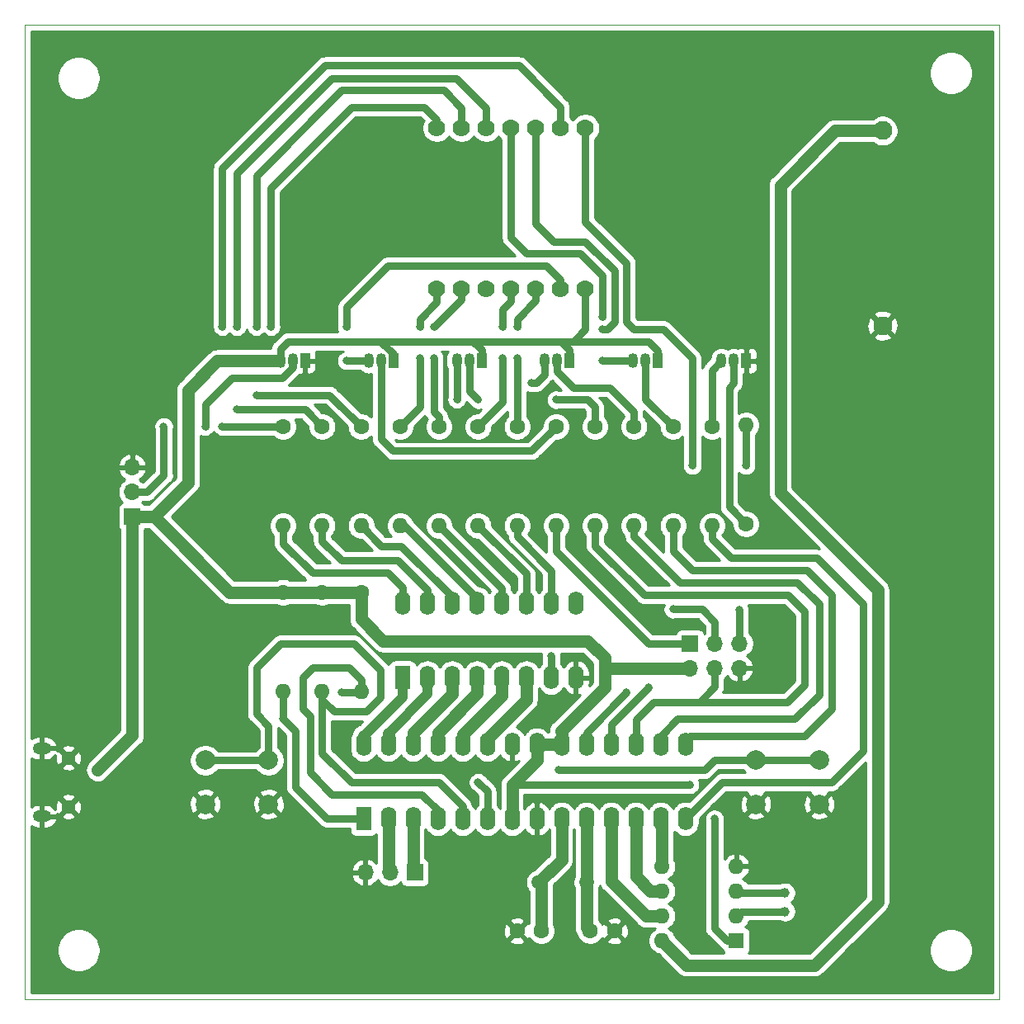
<source format=gbr>
G04 #@! TF.GenerationSoftware,KiCad,Pcbnew,5.1.6-c6e7f7d~87~ubuntu18.04.1*
G04 #@! TF.CreationDate,2020-10-04T00:16:16+02:00*
G04 #@! TF.ProjectId,PicoThermo,5069636f-5468-4657-926d-6f2e6b696361,rev?*
G04 #@! TF.SameCoordinates,Original*
G04 #@! TF.FileFunction,Copper,L2,Bot*
G04 #@! TF.FilePolarity,Positive*
%FSLAX46Y46*%
G04 Gerber Fmt 4.6, Leading zero omitted, Abs format (unit mm)*
G04 Created by KiCad (PCBNEW 5.1.6-c6e7f7d~87~ubuntu18.04.1) date 2020-10-04 00:16:16*
%MOMM*%
%LPD*%
G01*
G04 APERTURE LIST*
G04 #@! TA.AperFunction,Profile*
%ADD10C,0.100000*%
G04 #@! TD*
G04 #@! TA.AperFunction,ComponentPad*
%ADD11C,1.000000*%
G04 #@! TD*
G04 #@! TA.AperFunction,ComponentPad*
%ADD12C,1.500000*%
G04 #@! TD*
G04 #@! TA.AperFunction,ComponentPad*
%ADD13R,1.050000X1.500000*%
G04 #@! TD*
G04 #@! TA.AperFunction,ComponentPad*
%ADD14O,1.050000X1.500000*%
G04 #@! TD*
G04 #@! TA.AperFunction,ComponentPad*
%ADD15O,1.600000X1.600000*%
G04 #@! TD*
G04 #@! TA.AperFunction,ComponentPad*
%ADD16R,1.600000X1.600000*%
G04 #@! TD*
G04 #@! TA.AperFunction,ComponentPad*
%ADD17O,1.600000X2.400000*%
G04 #@! TD*
G04 #@! TA.AperFunction,ComponentPad*
%ADD18R,1.600000X2.400000*%
G04 #@! TD*
G04 #@! TA.AperFunction,ComponentPad*
%ADD19C,2.000000*%
G04 #@! TD*
G04 #@! TA.AperFunction,ComponentPad*
%ADD20C,1.600000*%
G04 #@! TD*
G04 #@! TA.AperFunction,ComponentPad*
%ADD21C,1.778000*%
G04 #@! TD*
G04 #@! TA.AperFunction,ComponentPad*
%ADD22O,1.700000X1.700000*%
G04 #@! TD*
G04 #@! TA.AperFunction,ComponentPad*
%ADD23R,1.700000X1.700000*%
G04 #@! TD*
G04 #@! TA.AperFunction,ComponentPad*
%ADD24O,1.900000X1.200000*%
G04 #@! TD*
G04 #@! TA.AperFunction,ComponentPad*
%ADD25C,1.450000*%
G04 #@! TD*
G04 #@! TA.AperFunction,ComponentPad*
%ADD26C,1.948180*%
G04 #@! TD*
G04 #@! TA.AperFunction,ViaPad*
%ADD27C,0.800000*%
G04 #@! TD*
G04 #@! TA.AperFunction,Conductor*
%ADD28C,1.250000*%
G04 #@! TD*
G04 #@! TA.AperFunction,Conductor*
%ADD29C,0.750000*%
G04 #@! TD*
G04 #@! TA.AperFunction,Conductor*
%ADD30C,1.000000*%
G04 #@! TD*
G04 #@! TA.AperFunction,Conductor*
%ADD31C,0.254000*%
G04 #@! TD*
G04 APERTURE END LIST*
D10*
X95000000Y-125000000D02*
X95000000Y-25000000D01*
X195000000Y-125000000D02*
X95000000Y-125000000D01*
X195000000Y-25000000D02*
X195000000Y-125000000D01*
X95000000Y-25000000D02*
X195000000Y-25000000D01*
D11*
G04 #@! TO.P,Y2,2*
G04 #@! TO.N,Net-(U3-Pad3)*
X173000000Y-114100000D03*
G04 #@! TO.P,Y2,1*
G04 #@! TO.N,Net-(U3-Pad2)*
X173000000Y-116000000D03*
G04 #@! TD*
D12*
G04 #@! TO.P,Y1,2*
G04 #@! TO.N,Net-(C2-Pad1)*
X152630000Y-113000000D03*
G04 #@! TO.P,Y1,1*
G04 #@! TO.N,Net-(C1-Pad1)*
X147750000Y-113000000D03*
G04 #@! TD*
D13*
G04 #@! TO.P,U5,1*
G04 #@! TO.N,GND*
X123750000Y-59500000D03*
D14*
G04 #@! TO.P,U5,3*
G04 #@! TO.N,+5V*
X121210000Y-59500000D03*
G04 #@! TO.P,U5,2*
G04 #@! TO.N,Net-(J4-Pad2)*
X122480000Y-59500000D03*
G04 #@! TD*
D15*
G04 #@! TO.P,U3,8*
G04 #@! TO.N,Net-(BT1-Pad1)*
X160380000Y-119000000D03*
G04 #@! TO.P,U3,4*
G04 #@! TO.N,GND*
X168000000Y-111380000D03*
G04 #@! TO.P,U3,7*
G04 #@! TO.N,/CLK*
X160380000Y-116460000D03*
G04 #@! TO.P,U3,3*
G04 #@! TO.N,Net-(U3-Pad3)*
X168000000Y-113920000D03*
G04 #@! TO.P,U3,6*
G04 #@! TO.N,/IO*
X160380000Y-113920000D03*
G04 #@! TO.P,U3,2*
G04 #@! TO.N,Net-(U3-Pad2)*
X168000000Y-116460000D03*
G04 #@! TO.P,U3,5*
G04 #@! TO.N,/CE*
X160380000Y-111380000D03*
D16*
G04 #@! TO.P,U3,1*
G04 #@! TO.N,+5V*
X168000000Y-119000000D03*
G04 #@! TD*
D17*
G04 #@! TO.P,U2,16*
G04 #@! TO.N,Net-(R8-Pad2)*
X133750000Y-84380000D03*
G04 #@! TO.P,U2,8*
G04 #@! TO.N,GND*
X151530000Y-92000000D03*
G04 #@! TO.P,U2,15*
G04 #@! TO.N,Net-(R9-Pad2)*
X136290000Y-84380000D03*
G04 #@! TO.P,U2,7*
G04 #@! TO.N,/IN7*
X148990000Y-92000000D03*
G04 #@! TO.P,U2,14*
G04 #@! TO.N,Net-(R10-Pad2)*
X138830000Y-84380000D03*
G04 #@! TO.P,U2,6*
G04 #@! TO.N,/IN6*
X146450000Y-92000000D03*
G04 #@! TO.P,U2,13*
G04 #@! TO.N,Net-(R14-Pad2)*
X141370000Y-84380000D03*
G04 #@! TO.P,U2,5*
G04 #@! TO.N,/IN5*
X143910000Y-92000000D03*
G04 #@! TO.P,U2,12*
G04 #@! TO.N,Net-(R11-Pad2)*
X143910000Y-84380000D03*
G04 #@! TO.P,U2,4*
G04 #@! TO.N,/IN4*
X141370000Y-92000000D03*
G04 #@! TO.P,U2,11*
G04 #@! TO.N,Net-(R12-Pad2)*
X146450000Y-84380000D03*
G04 #@! TO.P,U2,3*
G04 #@! TO.N,/IN3*
X138830000Y-92000000D03*
G04 #@! TO.P,U2,10*
G04 #@! TO.N,Net-(R13-Pad2)*
X148990000Y-84380000D03*
G04 #@! TO.P,U2,2*
G04 #@! TO.N,/IN2*
X136290000Y-92000000D03*
G04 #@! TO.P,U2,9*
G04 #@! TO.N,N/C*
X151530000Y-84380000D03*
D18*
G04 #@! TO.P,U2,1*
G04 #@! TO.N,/IN1*
X133750000Y-92000000D03*
G04 #@! TD*
D17*
G04 #@! TO.P,U1,28*
G04 #@! TO.N,/IN1*
X129750000Y-98880000D03*
G04 #@! TO.P,U1,14*
G04 #@! TO.N,Net-(R16-Pad2)*
X162770000Y-106500000D03*
G04 #@! TO.P,U1,27*
G04 #@! TO.N,/IN2*
X132290000Y-98880000D03*
G04 #@! TO.P,U1,13*
G04 #@! TO.N,/CE*
X160230000Y-106500000D03*
G04 #@! TO.P,U1,26*
G04 #@! TO.N,/IN3*
X134830000Y-98880000D03*
G04 #@! TO.P,U1,12*
G04 #@! TO.N,/IO*
X157690000Y-106500000D03*
G04 #@! TO.P,U1,25*
G04 #@! TO.N,/IN4*
X137370000Y-98880000D03*
G04 #@! TO.P,U1,11*
G04 #@! TO.N,/CLK*
X155150000Y-106500000D03*
G04 #@! TO.P,U1,24*
G04 #@! TO.N,/IN5*
X139910000Y-98880000D03*
G04 #@! TO.P,U1,10*
G04 #@! TO.N,Net-(C2-Pad1)*
X152610000Y-106500000D03*
G04 #@! TO.P,U1,23*
G04 #@! TO.N,/IN6*
X142450000Y-98880000D03*
G04 #@! TO.P,U1,9*
G04 #@! TO.N,Net-(C1-Pad1)*
X150070000Y-106500000D03*
G04 #@! TO.P,U1,22*
G04 #@! TO.N,GND*
X144990000Y-98880000D03*
G04 #@! TO.P,U1,8*
X147530000Y-106500000D03*
G04 #@! TO.P,U1,21*
G04 #@! TO.N,+5V*
X147530000Y-98880000D03*
G04 #@! TO.P,U1,7*
X144990000Y-106500000D03*
G04 #@! TO.P,U1,20*
X150070000Y-98880000D03*
G04 #@! TO.P,U1,6*
G04 #@! TO.N,Net-(J4-Pad2)*
X142450000Y-106500000D03*
G04 #@! TO.P,U1,19*
G04 #@! TO.N,/IN7*
X152610000Y-98880000D03*
G04 #@! TO.P,U1,5*
G04 #@! TO.N,Net-(R3-Pad2)*
X139910000Y-106500000D03*
G04 #@! TO.P,U1,18*
G04 #@! TO.N,/DISP4*
X155150000Y-98880000D03*
G04 #@! TO.P,U1,4*
G04 #@! TO.N,Net-(R2-Pad2)*
X137370000Y-106500000D03*
G04 #@! TO.P,U1,17*
G04 #@! TO.N,/DISP1*
X157690000Y-98880000D03*
G04 #@! TO.P,U1,3*
G04 #@! TO.N,Net-(J3-Pad1)*
X134830000Y-106500000D03*
G04 #@! TO.P,U1,16*
G04 #@! TO.N,/DISP2*
X160230000Y-98880000D03*
G04 #@! TO.P,U1,2*
G04 #@! TO.N,Net-(J3-Pad2)*
X132290000Y-106500000D03*
G04 #@! TO.P,U1,15*
G04 #@! TO.N,/DISP3*
X162770000Y-98880000D03*
D18*
G04 #@! TO.P,U1,1*
G04 #@! TO.N,RST*
X129750000Y-106500000D03*
G04 #@! TD*
D19*
G04 #@! TO.P,SW2,1*
G04 #@! TO.N,Net-(R3-Pad2)*
X120000000Y-100500000D03*
G04 #@! TO.P,SW2,2*
G04 #@! TO.N,GND*
X120000000Y-105000000D03*
G04 #@! TO.P,SW2,1*
G04 #@! TO.N,Net-(R3-Pad2)*
X113500000Y-100500000D03*
G04 #@! TO.P,SW2,2*
G04 #@! TO.N,GND*
X113500000Y-105000000D03*
G04 #@! TD*
G04 #@! TO.P,SW1,1*
G04 #@! TO.N,Net-(R2-Pad2)*
X176500000Y-100500000D03*
G04 #@! TO.P,SW1,2*
G04 #@! TO.N,GND*
X176500000Y-105000000D03*
G04 #@! TO.P,SW1,1*
G04 #@! TO.N,Net-(R2-Pad2)*
X170000000Y-100500000D03*
G04 #@! TO.P,SW1,2*
G04 #@! TO.N,GND*
X170000000Y-105000000D03*
G04 #@! TD*
D15*
G04 #@! TO.P,R14,2*
G04 #@! TO.N,Net-(R14-Pad2)*
X133500000Y-76410000D03*
D20*
G04 #@! TO.P,R14,1*
G04 #@! TO.N,/OUT4*
X133500000Y-66250000D03*
G04 #@! TD*
D15*
G04 #@! TO.P,R13,2*
G04 #@! TO.N,Net-(R13-Pad2)*
X145500000Y-76410000D03*
D20*
G04 #@! TO.P,R13,1*
G04 #@! TO.N,/OUT7*
X145500000Y-66250000D03*
G04 #@! TD*
D15*
G04 #@! TO.P,R12,2*
G04 #@! TO.N,Net-(R12-Pad2)*
X141500000Y-76410000D03*
D20*
G04 #@! TO.P,R12,1*
G04 #@! TO.N,/OUT6*
X141500000Y-66250000D03*
G04 #@! TD*
D15*
G04 #@! TO.P,R11,2*
G04 #@! TO.N,Net-(R11-Pad2)*
X137500000Y-76410000D03*
D20*
G04 #@! TO.P,R11,1*
G04 #@! TO.N,/OUT5*
X137500000Y-66250000D03*
G04 #@! TD*
D15*
G04 #@! TO.P,R10,2*
G04 #@! TO.N,Net-(R10-Pad2)*
X129500000Y-76410000D03*
D20*
G04 #@! TO.P,R10,1*
G04 #@! TO.N,/OUT3*
X129500000Y-66250000D03*
G04 #@! TD*
D15*
G04 #@! TO.P,R9,2*
G04 #@! TO.N,Net-(R9-Pad2)*
X125500000Y-76410000D03*
D20*
G04 #@! TO.P,R9,1*
G04 #@! TO.N,/OUT2*
X125500000Y-66250000D03*
G04 #@! TD*
D15*
G04 #@! TO.P,R8,2*
G04 #@! TO.N,Net-(R8-Pad2)*
X121500000Y-76410000D03*
D20*
G04 #@! TO.P,R8,1*
G04 #@! TO.N,/OUT1*
X121500000Y-66250000D03*
G04 #@! TD*
D15*
G04 #@! TO.P,R3,2*
G04 #@! TO.N,Net-(R3-Pad2)*
X125500000Y-93410000D03*
D20*
G04 #@! TO.P,R3,1*
G04 #@! TO.N,+5V*
X125500000Y-83250000D03*
G04 #@! TD*
D15*
G04 #@! TO.P,R2,2*
G04 #@! TO.N,Net-(R2-Pad2)*
X129500000Y-93410000D03*
D20*
G04 #@! TO.P,R2,1*
G04 #@! TO.N,+5V*
X129500000Y-83250000D03*
G04 #@! TD*
D21*
G04 #@! TO.P,LED1,14*
G04 #@! TO.N,Net-(LED1-Pad14)*
X137260000Y-35620000D03*
G04 #@! TO.P,LED1,13*
G04 #@! TO.N,/OUT3*
X139800000Y-35620000D03*
G04 #@! TO.P,LED1,12*
G04 #@! TO.N,/OUT2*
X142340000Y-35620000D03*
G04 #@! TO.P,LED1,11*
G04 #@! TO.N,Net-(LED1-Pad11)*
X144880000Y-35620000D03*
G04 #@! TO.P,LED1,10*
G04 #@! TO.N,Net-(LED1-Pad10)*
X147420000Y-35620000D03*
G04 #@! TO.P,LED1,9*
G04 #@! TO.N,/OUT1*
X149960000Y-35620000D03*
G04 #@! TO.P,LED1,8*
G04 #@! TO.N,Net-(LED1-Pad8)*
X152500000Y-35620000D03*
G04 #@! TO.P,LED1,7*
G04 #@! TO.N,+5V*
X152500000Y-52080000D03*
G04 #@! TO.P,LED1,6*
G04 #@! TO.N,Net-(LED1-Pad6)*
X149960000Y-52080000D03*
G04 #@! TO.P,LED1,5*
G04 #@! TO.N,/OUT7*
X147420000Y-52080000D03*
G04 #@! TO.P,LED1,4*
G04 #@! TO.N,/OUT6*
X144880000Y-52080000D03*
G04 #@! TO.P,LED1,3*
G04 #@! TO.N,N/C*
X142340000Y-52080000D03*
G04 #@! TO.P,LED1,2*
G04 #@! TO.N,/OUT5*
X139800000Y-52080000D03*
G04 #@! TO.P,LED1,1*
G04 #@! TO.N,/OUT4*
X137260000Y-52080000D03*
G04 #@! TD*
D22*
G04 #@! TO.P,J4,3*
G04 #@! TO.N,GND*
X106000000Y-70420000D03*
G04 #@! TO.P,J4,2*
G04 #@! TO.N,Net-(J4-Pad2)*
X106000000Y-72960000D03*
D23*
G04 #@! TO.P,J4,1*
G04 #@! TO.N,+5V*
X106000000Y-75500000D03*
G04 #@! TD*
D22*
G04 #@! TO.P,J3,3*
G04 #@! TO.N,GND*
X129920000Y-112000000D03*
G04 #@! TO.P,J3,2*
G04 #@! TO.N,Net-(J3-Pad2)*
X132460000Y-112000000D03*
D23*
G04 #@! TO.P,J3,1*
G04 #@! TO.N,Net-(J3-Pad1)*
X135000000Y-112000000D03*
G04 #@! TD*
D22*
G04 #@! TO.P,J2,6*
G04 #@! TO.N,GND*
X168330000Y-91040000D03*
G04 #@! TO.P,J2,5*
G04 #@! TO.N,RST*
X168330000Y-88500000D03*
G04 #@! TO.P,J2,4*
G04 #@! TO.N,/DISP1*
X165790000Y-91040000D03*
G04 #@! TO.P,J2,3*
G04 #@! TO.N,/IN7*
X165790000Y-88500000D03*
G04 #@! TO.P,J2,2*
G04 #@! TO.N,+5V*
X163250000Y-91040000D03*
D23*
G04 #@! TO.P,J2,1*
G04 #@! TO.N,/DISP4*
X163250000Y-88500000D03*
G04 #@! TD*
D24*
G04 #@! TO.P,J1,6*
G04 #@! TO.N,GND*
X96762500Y-106250000D03*
X96762500Y-99250000D03*
D25*
X99462500Y-105250000D03*
X99462500Y-100250000D03*
G04 #@! TD*
D20*
G04 #@! TO.P,C2,2*
G04 #@! TO.N,GND*
X155500000Y-118000000D03*
G04 #@! TO.P,C2,1*
G04 #@! TO.N,Net-(C2-Pad1)*
X153000000Y-118000000D03*
G04 #@! TD*
G04 #@! TO.P,C1,2*
G04 #@! TO.N,GND*
X145500000Y-118000000D03*
G04 #@! TO.P,C1,1*
G04 #@! TO.N,Net-(C1-Pad1)*
X148000000Y-118000000D03*
G04 #@! TD*
D26*
G04 #@! TO.P,BT1,2*
G04 #@! TO.N,GND*
X183000000Y-55898320D03*
G04 #@! TO.P,BT1,1*
G04 #@! TO.N,Net-(BT1-Pad1)*
X183000000Y-35900900D03*
G04 #@! TD*
D15*
G04 #@! TO.P,R17,2*
G04 #@! TO.N,Net-(LED1-Pad8)*
X169000000Y-66090000D03*
D20*
G04 #@! TO.P,R17,1*
G04 #@! TO.N,Net-(Q5-Pad2)*
X169000000Y-76250000D03*
G04 #@! TD*
D15*
G04 #@! TO.P,R16,2*
G04 #@! TO.N,Net-(R16-Pad2)*
X165500000Y-76410000D03*
D20*
G04 #@! TO.P,R16,1*
G04 #@! TO.N,Net-(Q5-Pad3)*
X165500000Y-66250000D03*
G04 #@! TD*
D15*
G04 #@! TO.P,R7,2*
G04 #@! TO.N,/DISP1*
X153500000Y-76410000D03*
D20*
G04 #@! TO.P,R7,1*
G04 #@! TO.N,Net-(Q4-Pad2)*
X153500000Y-66250000D03*
G04 #@! TD*
D15*
G04 #@! TO.P,R6,2*
G04 #@! TO.N,/DISP2*
X157500000Y-76410000D03*
D20*
G04 #@! TO.P,R6,1*
G04 #@! TO.N,Net-(Q3-Pad2)*
X157500000Y-66250000D03*
G04 #@! TD*
D15*
G04 #@! TO.P,R5,2*
G04 #@! TO.N,/DISP3*
X161500000Y-76410000D03*
D20*
G04 #@! TO.P,R5,1*
G04 #@! TO.N,Net-(Q2-Pad2)*
X161500000Y-66250000D03*
G04 #@! TD*
D15*
G04 #@! TO.P,R4,2*
G04 #@! TO.N,/DISP4*
X149500000Y-76410000D03*
D20*
G04 #@! TO.P,R4,1*
G04 #@! TO.N,Net-(Q1-Pad2)*
X149500000Y-66250000D03*
G04 #@! TD*
D15*
G04 #@! TO.P,R1,2*
G04 #@! TO.N,RST*
X121500000Y-93410000D03*
D20*
G04 #@! TO.P,R1,1*
G04 #@! TO.N,+5V*
X121500000Y-83250000D03*
G04 #@! TD*
D13*
G04 #@! TO.P,Q5,1*
G04 #@! TO.N,GND*
X169000000Y-59500000D03*
D14*
G04 #@! TO.P,Q5,3*
G04 #@! TO.N,Net-(Q5-Pad3)*
X166460000Y-59500000D03*
G04 #@! TO.P,Q5,2*
G04 #@! TO.N,Net-(Q5-Pad2)*
X167730000Y-59500000D03*
G04 #@! TD*
D13*
G04 #@! TO.P,Q4,1*
G04 #@! TO.N,+5V*
X141850000Y-59500000D03*
D14*
G04 #@! TO.P,Q4,3*
G04 #@! TO.N,Net-(LED1-Pad14)*
X139310000Y-59500000D03*
G04 #@! TO.P,Q4,2*
G04 #@! TO.N,Net-(Q4-Pad2)*
X140580000Y-59500000D03*
G04 #@! TD*
D13*
G04 #@! TO.P,Q3,1*
G04 #@! TO.N,+5V*
X150900000Y-59500000D03*
D14*
G04 #@! TO.P,Q3,3*
G04 #@! TO.N,Net-(LED1-Pad11)*
X148360000Y-59500000D03*
G04 #@! TO.P,Q3,2*
G04 #@! TO.N,Net-(Q3-Pad2)*
X149630000Y-59500000D03*
G04 #@! TD*
D13*
G04 #@! TO.P,Q2,1*
G04 #@! TO.N,+5V*
X159950000Y-59500000D03*
D14*
G04 #@! TO.P,Q2,3*
G04 #@! TO.N,Net-(LED1-Pad10)*
X157410000Y-59500000D03*
G04 #@! TO.P,Q2,2*
G04 #@! TO.N,Net-(Q2-Pad2)*
X158680000Y-59500000D03*
G04 #@! TD*
D13*
G04 #@! TO.P,Q1,1*
G04 #@! TO.N,+5V*
X132800000Y-59500000D03*
D14*
G04 #@! TO.P,Q1,3*
G04 #@! TO.N,Net-(LED1-Pad6)*
X130260000Y-59500000D03*
G04 #@! TO.P,Q1,2*
G04 #@! TO.N,Net-(Q1-Pad2)*
X131530000Y-59500000D03*
G04 #@! TD*
D27*
G04 #@! TO.N,+5V*
X102474999Y-101474999D03*
X165750000Y-106500000D03*
X163250000Y-103000000D03*
G04 #@! TO.N,RST*
X168330000Y-85080000D03*
X121500000Y-96250000D03*
G04 #@! TO.N,/IN7*
X161500000Y-85000000D03*
X149000000Y-89750000D03*
X156750000Y-93500000D03*
G04 #@! TO.N,/DISP4*
X159000000Y-88500000D03*
X159000000Y-93000000D03*
G04 #@! TO.N,Net-(J4-Pad2)*
X113500000Y-66250000D03*
X109250000Y-66250000D03*
X141500000Y-102750000D03*
X109250000Y-71250000D03*
G04 #@! TO.N,Net-(LED1-Pad14)*
X139310000Y-63440000D03*
X120250000Y-56000000D03*
G04 #@! TO.N,/OUT3*
X118750000Y-63000000D03*
X118750000Y-56000000D03*
G04 #@! TO.N,/OUT2*
X116750000Y-64500000D03*
X116750000Y-56000000D03*
G04 #@! TO.N,Net-(LED1-Pad11)*
X154250000Y-55000000D03*
X147000000Y-61750000D03*
G04 #@! TO.N,Net-(LED1-Pad10)*
X154250000Y-59500000D03*
X154250000Y-56250000D03*
G04 #@! TO.N,/OUT1*
X115250000Y-66250000D03*
X115250000Y-56000000D03*
G04 #@! TO.N,Net-(LED1-Pad8)*
X169000000Y-70250000D03*
X163500000Y-70250000D03*
G04 #@! TO.N,Net-(LED1-Pad6)*
X128000000Y-59500000D03*
X128000000Y-56000000D03*
G04 #@! TO.N,/OUT7*
X145500000Y-59250000D03*
X145500000Y-56000000D03*
G04 #@! TO.N,/OUT6*
X144000000Y-59250000D03*
X144000000Y-56000000D03*
G04 #@! TO.N,/OUT5*
X137000000Y-59250000D03*
X137000000Y-56000000D03*
G04 #@! TO.N,/OUT4*
X135500000Y-59250000D03*
X135500000Y-56000000D03*
G04 #@! TO.N,Net-(Q4-Pad2)*
X149500000Y-63500000D03*
X141500000Y-63500000D03*
G04 #@! TO.N,Net-(R2-Pad2)*
X149750000Y-101500000D03*
X127500000Y-93500000D03*
G04 #@! TD*
D28*
G04 #@! TO.N,Net-(BT1-Pad1)*
X162880000Y-121500000D02*
X160380000Y-119000000D01*
X183000000Y-35900900D02*
X178099100Y-35900900D01*
X182500000Y-83000000D02*
X182500000Y-115000000D01*
X176000000Y-121500000D02*
X162880000Y-121500000D01*
X172500000Y-41500000D02*
X172500000Y-73000000D01*
X172500000Y-73000000D02*
X182500000Y-83000000D01*
X178099100Y-35900900D02*
X172500000Y-41500000D01*
X182500000Y-115000000D02*
X176000000Y-121500000D01*
G04 #@! TO.N,Net-(C1-Pad1)*
X150070000Y-110680000D02*
X147750000Y-113000000D01*
X150070000Y-106500000D02*
X150070000Y-110680000D01*
X148000000Y-113250000D02*
X147750000Y-113000000D01*
X148000000Y-118000000D02*
X148000000Y-113250000D01*
G04 #@! TO.N,Net-(C2-Pad1)*
X152610000Y-112980000D02*
X152630000Y-113000000D01*
X152610000Y-106500000D02*
X152610000Y-112980000D01*
X152630000Y-117630000D02*
X153000000Y-118000000D01*
X152630000Y-113000000D02*
X152630000Y-117630000D01*
G04 #@! TO.N,+5V*
X106000000Y-97949998D02*
X106000000Y-75500000D01*
X102474999Y-101474999D02*
X106000000Y-97949998D01*
X106000000Y-75500000D02*
X108250000Y-75500000D01*
X129500000Y-83250000D02*
X125500000Y-83250000D01*
X125500000Y-83250000D02*
X121500000Y-83250000D01*
X116000000Y-83250000D02*
X108250000Y-75500000D01*
X121500000Y-83250000D02*
X116000000Y-83250000D01*
X129500000Y-83250000D02*
X129500000Y-86000000D01*
X129500000Y-86000000D02*
X131750000Y-88250000D01*
X131750000Y-88250000D02*
X152750000Y-88250000D01*
X152750000Y-88250000D02*
X154500000Y-90000000D01*
X154500000Y-93000000D02*
X150000000Y-97500000D01*
X150070000Y-97570000D02*
X150070000Y-98880000D01*
X150000000Y-97500000D02*
X150070000Y-97570000D01*
X150070000Y-98880000D02*
X147530000Y-98880000D01*
X154540000Y-91040000D02*
X154500000Y-91000000D01*
X163250000Y-91040000D02*
X154540000Y-91040000D01*
X154500000Y-90000000D02*
X154500000Y-91000000D01*
X154500000Y-91000000D02*
X154500000Y-93000000D01*
X147530000Y-98880000D02*
X147530000Y-100470000D01*
X144990000Y-103010000D02*
X144990000Y-106500000D01*
X147530000Y-100470000D02*
X144990000Y-103010000D01*
D29*
X121210000Y-59500000D02*
X121210000Y-58847930D01*
D28*
X111750000Y-62500000D02*
X114750000Y-59500000D01*
X114750000Y-59500000D02*
X121029990Y-59500000D01*
X108250000Y-75500000D02*
X111750000Y-72000000D01*
X111750000Y-72000000D02*
X111750000Y-62500000D01*
D29*
X121210000Y-59500000D02*
X121210000Y-58290000D01*
X121210000Y-58290000D02*
X122000000Y-57500000D01*
X122000000Y-57500000D02*
X131500000Y-57500000D01*
X132800000Y-58800000D02*
X132800000Y-59500000D01*
X131500000Y-57500000D02*
X132800000Y-58800000D01*
X131500000Y-57500000D02*
X141000000Y-57500000D01*
X141850000Y-58350000D02*
X141850000Y-59500000D01*
X141000000Y-57500000D02*
X141850000Y-58350000D01*
X141000000Y-57500000D02*
X150000000Y-57500000D01*
X150900000Y-58400000D02*
X150900000Y-59500000D01*
X150000000Y-57500000D02*
X150900000Y-58400000D01*
X159950000Y-58450000D02*
X159950000Y-59500000D01*
X159000000Y-57500000D02*
X159950000Y-58450000D01*
X152500000Y-56250000D02*
X151250000Y-57500000D01*
X150000000Y-57500000D02*
X151250000Y-57500000D01*
X152500000Y-52080000D02*
X152500000Y-56250000D01*
X151250000Y-57500000D02*
X159000000Y-57500000D01*
X168000000Y-119000000D02*
X167000000Y-119000000D01*
X167000000Y-119000000D02*
X165750000Y-117750000D01*
X165750000Y-117750000D02*
X165750000Y-106500000D01*
X165750000Y-106500000D02*
X165750000Y-106500000D01*
X145000000Y-103000000D02*
X144990000Y-103010000D01*
X163250000Y-103000000D02*
X145000000Y-103000000D01*
G04 #@! TO.N,RST*
X126000000Y-106500000D02*
X129750000Y-106500000D01*
X122750000Y-103250000D02*
X126000000Y-106500000D01*
X122750000Y-97500000D02*
X122750000Y-103250000D01*
X121500000Y-93410000D02*
X121500000Y-96250000D01*
X121500000Y-96250000D02*
X122750000Y-97500000D01*
X168330000Y-88500000D02*
X168330000Y-85080000D01*
X168330000Y-85080000D02*
X168330000Y-85080000D01*
G04 #@! TO.N,/DISP1*
X157690000Y-98880000D02*
X157690000Y-96310000D01*
X157690000Y-96310000D02*
X159500000Y-94500000D01*
X159500000Y-94500000D02*
X164250000Y-94500000D01*
X165790000Y-92960000D02*
X165790000Y-91040000D01*
X164250000Y-94500000D02*
X165790000Y-92960000D01*
X153500000Y-78500000D02*
X153500000Y-76410000D01*
X173250000Y-94500000D02*
X175000000Y-92750000D01*
X175000000Y-92750000D02*
X175000000Y-85250000D01*
X164250000Y-94500000D02*
X173250000Y-94500000D01*
X175000000Y-85250000D02*
X173300010Y-83550010D01*
X173300010Y-83550010D02*
X158550010Y-83550010D01*
X158550010Y-83550010D02*
X153500000Y-78500000D01*
G04 #@! TO.N,/IN7*
X165790000Y-88500000D02*
X165790000Y-86290000D01*
X165790000Y-86290000D02*
X164500000Y-85000000D01*
X164500000Y-85000000D02*
X161500000Y-85000000D01*
X161500000Y-85000000D02*
X161500000Y-85000000D01*
X152610000Y-97640000D02*
X156750000Y-93500000D01*
X152610000Y-98880000D02*
X152610000Y-97640000D01*
X149000000Y-91990000D02*
X148990000Y-92000000D01*
X149000000Y-89750000D02*
X149000000Y-91990000D01*
G04 #@! TO.N,/DISP4*
X149500000Y-79000000D02*
X149500000Y-76410000D01*
X163250000Y-88500000D02*
X159000000Y-88500000D01*
X159000000Y-88500000D02*
X149500000Y-79000000D01*
X159000000Y-88500000D02*
X159000000Y-88500000D01*
X155150000Y-96850000D02*
X159000000Y-93000000D01*
X155150000Y-98880000D02*
X155150000Y-96850000D01*
D28*
G04 #@! TO.N,Net-(J3-Pad2)*
X132290000Y-111830000D02*
X132460000Y-112000000D01*
X132290000Y-106500000D02*
X132290000Y-111830000D01*
G04 #@! TO.N,Net-(J3-Pad1)*
X134830000Y-111830000D02*
X135000000Y-112000000D01*
X134830000Y-106500000D02*
X134830000Y-111830000D01*
D29*
G04 #@! TO.N,Net-(J4-Pad2)*
X113500000Y-66250000D02*
X113500000Y-66250000D01*
X106000000Y-72960000D02*
X107540000Y-72960000D01*
X109250000Y-71250000D02*
X109250000Y-66250000D01*
X107540000Y-72960000D02*
X109250000Y-71250000D01*
X116250000Y-61250000D02*
X113500000Y-64000000D01*
X121382070Y-61250000D02*
X116250000Y-61250000D01*
X113500000Y-64000000D02*
X113500000Y-66250000D01*
X122480000Y-59500000D02*
X122480000Y-60152070D01*
X122480000Y-60152070D02*
X121382070Y-61250000D01*
X142450000Y-106500000D02*
X142450000Y-103700000D01*
X142450000Y-103700000D02*
X141500000Y-102750000D01*
X141500000Y-102750000D02*
X141500000Y-102750000D01*
G04 #@! TO.N,Net-(LED1-Pad14)*
X139310000Y-59500000D02*
X139310000Y-63440000D01*
X139310000Y-63440000D02*
X139310000Y-63440000D01*
X120250000Y-56000000D02*
X120250000Y-41750000D01*
X120250000Y-41750000D02*
X128500000Y-33500000D01*
X128500000Y-33500000D02*
X136000000Y-33500000D01*
X137260000Y-34760000D02*
X137260000Y-35620000D01*
X136000000Y-33500000D02*
X137260000Y-34760000D01*
G04 #@! TO.N,/OUT3*
X129500000Y-66250000D02*
X126250000Y-63000000D01*
X126250000Y-63000000D02*
X118750000Y-63000000D01*
X118750000Y-63000000D02*
X118750000Y-63000000D01*
X139800000Y-33550000D02*
X139800000Y-35620000D01*
X138000000Y-31750000D02*
X139800000Y-33550000D01*
X127500000Y-31750000D02*
X138000000Y-31750000D01*
X118750000Y-56000000D02*
X118750000Y-40500000D01*
X118750000Y-40500000D02*
X127500000Y-31750000D01*
G04 #@! TO.N,/OUT2*
X125500000Y-66250000D02*
X123750000Y-64500000D01*
X123750000Y-64500000D02*
X116750000Y-64500000D01*
X116750000Y-64500000D02*
X116750000Y-64500000D01*
X142340000Y-33590000D02*
X142340000Y-35620000D01*
X139250000Y-30500000D02*
X142340000Y-33590000D01*
X116750000Y-56000000D02*
X116750000Y-40250000D01*
X126500000Y-30500000D02*
X139250000Y-30500000D01*
X116750000Y-40250000D02*
X126500000Y-30500000D01*
G04 #@! TO.N,Net-(LED1-Pad11)*
X146500000Y-48500000D02*
X144880000Y-46880000D01*
X144880000Y-46880000D02*
X144880000Y-35620000D01*
X154250000Y-55000000D02*
X154250000Y-50750000D01*
X152000000Y-48500000D02*
X146500000Y-48500000D01*
X154250000Y-50750000D02*
X152000000Y-48500000D01*
X148360000Y-59500000D02*
X148360000Y-60890000D01*
X148360000Y-60890000D02*
X147500000Y-61750000D01*
X147500000Y-61750000D02*
X147000000Y-61750000D01*
X147000000Y-61750000D02*
X147000000Y-61750000D01*
G04 #@! TO.N,Net-(LED1-Pad10)*
X157410000Y-59500000D02*
X155250000Y-59500000D01*
X155250000Y-59500000D02*
X154250000Y-59500000D01*
X154250000Y-59500000D02*
X154250000Y-59500000D01*
X147420000Y-45420000D02*
X147420000Y-35620000D01*
X154750000Y-56250000D02*
X155500000Y-55500000D01*
X154250000Y-56250000D02*
X154750000Y-56250000D01*
X155500000Y-55500000D02*
X155500000Y-50250000D01*
X149250000Y-47250000D02*
X147420000Y-45420000D01*
X152500000Y-47250000D02*
X149250000Y-47250000D01*
X155500000Y-50250000D02*
X152500000Y-47250000D01*
G04 #@! TO.N,/OUT1*
X121500000Y-66250000D02*
X115250000Y-66250000D01*
X115250000Y-66250000D02*
X115250000Y-66250000D01*
X149960000Y-33460000D02*
X149960000Y-35620000D01*
X145699990Y-29199990D02*
X149960000Y-33460000D01*
X125800010Y-29199990D02*
X145699990Y-29199990D01*
X115250000Y-56000000D02*
X115250000Y-39750000D01*
X115250000Y-39750000D02*
X125800010Y-29199990D01*
G04 #@! TO.N,Net-(LED1-Pad8)*
X169000000Y-66090000D02*
X169000000Y-70250000D01*
X169000000Y-70250000D02*
X169000000Y-70250000D01*
X152500000Y-45250000D02*
X152500000Y-35620000D01*
X163500000Y-59250000D02*
X160500000Y-56250000D01*
X163500000Y-70250000D02*
X163500000Y-59250000D01*
X160500000Y-56250000D02*
X157500000Y-56250000D01*
X157500000Y-56250000D02*
X156750000Y-55500000D01*
X156750000Y-55500000D02*
X156750000Y-49500000D01*
X156750000Y-49500000D02*
X152500000Y-45250000D01*
G04 #@! TO.N,Net-(LED1-Pad6)*
X130260000Y-59500000D02*
X128000000Y-59500000D01*
X128000000Y-59500000D02*
X128000000Y-59500000D01*
X149960000Y-51210000D02*
X149960000Y-52080000D01*
X148500000Y-49750000D02*
X149960000Y-51210000D01*
X132250000Y-49750000D02*
X148500000Y-49750000D01*
X128000000Y-56000000D02*
X128000000Y-54000000D01*
X128000000Y-54000000D02*
X132250000Y-49750000D01*
G04 #@! TO.N,/OUT7*
X145500000Y-59250000D02*
X145500000Y-59250000D01*
X147420000Y-52080000D02*
X147420000Y-53330000D01*
X145500000Y-55250000D02*
X145500000Y-56000000D01*
X147420000Y-53330000D02*
X145500000Y-55250000D01*
X145500000Y-66250000D02*
X145500000Y-59250000D01*
G04 #@! TO.N,/OUT6*
X141500000Y-66250000D02*
X144000000Y-63750000D01*
X144000000Y-63750000D02*
X144000000Y-59250000D01*
X144000000Y-59250000D02*
X144000000Y-59250000D01*
X144000000Y-56000000D02*
X144000000Y-54250000D01*
X144880000Y-53370000D02*
X144880000Y-52080000D01*
X144000000Y-54250000D02*
X144880000Y-53370000D01*
G04 #@! TO.N,/OUT5*
X137500000Y-66250000D02*
X137500000Y-65250000D01*
X137500000Y-65250000D02*
X137000000Y-64750000D01*
X137000000Y-64750000D02*
X137000000Y-59250000D01*
X137000000Y-59250000D02*
X137000000Y-59250000D01*
X139800000Y-53200000D02*
X139800000Y-52080000D01*
X137000000Y-56000000D02*
X139800000Y-53200000D01*
G04 #@! TO.N,/OUT4*
X135500000Y-64250000D02*
X135500000Y-59250000D01*
X133500000Y-66250000D02*
X135500000Y-64250000D01*
X135500000Y-59250000D02*
X135500000Y-59250000D01*
X137260000Y-53490000D02*
X137260000Y-52080000D01*
X135500000Y-56000000D02*
X135500000Y-55250000D01*
X135500000Y-55250000D02*
X137260000Y-53490000D01*
G04 #@! TO.N,Net-(Q1-Pad2)*
X131530000Y-59500000D02*
X131530000Y-67530000D01*
X131530000Y-67530000D02*
X132750000Y-68750000D01*
X147000000Y-68750000D02*
X149500000Y-66250000D01*
X132750000Y-68750000D02*
X147000000Y-68750000D01*
G04 #@! TO.N,Net-(Q2-Pad2)*
X158680000Y-63430000D02*
X158680000Y-59500000D01*
X161500000Y-66250000D02*
X158680000Y-63430000D01*
G04 #@! TO.N,Net-(Q3-Pad2)*
X149630000Y-59630000D02*
X149630000Y-59500000D01*
X157500000Y-64750000D02*
X155000000Y-62250000D01*
X157500000Y-66250000D02*
X157500000Y-64750000D01*
X149560010Y-59699990D02*
X149630000Y-59630000D01*
X155000000Y-62250000D02*
X151250000Y-62250000D01*
X151250000Y-62250000D02*
X149560010Y-60560010D01*
X149560010Y-60560010D02*
X149560010Y-59699990D01*
G04 #@! TO.N,Net-(Q4-Pad2)*
X153500000Y-66250000D02*
X153500000Y-65500000D01*
X153500000Y-65500000D02*
X153500000Y-65250000D01*
X153500000Y-65500000D02*
X153500000Y-64250000D01*
X153500000Y-64250000D02*
X152750000Y-63500000D01*
X152750000Y-63500000D02*
X149500000Y-63500000D01*
X149500000Y-63500000D02*
X149500000Y-63500000D01*
X140580000Y-62580000D02*
X141500000Y-63500000D01*
X140580000Y-59500000D02*
X140580000Y-62580000D01*
G04 #@! TO.N,Net-(Q5-Pad3)*
X165500000Y-60460000D02*
X166460000Y-59500000D01*
X165500000Y-66250000D02*
X165500000Y-60460000D01*
G04 #@! TO.N,Net-(Q5-Pad2)*
X167730000Y-59500000D02*
X167730000Y-61770000D01*
X167730000Y-61770000D02*
X167250000Y-62250000D01*
X167250000Y-74500000D02*
X169000000Y-76250000D01*
X167250000Y-62250000D02*
X167250000Y-74500000D01*
G04 #@! TO.N,Net-(R2-Pad2)*
X137370000Y-106500000D02*
X137370000Y-105620000D01*
X137370000Y-105620000D02*
X135750000Y-104000000D01*
X135750000Y-104000000D02*
X126500000Y-104000000D01*
X126500000Y-104000000D02*
X124250000Y-101750000D01*
X124250000Y-101750000D02*
X124250000Y-96000000D01*
X124250000Y-96000000D02*
X123500000Y-95250000D01*
X123500000Y-95250000D02*
X123500000Y-92000000D01*
X123500000Y-92000000D02*
X124500000Y-91000000D01*
X124500000Y-91000000D02*
X128250000Y-91000000D01*
X129500000Y-92250000D02*
X129500000Y-93410000D01*
X128250000Y-91000000D02*
X129500000Y-92250000D01*
X176500000Y-100500000D02*
X170000000Y-100500000D01*
X170000000Y-100500000D02*
X165750000Y-100500000D01*
X165750000Y-100500000D02*
X164750000Y-101500000D01*
X164750000Y-101500000D02*
X149750000Y-101500000D01*
X149750000Y-101500000D02*
X149750000Y-101500000D01*
X129410000Y-93500000D02*
X129500000Y-93410000D01*
X127500000Y-93500000D02*
X129410000Y-93500000D01*
G04 #@! TO.N,Net-(R3-Pad2)*
X113500000Y-100500000D02*
X120000000Y-100500000D01*
X139910000Y-105160000D02*
X139910000Y-106500000D01*
X128500000Y-102750000D02*
X137500000Y-102750000D01*
X137500000Y-102750000D02*
X139910000Y-105160000D01*
X125500000Y-99750000D02*
X128500000Y-102750000D01*
X125500000Y-94250000D02*
X125500000Y-99750000D01*
X125500000Y-93410000D02*
X125500000Y-94250000D01*
X130000000Y-95500000D02*
X126750000Y-95500000D01*
X131500000Y-94000000D02*
X130000000Y-95500000D01*
X131500000Y-91250000D02*
X131500000Y-94000000D01*
X120000000Y-97000000D02*
X118750000Y-95750000D01*
X120000000Y-100500000D02*
X120000000Y-97000000D01*
X128750000Y-88500000D02*
X131500000Y-91250000D01*
X126750000Y-95500000D02*
X125500000Y-94250000D01*
X118750000Y-95750000D02*
X118750000Y-91000000D01*
X118750000Y-91000000D02*
X121250000Y-88500000D01*
X121250000Y-88500000D02*
X128750000Y-88500000D01*
G04 #@! TO.N,/DISP3*
X162770000Y-98880000D02*
X162770000Y-98480000D01*
X162770000Y-98480000D02*
X163250000Y-98000000D01*
X163250000Y-98000000D02*
X175000000Y-98000000D01*
X175000000Y-98000000D02*
X177750000Y-95250000D01*
X177750000Y-95250000D02*
X177750000Y-83500000D01*
X177750000Y-83500000D02*
X175250000Y-81000000D01*
X175250000Y-81000000D02*
X163500000Y-81000000D01*
X161500000Y-79000000D02*
X161500000Y-76410000D01*
X163500000Y-81000000D02*
X161500000Y-79000000D01*
G04 #@! TO.N,/DISP2*
X157500000Y-77541370D02*
X157500000Y-76410000D01*
X162208630Y-82250000D02*
X157500000Y-77541370D01*
X174250000Y-82250000D02*
X162208630Y-82250000D01*
X160230000Y-98880000D02*
X160230000Y-98020000D01*
X160230000Y-98020000D02*
X162000000Y-96250000D01*
X162000000Y-96250000D02*
X174000000Y-96250000D01*
X176500000Y-93750000D02*
X176500000Y-84500000D01*
X174000000Y-96250000D02*
X176500000Y-93750000D01*
X176500000Y-84500000D02*
X174250000Y-82250000D01*
G04 #@! TO.N,Net-(R8-Pad2)*
X121500000Y-78250000D02*
X121500000Y-76410000D01*
X124500000Y-81250000D02*
X121500000Y-78250000D01*
X132250000Y-81250000D02*
X124500000Y-81250000D01*
X133750000Y-84380000D02*
X133750000Y-82750000D01*
X133750000Y-82750000D02*
X132250000Y-81250000D01*
G04 #@! TO.N,Net-(R9-Pad2)*
X125500000Y-78000000D02*
X125500000Y-76410000D01*
X133250000Y-80000000D02*
X127500000Y-80000000D01*
X127500000Y-80000000D02*
X125500000Y-78000000D01*
X136290000Y-84380000D02*
X136290000Y-83040000D01*
X136290000Y-83040000D02*
X133250000Y-80000000D01*
G04 #@! TO.N,Net-(R10-Pad2)*
X131590000Y-78500000D02*
X129500000Y-76410000D01*
X133617469Y-78500000D02*
X131590000Y-78500000D01*
X138830000Y-84380000D02*
X138830000Y-83712531D01*
X138830000Y-83712531D02*
X133617469Y-78500000D01*
G04 #@! TO.N,Net-(R11-Pad2)*
X143910000Y-82820000D02*
X137500000Y-76410000D01*
X143910000Y-84380000D02*
X143910000Y-82820000D01*
G04 #@! TO.N,Net-(R12-Pad2)*
X146450000Y-81360000D02*
X141500000Y-76410000D01*
X146450000Y-84380000D02*
X146450000Y-81360000D01*
G04 #@! TO.N,Net-(R13-Pad2)*
X148990000Y-84380000D02*
X148990000Y-81031370D01*
X145500000Y-77541370D02*
X145500000Y-76410000D01*
X148990000Y-81031370D02*
X145500000Y-77541370D01*
G04 #@! TO.N,Net-(R14-Pad2)*
X141370000Y-84380000D02*
X141370000Y-83870000D01*
X133910000Y-76410000D02*
X133500000Y-76410000D01*
X141370000Y-83870000D02*
X133910000Y-76410000D01*
G04 #@! TO.N,Net-(R16-Pad2)*
X165500000Y-77750000D02*
X165500000Y-76410000D01*
X167500000Y-79750000D02*
X165500000Y-77750000D01*
X176250000Y-79750000D02*
X167500000Y-79750000D01*
X162770000Y-106480000D02*
X166500000Y-102750000D01*
X162770000Y-106500000D02*
X162770000Y-106480000D01*
X166500000Y-102750000D02*
X177750000Y-102750000D01*
X177750000Y-102750000D02*
X181000000Y-99500000D01*
X181000000Y-99500000D02*
X181000000Y-84500000D01*
X181000000Y-84500000D02*
X176250000Y-79750000D01*
D28*
G04 #@! TO.N,/IN1*
X129750000Y-98880000D02*
X129750000Y-98000000D01*
D30*
X133750000Y-94000000D02*
X133750000Y-92000000D01*
X129750000Y-98000000D02*
X133750000Y-94000000D01*
D28*
G04 #@! TO.N,/IN2*
X132290000Y-98880000D02*
X132290000Y-97710000D01*
D30*
X136290000Y-93710000D02*
X136290000Y-92000000D01*
X132290000Y-97710000D02*
X136290000Y-93710000D01*
D28*
G04 #@! TO.N,/CE*
X160380000Y-106650000D02*
X160230000Y-106500000D01*
X160380000Y-111380000D02*
X160380000Y-106650000D01*
G04 #@! TO.N,/IN3*
X134830000Y-98880000D02*
X134830000Y-97670000D01*
X138830000Y-93670000D02*
X138830000Y-92000000D01*
X134830000Y-97670000D02*
X138830000Y-93670000D01*
G04 #@! TO.N,/IO*
X160380000Y-113920000D02*
X159170000Y-113920000D01*
X157690000Y-112440000D02*
X157690000Y-106500000D01*
X159170000Y-113920000D02*
X157690000Y-112440000D01*
G04 #@! TO.N,/IN4*
X137370000Y-98880000D02*
X137370000Y-97630000D01*
X141370000Y-93630000D02*
X141370000Y-92000000D01*
X137370000Y-97630000D02*
X141370000Y-93630000D01*
G04 #@! TO.N,/CLK*
X160380000Y-116460000D02*
X158710000Y-116460000D01*
X155150000Y-112900000D02*
X155150000Y-106500000D01*
X158710000Y-116460000D02*
X155150000Y-112900000D01*
G04 #@! TO.N,/IN5*
X139910000Y-98880000D02*
X139910000Y-97840000D01*
X143910000Y-93840000D02*
X143910000Y-92000000D01*
X139910000Y-97840000D02*
X143910000Y-93840000D01*
G04 #@! TO.N,/IN6*
X142450000Y-98880000D02*
X142450000Y-98300000D01*
X146450000Y-94300000D02*
X146450000Y-92000000D01*
X142450000Y-98300000D02*
X146450000Y-94300000D01*
D29*
G04 #@! TO.N,Net-(U3-Pad3)*
X168180000Y-114100000D02*
X168000000Y-113920000D01*
X173000000Y-114100000D02*
X168180000Y-114100000D01*
G04 #@! TO.N,Net-(U3-Pad2)*
X168460000Y-116000000D02*
X168000000Y-116460000D01*
X173000000Y-116000000D02*
X168460000Y-116000000D01*
G04 #@! TD*
D31*
G04 #@! TO.N,GND*
G36*
X194315001Y-124315000D02*
G01*
X95685000Y-124315000D01*
X95685000Y-119779872D01*
X98265000Y-119779872D01*
X98265000Y-120220128D01*
X98350890Y-120651925D01*
X98519369Y-121058669D01*
X98763962Y-121424729D01*
X99075271Y-121736038D01*
X99441331Y-121980631D01*
X99848075Y-122149110D01*
X100279872Y-122235000D01*
X100720128Y-122235000D01*
X101151925Y-122149110D01*
X101558669Y-121980631D01*
X101924729Y-121736038D01*
X102236038Y-121424729D01*
X102480631Y-121058669D01*
X102649110Y-120651925D01*
X102735000Y-120220128D01*
X102735000Y-119779872D01*
X102649110Y-119348075D01*
X102501910Y-118992702D01*
X144686903Y-118992702D01*
X144758486Y-119236671D01*
X145013996Y-119357571D01*
X145288184Y-119426300D01*
X145570512Y-119440217D01*
X145850130Y-119398787D01*
X146116292Y-119303603D01*
X146241514Y-119236671D01*
X146313097Y-118992702D01*
X145500000Y-118179605D01*
X144686903Y-118992702D01*
X102501910Y-118992702D01*
X102480631Y-118941331D01*
X102236038Y-118575271D01*
X101924729Y-118263962D01*
X101635211Y-118070512D01*
X144059783Y-118070512D01*
X144101213Y-118350130D01*
X144196397Y-118616292D01*
X144263329Y-118741514D01*
X144507298Y-118813097D01*
X145320395Y-118000000D01*
X144507298Y-117186903D01*
X144263329Y-117258486D01*
X144142429Y-117513996D01*
X144073700Y-117788184D01*
X144059783Y-118070512D01*
X101635211Y-118070512D01*
X101558669Y-118019369D01*
X101151925Y-117850890D01*
X100720128Y-117765000D01*
X100279872Y-117765000D01*
X99848075Y-117850890D01*
X99441331Y-118019369D01*
X99075271Y-118263962D01*
X98763962Y-118575271D01*
X98519369Y-118941331D01*
X98350890Y-119348075D01*
X98265000Y-119779872D01*
X95685000Y-119779872D01*
X95685000Y-117007298D01*
X144686903Y-117007298D01*
X145500000Y-117820395D01*
X146313097Y-117007298D01*
X146241514Y-116763329D01*
X145986004Y-116642429D01*
X145711816Y-116573700D01*
X145429488Y-116559783D01*
X145149870Y-116601213D01*
X144883708Y-116696397D01*
X144758486Y-116763329D01*
X144686903Y-117007298D01*
X95685000Y-117007298D01*
X95685000Y-112356891D01*
X128478519Y-112356891D01*
X128575843Y-112631252D01*
X128724822Y-112881355D01*
X128919731Y-113097588D01*
X129153080Y-113271641D01*
X129415901Y-113396825D01*
X129563110Y-113441476D01*
X129793000Y-113320155D01*
X129793000Y-112127000D01*
X128599186Y-112127000D01*
X128478519Y-112356891D01*
X95685000Y-112356891D01*
X95685000Y-111643109D01*
X128478519Y-111643109D01*
X128599186Y-111873000D01*
X129793000Y-111873000D01*
X129793000Y-110679845D01*
X129563110Y-110558524D01*
X129415901Y-110603175D01*
X129153080Y-110728359D01*
X128919731Y-110902412D01*
X128724822Y-111118645D01*
X128575843Y-111368748D01*
X128478519Y-111643109D01*
X95685000Y-111643109D01*
X95685000Y-107249621D01*
X95822554Y-107342390D01*
X96047004Y-107436493D01*
X96285500Y-107485000D01*
X96635500Y-107485000D01*
X96635500Y-106377000D01*
X96889500Y-106377000D01*
X96889500Y-107485000D01*
X97239500Y-107485000D01*
X97477996Y-107436493D01*
X97702446Y-107342390D01*
X97904225Y-107206307D01*
X98075578Y-107033474D01*
X98209921Y-106830533D01*
X98302091Y-106605282D01*
X98305962Y-106567609D01*
X98181231Y-106377000D01*
X96889500Y-106377000D01*
X96635500Y-106377000D01*
X96615500Y-106377000D01*
X96615500Y-106189133D01*
X98702972Y-106189133D01*
X98765465Y-106425450D01*
X99008178Y-106538850D01*
X99268349Y-106602719D01*
X99535982Y-106614604D01*
X99800791Y-106574048D01*
X100052600Y-106482609D01*
X100159535Y-106425450D01*
X100222028Y-106189133D01*
X100168308Y-106135413D01*
X112544192Y-106135413D01*
X112639956Y-106399814D01*
X112929571Y-106540704D01*
X113241108Y-106622384D01*
X113562595Y-106641718D01*
X113881675Y-106597961D01*
X114186088Y-106492795D01*
X114360044Y-106399814D01*
X114455808Y-106135413D01*
X119044192Y-106135413D01*
X119139956Y-106399814D01*
X119429571Y-106540704D01*
X119741108Y-106622384D01*
X120062595Y-106641718D01*
X120381675Y-106597961D01*
X120686088Y-106492795D01*
X120860044Y-106399814D01*
X120955808Y-106135413D01*
X120000000Y-105179605D01*
X119044192Y-106135413D01*
X114455808Y-106135413D01*
X113500000Y-105179605D01*
X112544192Y-106135413D01*
X100168308Y-106135413D01*
X99462500Y-105429605D01*
X98702972Y-106189133D01*
X96615500Y-106189133D01*
X96615500Y-106123000D01*
X96635500Y-106123000D01*
X96635500Y-105015000D01*
X96889500Y-105015000D01*
X96889500Y-106123000D01*
X98181231Y-106123000D01*
X98295003Y-105949138D01*
X98523367Y-106009528D01*
X99282895Y-105250000D01*
X99642105Y-105250000D01*
X100401633Y-106009528D01*
X100637950Y-105947035D01*
X100751350Y-105704322D01*
X100815219Y-105444151D01*
X100827104Y-105176518D01*
X100809657Y-105062595D01*
X111858282Y-105062595D01*
X111902039Y-105381675D01*
X112007205Y-105686088D01*
X112100186Y-105860044D01*
X112364587Y-105955808D01*
X113320395Y-105000000D01*
X113679605Y-105000000D01*
X114635413Y-105955808D01*
X114899814Y-105860044D01*
X115040704Y-105570429D01*
X115122384Y-105258892D01*
X115134189Y-105062595D01*
X118358282Y-105062595D01*
X118402039Y-105381675D01*
X118507205Y-105686088D01*
X118600186Y-105860044D01*
X118864587Y-105955808D01*
X119820395Y-105000000D01*
X120179605Y-105000000D01*
X121135413Y-105955808D01*
X121399814Y-105860044D01*
X121540704Y-105570429D01*
X121622384Y-105258892D01*
X121641718Y-104937405D01*
X121597961Y-104618325D01*
X121492795Y-104313912D01*
X121399814Y-104139956D01*
X121135413Y-104044192D01*
X120179605Y-105000000D01*
X119820395Y-105000000D01*
X118864587Y-104044192D01*
X118600186Y-104139956D01*
X118459296Y-104429571D01*
X118377616Y-104741108D01*
X118358282Y-105062595D01*
X115134189Y-105062595D01*
X115141718Y-104937405D01*
X115097961Y-104618325D01*
X114992795Y-104313912D01*
X114899814Y-104139956D01*
X114635413Y-104044192D01*
X113679605Y-105000000D01*
X113320395Y-105000000D01*
X112364587Y-104044192D01*
X112100186Y-104139956D01*
X111959296Y-104429571D01*
X111877616Y-104741108D01*
X111858282Y-105062595D01*
X100809657Y-105062595D01*
X100786548Y-104911709D01*
X100695109Y-104659900D01*
X100637950Y-104552965D01*
X100401633Y-104490472D01*
X99642105Y-105250000D01*
X99282895Y-105250000D01*
X98523367Y-104490472D01*
X98287050Y-104552965D01*
X98173650Y-104795678D01*
X98109781Y-105055849D01*
X98097896Y-105323482D01*
X98133115Y-105553442D01*
X98075578Y-105466526D01*
X97904225Y-105293693D01*
X97702446Y-105157610D01*
X97477996Y-105063507D01*
X97239500Y-105015000D01*
X96889500Y-105015000D01*
X96635500Y-105015000D01*
X96285500Y-105015000D01*
X96047004Y-105063507D01*
X95822554Y-105157610D01*
X95685000Y-105250379D01*
X95685000Y-104310867D01*
X98702972Y-104310867D01*
X99462500Y-105070395D01*
X100222028Y-104310867D01*
X100159535Y-104074550D01*
X99916822Y-103961150D01*
X99656651Y-103897281D01*
X99389018Y-103885396D01*
X99124209Y-103925952D01*
X98872400Y-104017391D01*
X98765465Y-104074550D01*
X98702972Y-104310867D01*
X95685000Y-104310867D01*
X95685000Y-103864587D01*
X112544192Y-103864587D01*
X113500000Y-104820395D01*
X114455808Y-103864587D01*
X119044192Y-103864587D01*
X120000000Y-104820395D01*
X120955808Y-103864587D01*
X120860044Y-103600186D01*
X120570429Y-103459296D01*
X120258892Y-103377616D01*
X119937405Y-103358282D01*
X119618325Y-103402039D01*
X119313912Y-103507205D01*
X119139956Y-103600186D01*
X119044192Y-103864587D01*
X114455808Y-103864587D01*
X114360044Y-103600186D01*
X114070429Y-103459296D01*
X113758892Y-103377616D01*
X113437405Y-103358282D01*
X113118325Y-103402039D01*
X112813912Y-103507205D01*
X112639956Y-103600186D01*
X112544192Y-103864587D01*
X95685000Y-103864587D01*
X95685000Y-101189133D01*
X98702972Y-101189133D01*
X98765465Y-101425450D01*
X99008178Y-101538850D01*
X99268349Y-101602719D01*
X99535982Y-101614604D01*
X99800791Y-101574048D01*
X100052600Y-101482609D01*
X100066837Y-101474999D01*
X101208904Y-101474999D01*
X101233232Y-101722002D01*
X101305279Y-101959512D01*
X101422279Y-102178404D01*
X101579734Y-102370264D01*
X101771594Y-102527719D01*
X101990486Y-102644719D01*
X102227996Y-102716766D01*
X102474999Y-102741094D01*
X102722002Y-102716766D01*
X102959512Y-102644719D01*
X103178404Y-102527719D01*
X103322188Y-102409718D01*
X106847191Y-98884716D01*
X106895265Y-98845263D01*
X107052720Y-98653403D01*
X107169720Y-98434512D01*
X107241768Y-98197001D01*
X107260000Y-98011891D01*
X107260000Y-98011882D01*
X107266095Y-97949999D01*
X107260000Y-97888116D01*
X107260000Y-76834985D01*
X107301185Y-76801185D01*
X107334985Y-76760000D01*
X107728092Y-76760000D01*
X115065281Y-84097190D01*
X115104735Y-84145265D01*
X115296595Y-84302720D01*
X115515486Y-84419720D01*
X115752997Y-84491768D01*
X115938107Y-84510000D01*
X115938116Y-84510000D01*
X115999999Y-84516095D01*
X116061882Y-84510000D01*
X120802793Y-84510000D01*
X120820273Y-84521680D01*
X121081426Y-84629853D01*
X121358665Y-84685000D01*
X121641335Y-84685000D01*
X121918574Y-84629853D01*
X122179727Y-84521680D01*
X122197207Y-84510000D01*
X124802793Y-84510000D01*
X124820273Y-84521680D01*
X125081426Y-84629853D01*
X125358665Y-84685000D01*
X125641335Y-84685000D01*
X125918574Y-84629853D01*
X126179727Y-84521680D01*
X126197207Y-84510000D01*
X128240000Y-84510000D01*
X128240001Y-85938108D01*
X128233905Y-86000000D01*
X128258233Y-86247003D01*
X128330280Y-86484513D01*
X128447280Y-86703405D01*
X128565281Y-86847189D01*
X128604736Y-86895265D01*
X128652811Y-86934719D01*
X130815280Y-89097189D01*
X130854735Y-89145265D01*
X130902810Y-89184719D01*
X131046595Y-89302720D01*
X131265486Y-89419720D01*
X131502997Y-89491768D01*
X131750000Y-89516096D01*
X131811893Y-89510000D01*
X147992462Y-89510000D01*
X147965000Y-89648061D01*
X147965000Y-89851939D01*
X147990000Y-89977624D01*
X147990000Y-90564301D01*
X147970392Y-90580393D01*
X147791068Y-90798900D01*
X147720000Y-90931858D01*
X147648932Y-90798899D01*
X147469607Y-90580392D01*
X147251100Y-90401068D01*
X147001807Y-90267818D01*
X146731308Y-90185764D01*
X146450000Y-90158057D01*
X146168691Y-90185764D01*
X145898192Y-90267818D01*
X145648899Y-90401068D01*
X145430392Y-90580393D01*
X145251068Y-90798900D01*
X145180000Y-90931858D01*
X145108932Y-90798899D01*
X144929607Y-90580392D01*
X144711100Y-90401068D01*
X144461807Y-90267818D01*
X144191308Y-90185764D01*
X143910000Y-90158057D01*
X143628691Y-90185764D01*
X143358192Y-90267818D01*
X143108899Y-90401068D01*
X142890392Y-90580393D01*
X142711068Y-90798900D01*
X142640000Y-90931858D01*
X142568932Y-90798899D01*
X142389607Y-90580392D01*
X142171100Y-90401068D01*
X141921807Y-90267818D01*
X141651308Y-90185764D01*
X141370000Y-90158057D01*
X141088691Y-90185764D01*
X140818192Y-90267818D01*
X140568899Y-90401068D01*
X140350392Y-90580393D01*
X140171068Y-90798900D01*
X140100000Y-90931858D01*
X140028932Y-90798899D01*
X139849607Y-90580392D01*
X139631100Y-90401068D01*
X139381807Y-90267818D01*
X139111308Y-90185764D01*
X138830000Y-90158057D01*
X138548691Y-90185764D01*
X138278192Y-90267818D01*
X138028899Y-90401068D01*
X137810392Y-90580393D01*
X137631068Y-90798900D01*
X137560000Y-90931858D01*
X137488932Y-90798899D01*
X137309607Y-90580392D01*
X137091100Y-90401068D01*
X136841807Y-90267818D01*
X136571308Y-90185764D01*
X136290000Y-90158057D01*
X136008691Y-90185764D01*
X135738192Y-90267818D01*
X135488899Y-90401068D01*
X135270392Y-90580393D01*
X135177581Y-90693483D01*
X135175812Y-90675518D01*
X135139502Y-90555820D01*
X135080537Y-90445506D01*
X135001185Y-90348815D01*
X134904494Y-90269463D01*
X134794180Y-90210498D01*
X134674482Y-90174188D01*
X134550000Y-90161928D01*
X132950000Y-90161928D01*
X132825518Y-90174188D01*
X132705820Y-90210498D01*
X132595506Y-90269463D01*
X132498815Y-90348815D01*
X132419463Y-90445506D01*
X132360498Y-90555820D01*
X132327137Y-90665798D01*
X132217633Y-90532367D01*
X132179094Y-90500739D01*
X129499261Y-87820906D01*
X129467633Y-87782367D01*
X129313840Y-87656153D01*
X129138380Y-87562368D01*
X128947994Y-87504615D01*
X128799608Y-87490000D01*
X128750000Y-87485114D01*
X128700392Y-87490000D01*
X121299608Y-87490000D01*
X121250000Y-87485114D01*
X121052005Y-87504615D01*
X120891289Y-87553368D01*
X120861620Y-87562368D01*
X120686160Y-87656153D01*
X120532367Y-87782367D01*
X120500744Y-87820900D01*
X118070901Y-90250744D01*
X118032368Y-90282367D01*
X118000745Y-90320900D01*
X118000744Y-90320901D01*
X117906154Y-90436160D01*
X117812368Y-90611621D01*
X117754615Y-90802006D01*
X117735114Y-91000000D01*
X117740001Y-91049618D01*
X117740000Y-95700392D01*
X117735114Y-95750000D01*
X117754615Y-95947994D01*
X117786167Y-96052006D01*
X117812368Y-96138379D01*
X117906153Y-96313840D01*
X118032367Y-96467633D01*
X118070906Y-96499261D01*
X118990001Y-97418357D01*
X118990000Y-99208463D01*
X118957748Y-99230013D01*
X118730013Y-99457748D01*
X118708463Y-99490000D01*
X114791537Y-99490000D01*
X114769987Y-99457748D01*
X114542252Y-99230013D01*
X114274463Y-99051082D01*
X113976912Y-98927832D01*
X113661033Y-98865000D01*
X113338967Y-98865000D01*
X113023088Y-98927832D01*
X112725537Y-99051082D01*
X112457748Y-99230013D01*
X112230013Y-99457748D01*
X112051082Y-99725537D01*
X111927832Y-100023088D01*
X111865000Y-100338967D01*
X111865000Y-100661033D01*
X111927832Y-100976912D01*
X112051082Y-101274463D01*
X112230013Y-101542252D01*
X112457748Y-101769987D01*
X112725537Y-101948918D01*
X113023088Y-102072168D01*
X113338967Y-102135000D01*
X113661033Y-102135000D01*
X113976912Y-102072168D01*
X114274463Y-101948918D01*
X114542252Y-101769987D01*
X114769987Y-101542252D01*
X114791537Y-101510000D01*
X118708463Y-101510000D01*
X118730013Y-101542252D01*
X118957748Y-101769987D01*
X119225537Y-101948918D01*
X119523088Y-102072168D01*
X119838967Y-102135000D01*
X120161033Y-102135000D01*
X120476912Y-102072168D01*
X120774463Y-101948918D01*
X121042252Y-101769987D01*
X121269987Y-101542252D01*
X121448918Y-101274463D01*
X121572168Y-100976912D01*
X121635000Y-100661033D01*
X121635000Y-100338967D01*
X121572168Y-100023088D01*
X121448918Y-99725537D01*
X121269987Y-99457748D01*
X121042252Y-99230013D01*
X121010000Y-99208463D01*
X121010000Y-97188355D01*
X121740000Y-97918356D01*
X121740001Y-103200382D01*
X121735114Y-103250000D01*
X121754615Y-103447994D01*
X121812368Y-103638379D01*
X121854730Y-103717633D01*
X121906154Y-103813840D01*
X122032368Y-103967633D01*
X122070901Y-103999256D01*
X125250739Y-107179094D01*
X125282367Y-107217633D01*
X125436160Y-107343847D01*
X125611620Y-107437632D01*
X125802006Y-107495385D01*
X125950392Y-107510000D01*
X125950394Y-107510000D01*
X125999999Y-107514886D01*
X126049604Y-107510000D01*
X128311928Y-107510000D01*
X128311928Y-107700000D01*
X128324188Y-107824482D01*
X128360498Y-107944180D01*
X128419463Y-108054494D01*
X128498815Y-108151185D01*
X128595506Y-108230537D01*
X128705820Y-108289502D01*
X128825518Y-108325812D01*
X128950000Y-108338072D01*
X130550000Y-108338072D01*
X130674482Y-108325812D01*
X130794180Y-108289502D01*
X130904494Y-108230537D01*
X131001185Y-108151185D01*
X131030000Y-108116073D01*
X131030001Y-111024149D01*
X130920269Y-110902412D01*
X130686920Y-110728359D01*
X130424099Y-110603175D01*
X130276890Y-110558524D01*
X130047000Y-110679845D01*
X130047000Y-111873000D01*
X130067000Y-111873000D01*
X130067000Y-112127000D01*
X130047000Y-112127000D01*
X130047000Y-113320155D01*
X130276890Y-113441476D01*
X130424099Y-113396825D01*
X130686920Y-113271641D01*
X130920269Y-113097588D01*
X131115178Y-112881355D01*
X131184805Y-112764466D01*
X131306525Y-112946632D01*
X131513368Y-113153475D01*
X131756589Y-113315990D01*
X132026842Y-113427932D01*
X132313740Y-113485000D01*
X132606260Y-113485000D01*
X132893158Y-113427932D01*
X133163411Y-113315990D01*
X133406632Y-113153475D01*
X133538487Y-113021620D01*
X133560498Y-113094180D01*
X133619463Y-113204494D01*
X133698815Y-113301185D01*
X133795506Y-113380537D01*
X133905820Y-113439502D01*
X134025518Y-113475812D01*
X134150000Y-113488072D01*
X135850000Y-113488072D01*
X135974482Y-113475812D01*
X136094180Y-113439502D01*
X136204494Y-113380537D01*
X136301185Y-113301185D01*
X136380537Y-113204494D01*
X136439502Y-113094180D01*
X136475812Y-112974482D01*
X136488072Y-112850000D01*
X136488072Y-111150000D01*
X136475812Y-111025518D01*
X136439502Y-110905820D01*
X136380537Y-110795506D01*
X136301185Y-110698815D01*
X136204494Y-110619463D01*
X136094180Y-110560498D01*
X136090000Y-110559230D01*
X136090000Y-107586851D01*
X136100000Y-107568142D01*
X136171068Y-107701101D01*
X136350393Y-107919608D01*
X136568900Y-108098932D01*
X136818193Y-108232182D01*
X137088692Y-108314236D01*
X137370000Y-108341943D01*
X137651309Y-108314236D01*
X137921808Y-108232182D01*
X138171101Y-108098932D01*
X138389608Y-107919608D01*
X138568932Y-107701101D01*
X138640000Y-107568142D01*
X138711068Y-107701101D01*
X138890393Y-107919608D01*
X139108900Y-108098932D01*
X139358193Y-108232182D01*
X139628692Y-108314236D01*
X139910000Y-108341943D01*
X140191309Y-108314236D01*
X140461808Y-108232182D01*
X140711101Y-108098932D01*
X140929608Y-107919608D01*
X141108932Y-107701101D01*
X141180000Y-107568142D01*
X141251068Y-107701101D01*
X141430393Y-107919608D01*
X141648900Y-108098932D01*
X141898193Y-108232182D01*
X142168692Y-108314236D01*
X142450000Y-108341943D01*
X142731309Y-108314236D01*
X143001808Y-108232182D01*
X143251101Y-108098932D01*
X143469608Y-107919608D01*
X143648932Y-107701101D01*
X143720000Y-107568142D01*
X143791068Y-107701101D01*
X143970393Y-107919608D01*
X144188900Y-108098932D01*
X144438193Y-108232182D01*
X144708692Y-108314236D01*
X144990000Y-108341943D01*
X145271309Y-108314236D01*
X145541808Y-108232182D01*
X145791101Y-108098932D01*
X146009608Y-107919608D01*
X146188932Y-107701101D01*
X146257265Y-107573259D01*
X146407399Y-107802839D01*
X146605105Y-108004500D01*
X146838354Y-108163715D01*
X147098182Y-108274367D01*
X147180961Y-108291904D01*
X147403000Y-108169915D01*
X147403000Y-106627000D01*
X147383000Y-106627000D01*
X147383000Y-106373000D01*
X147403000Y-106373000D01*
X147403000Y-104830085D01*
X147180961Y-104708096D01*
X147098182Y-104725633D01*
X146838354Y-104836285D01*
X146605105Y-104995500D01*
X146407399Y-105197161D01*
X146257265Y-105426741D01*
X146250000Y-105413149D01*
X146250000Y-104010000D01*
X163022377Y-104010000D01*
X163148061Y-104035000D01*
X163351939Y-104035000D01*
X163551898Y-103995226D01*
X163740256Y-103917205D01*
X163909774Y-103803937D01*
X164053937Y-103659774D01*
X164167205Y-103490256D01*
X164245226Y-103301898D01*
X164285000Y-103101939D01*
X164285000Y-102898061D01*
X164245226Y-102698102D01*
X164167311Y-102510000D01*
X164700392Y-102510000D01*
X164750000Y-102514886D01*
X164947994Y-102495385D01*
X165039480Y-102467633D01*
X165138380Y-102437632D01*
X165313840Y-102343847D01*
X165467633Y-102217633D01*
X165499261Y-102179094D01*
X166168356Y-101510000D01*
X168708463Y-101510000D01*
X168730013Y-101542252D01*
X168927761Y-101740000D01*
X166549608Y-101740000D01*
X166500000Y-101735114D01*
X166302005Y-101754615D01*
X166251331Y-101769987D01*
X166111620Y-101812368D01*
X165936160Y-101906153D01*
X165782367Y-102032367D01*
X165750744Y-102070900D01*
X163116197Y-104705448D01*
X163051308Y-104685764D01*
X162770000Y-104658057D01*
X162488691Y-104685764D01*
X162218192Y-104767818D01*
X161968899Y-104901068D01*
X161750392Y-105080393D01*
X161571068Y-105298900D01*
X161500000Y-105431858D01*
X161428932Y-105298899D01*
X161249607Y-105080392D01*
X161031100Y-104901068D01*
X160781807Y-104767818D01*
X160511308Y-104685764D01*
X160230000Y-104658057D01*
X159948691Y-104685764D01*
X159678192Y-104767818D01*
X159428899Y-104901068D01*
X159210392Y-105080393D01*
X159031068Y-105298900D01*
X158960000Y-105431858D01*
X158888932Y-105298899D01*
X158709607Y-105080392D01*
X158491100Y-104901068D01*
X158241807Y-104767818D01*
X157971308Y-104685764D01*
X157690000Y-104658057D01*
X157408691Y-104685764D01*
X157138192Y-104767818D01*
X156888899Y-104901068D01*
X156670392Y-105080393D01*
X156491068Y-105298900D01*
X156420000Y-105431858D01*
X156348932Y-105298899D01*
X156169607Y-105080392D01*
X155951100Y-104901068D01*
X155701807Y-104767818D01*
X155431308Y-104685764D01*
X155150000Y-104658057D01*
X154868691Y-104685764D01*
X154598192Y-104767818D01*
X154348899Y-104901068D01*
X154130392Y-105080393D01*
X153951068Y-105298900D01*
X153880000Y-105431858D01*
X153808932Y-105298899D01*
X153629607Y-105080392D01*
X153411100Y-104901068D01*
X153161807Y-104767818D01*
X152891308Y-104685764D01*
X152610000Y-104658057D01*
X152328691Y-104685764D01*
X152058192Y-104767818D01*
X151808899Y-104901068D01*
X151590392Y-105080393D01*
X151411068Y-105298900D01*
X151340000Y-105431858D01*
X151268932Y-105298899D01*
X151089607Y-105080392D01*
X150871100Y-104901068D01*
X150621807Y-104767818D01*
X150351308Y-104685764D01*
X150070000Y-104658057D01*
X149788691Y-104685764D01*
X149518192Y-104767818D01*
X149268899Y-104901068D01*
X149050392Y-105080393D01*
X148871068Y-105298900D01*
X148802735Y-105426742D01*
X148652601Y-105197161D01*
X148454895Y-104995500D01*
X148221646Y-104836285D01*
X147961818Y-104725633D01*
X147879039Y-104708096D01*
X147657000Y-104830085D01*
X147657000Y-106373000D01*
X147677000Y-106373000D01*
X147677000Y-106627000D01*
X147657000Y-106627000D01*
X147657000Y-108169915D01*
X147879039Y-108291904D01*
X147961818Y-108274367D01*
X148221646Y-108163715D01*
X148454895Y-108004500D01*
X148652601Y-107802839D01*
X148802735Y-107573259D01*
X148810000Y-107586851D01*
X148810001Y-110158090D01*
X147267238Y-111700854D01*
X147093957Y-111772629D01*
X146867114Y-111924201D01*
X146674201Y-112117114D01*
X146522629Y-112343957D01*
X146418225Y-112596011D01*
X146365000Y-112863589D01*
X146365000Y-113136411D01*
X146418225Y-113403989D01*
X146522629Y-113656043D01*
X146674201Y-113882886D01*
X146740001Y-113948686D01*
X146740000Y-117264714D01*
X146736671Y-117258486D01*
X146492702Y-117186903D01*
X145679605Y-118000000D01*
X146492702Y-118813097D01*
X146736671Y-118741514D01*
X146750324Y-118712659D01*
X146885363Y-118914759D01*
X147085241Y-119114637D01*
X147320273Y-119271680D01*
X147581426Y-119379853D01*
X147858665Y-119435000D01*
X148141335Y-119435000D01*
X148418574Y-119379853D01*
X148679727Y-119271680D01*
X148914759Y-119114637D01*
X149114637Y-118914759D01*
X149271680Y-118679727D01*
X149379853Y-118418574D01*
X149435000Y-118141335D01*
X149435000Y-117858665D01*
X149379853Y-117581426D01*
X149271680Y-117320273D01*
X149260000Y-117302793D01*
X149260000Y-113311882D01*
X149264367Y-113267541D01*
X150917190Y-111614719D01*
X150965265Y-111575265D01*
X151122720Y-111383405D01*
X151239720Y-111164514D01*
X151311768Y-110927003D01*
X151330000Y-110741893D01*
X151330000Y-110741884D01*
X151336095Y-110680001D01*
X151330000Y-110618118D01*
X151330000Y-107586851D01*
X151340000Y-107568142D01*
X151350000Y-107586851D01*
X151350001Y-112471013D01*
X151298225Y-112596011D01*
X151245000Y-112863589D01*
X151245000Y-113136411D01*
X151298225Y-113403989D01*
X151370000Y-113577270D01*
X151370001Y-117568107D01*
X151363905Y-117630000D01*
X151388233Y-117877003D01*
X151460280Y-118114513D01*
X151577280Y-118333405D01*
X151611500Y-118375102D01*
X151620147Y-118418574D01*
X151728320Y-118679727D01*
X151885363Y-118914759D01*
X152085241Y-119114637D01*
X152320273Y-119271680D01*
X152581426Y-119379853D01*
X152858665Y-119435000D01*
X153141335Y-119435000D01*
X153418574Y-119379853D01*
X153679727Y-119271680D01*
X153914759Y-119114637D01*
X154036694Y-118992702D01*
X154686903Y-118992702D01*
X154758486Y-119236671D01*
X155013996Y-119357571D01*
X155288184Y-119426300D01*
X155570512Y-119440217D01*
X155850130Y-119398787D01*
X156116292Y-119303603D01*
X156241514Y-119236671D01*
X156313097Y-118992702D01*
X155500000Y-118179605D01*
X154686903Y-118992702D01*
X154036694Y-118992702D01*
X154114637Y-118914759D01*
X154248692Y-118714131D01*
X154263329Y-118741514D01*
X154507298Y-118813097D01*
X155320395Y-118000000D01*
X155679605Y-118000000D01*
X156492702Y-118813097D01*
X156736671Y-118741514D01*
X156857571Y-118486004D01*
X156926300Y-118211816D01*
X156940217Y-117929488D01*
X156898787Y-117649870D01*
X156803603Y-117383708D01*
X156736671Y-117258486D01*
X156492702Y-117186903D01*
X155679605Y-118000000D01*
X155320395Y-118000000D01*
X154507298Y-117186903D01*
X154263329Y-117258486D01*
X154249676Y-117287341D01*
X154114637Y-117085241D01*
X154036694Y-117007298D01*
X154686903Y-117007298D01*
X155500000Y-117820395D01*
X156313097Y-117007298D01*
X156241514Y-116763329D01*
X155986004Y-116642429D01*
X155711816Y-116573700D01*
X155429488Y-116559783D01*
X155149870Y-116601213D01*
X154883708Y-116696397D01*
X154758486Y-116763329D01*
X154686903Y-117007298D01*
X154036694Y-117007298D01*
X153914759Y-116885363D01*
X153890000Y-116868820D01*
X153890000Y-113577269D01*
X153961775Y-113403989D01*
X153971443Y-113355383D01*
X153980280Y-113384513D01*
X154097280Y-113603405D01*
X154102463Y-113609720D01*
X154254735Y-113795265D01*
X154302816Y-113834724D01*
X157775281Y-117307190D01*
X157814735Y-117355265D01*
X158006595Y-117512720D01*
X158225486Y-117629720D01*
X158462997Y-117701768D01*
X158648107Y-117720000D01*
X158648116Y-117720000D01*
X158709999Y-117726095D01*
X158771882Y-117720000D01*
X159682793Y-117720000D01*
X159697759Y-117730000D01*
X159465241Y-117885363D01*
X159265363Y-118085241D01*
X159108320Y-118320273D01*
X159000147Y-118581426D01*
X158945000Y-118858665D01*
X158945000Y-119141335D01*
X159000147Y-119418574D01*
X159108320Y-119679727D01*
X159265363Y-119914759D01*
X159465241Y-120114637D01*
X159700273Y-120271680D01*
X159961426Y-120379853D01*
X159982047Y-120383955D01*
X161945281Y-122347190D01*
X161984735Y-122395265D01*
X162032810Y-122434719D01*
X162176594Y-122552720D01*
X162395486Y-122669720D01*
X162632997Y-122741768D01*
X162818107Y-122760000D01*
X162818117Y-122760000D01*
X162880000Y-122766095D01*
X162941883Y-122760000D01*
X175938117Y-122760000D01*
X176000000Y-122766095D01*
X176061883Y-122760000D01*
X176061893Y-122760000D01*
X176247003Y-122741768D01*
X176484514Y-122669720D01*
X176703405Y-122552720D01*
X176895265Y-122395265D01*
X176934724Y-122347184D01*
X179502036Y-119779872D01*
X187765000Y-119779872D01*
X187765000Y-120220128D01*
X187850890Y-120651925D01*
X188019369Y-121058669D01*
X188263962Y-121424729D01*
X188575271Y-121736038D01*
X188941331Y-121980631D01*
X189348075Y-122149110D01*
X189779872Y-122235000D01*
X190220128Y-122235000D01*
X190651925Y-122149110D01*
X191058669Y-121980631D01*
X191424729Y-121736038D01*
X191736038Y-121424729D01*
X191980631Y-121058669D01*
X192149110Y-120651925D01*
X192235000Y-120220128D01*
X192235000Y-119779872D01*
X192149110Y-119348075D01*
X191980631Y-118941331D01*
X191736038Y-118575271D01*
X191424729Y-118263962D01*
X191058669Y-118019369D01*
X190651925Y-117850890D01*
X190220128Y-117765000D01*
X189779872Y-117765000D01*
X189348075Y-117850890D01*
X188941331Y-118019369D01*
X188575271Y-118263962D01*
X188263962Y-118575271D01*
X188019369Y-118941331D01*
X187850890Y-119348075D01*
X187765000Y-119779872D01*
X179502036Y-119779872D01*
X183347190Y-115934719D01*
X183395265Y-115895265D01*
X183552720Y-115703405D01*
X183669720Y-115484514D01*
X183741768Y-115247003D01*
X183760000Y-115061893D01*
X183760000Y-115061884D01*
X183766095Y-115000001D01*
X183760000Y-114938118D01*
X183760000Y-83061893D01*
X183766096Y-83000000D01*
X183741768Y-82752997D01*
X183669720Y-82515486D01*
X183552720Y-82296595D01*
X183476603Y-82203846D01*
X183395265Y-82104735D01*
X183347191Y-82065282D01*
X173760000Y-72478092D01*
X173760000Y-57015255D01*
X182062670Y-57015255D01*
X182155305Y-57277008D01*
X182440505Y-57415309D01*
X182747205Y-57495312D01*
X183063620Y-57513944D01*
X183377590Y-57470489D01*
X183677050Y-57366617D01*
X183844695Y-57277008D01*
X183937330Y-57015255D01*
X183000000Y-56077925D01*
X182062670Y-57015255D01*
X173760000Y-57015255D01*
X173760000Y-55961940D01*
X181384376Y-55961940D01*
X181427831Y-56275910D01*
X181531703Y-56575370D01*
X181621312Y-56743015D01*
X181883065Y-56835650D01*
X182820395Y-55898320D01*
X183179605Y-55898320D01*
X184116935Y-56835650D01*
X184378688Y-56743015D01*
X184516989Y-56457815D01*
X184596992Y-56151115D01*
X184615624Y-55834700D01*
X184572169Y-55520730D01*
X184468297Y-55221270D01*
X184378688Y-55053625D01*
X184116935Y-54960990D01*
X183179605Y-55898320D01*
X182820395Y-55898320D01*
X181883065Y-54960990D01*
X181621312Y-55053625D01*
X181483011Y-55338825D01*
X181403008Y-55645525D01*
X181384376Y-55961940D01*
X173760000Y-55961940D01*
X173760000Y-54781385D01*
X182062670Y-54781385D01*
X183000000Y-55718715D01*
X183937330Y-54781385D01*
X183844695Y-54519632D01*
X183559495Y-54381331D01*
X183252795Y-54301328D01*
X182936380Y-54282696D01*
X182622410Y-54326151D01*
X182322950Y-54430023D01*
X182155305Y-54519632D01*
X182062670Y-54781385D01*
X173760000Y-54781385D01*
X173760000Y-42021908D01*
X178621009Y-37160900D01*
X181989438Y-37160900D01*
X182237810Y-37326857D01*
X182530646Y-37448154D01*
X182841518Y-37509990D01*
X183158482Y-37509990D01*
X183469354Y-37448154D01*
X183762190Y-37326857D01*
X184025735Y-37150762D01*
X184249862Y-36926635D01*
X184425957Y-36663090D01*
X184547254Y-36370254D01*
X184609090Y-36059382D01*
X184609090Y-35742418D01*
X184547254Y-35431546D01*
X184425957Y-35138710D01*
X184249862Y-34875165D01*
X184025735Y-34651038D01*
X183762190Y-34474943D01*
X183469354Y-34353646D01*
X183158482Y-34291810D01*
X182841518Y-34291810D01*
X182530646Y-34353646D01*
X182237810Y-34474943D01*
X181989438Y-34640900D01*
X178160982Y-34640900D01*
X178099099Y-34634805D01*
X178037216Y-34640900D01*
X178037207Y-34640900D01*
X177852097Y-34659132D01*
X177614586Y-34731180D01*
X177395695Y-34848180D01*
X177203835Y-35005635D01*
X177164381Y-35053710D01*
X171652816Y-40565276D01*
X171604735Y-40604735D01*
X171536704Y-40687632D01*
X171447280Y-40796595D01*
X171398221Y-40888379D01*
X171330280Y-41015487D01*
X171258232Y-41252998D01*
X171240000Y-41438108D01*
X171240000Y-41438117D01*
X171233905Y-41500000D01*
X171240000Y-41561883D01*
X171240001Y-72938107D01*
X171233905Y-73000000D01*
X171258233Y-73247003D01*
X171330280Y-73484513D01*
X171447280Y-73703405D01*
X171529711Y-73803847D01*
X171604736Y-73895265D01*
X171652811Y-73934719D01*
X176483467Y-78765376D01*
X176447994Y-78754615D01*
X176299608Y-78740000D01*
X176250000Y-78735114D01*
X176200392Y-78740000D01*
X167918355Y-78740000D01*
X166558876Y-77380521D01*
X166614637Y-77324759D01*
X166771680Y-77089727D01*
X166879853Y-76828574D01*
X166935000Y-76551335D01*
X166935000Y-76268665D01*
X166879853Y-75991426D01*
X166771680Y-75730273D01*
X166614637Y-75495241D01*
X166414759Y-75295363D01*
X166179727Y-75138320D01*
X165918574Y-75030147D01*
X165641335Y-74975000D01*
X165358665Y-74975000D01*
X165081426Y-75030147D01*
X164820273Y-75138320D01*
X164585241Y-75295363D01*
X164385363Y-75495241D01*
X164228320Y-75730273D01*
X164120147Y-75991426D01*
X164065000Y-76268665D01*
X164065000Y-76551335D01*
X164120147Y-76828574D01*
X164228320Y-77089727D01*
X164385363Y-77324759D01*
X164490000Y-77429396D01*
X164490000Y-77700392D01*
X164485114Y-77750000D01*
X164504615Y-77947994D01*
X164536167Y-78052006D01*
X164562368Y-78138379D01*
X164656153Y-78313840D01*
X164782367Y-78467633D01*
X164820906Y-78499261D01*
X166311645Y-79990000D01*
X163918355Y-79990000D01*
X162510000Y-78581645D01*
X162510000Y-77429396D01*
X162614637Y-77324759D01*
X162771680Y-77089727D01*
X162879853Y-76828574D01*
X162935000Y-76551335D01*
X162935000Y-76268665D01*
X162879853Y-75991426D01*
X162771680Y-75730273D01*
X162614637Y-75495241D01*
X162414759Y-75295363D01*
X162179727Y-75138320D01*
X161918574Y-75030147D01*
X161641335Y-74975000D01*
X161358665Y-74975000D01*
X161081426Y-75030147D01*
X160820273Y-75138320D01*
X160585241Y-75295363D01*
X160385363Y-75495241D01*
X160228320Y-75730273D01*
X160120147Y-75991426D01*
X160065000Y-76268665D01*
X160065000Y-76551335D01*
X160120147Y-76828574D01*
X160228320Y-77089727D01*
X160385363Y-77324759D01*
X160490001Y-77429397D01*
X160490000Y-78950392D01*
X160485114Y-79000000D01*
X160495835Y-79108850D01*
X158653533Y-77266548D01*
X158771680Y-77089727D01*
X158879853Y-76828574D01*
X158935000Y-76551335D01*
X158935000Y-76268665D01*
X158879853Y-75991426D01*
X158771680Y-75730273D01*
X158614637Y-75495241D01*
X158414759Y-75295363D01*
X158179727Y-75138320D01*
X157918574Y-75030147D01*
X157641335Y-74975000D01*
X157358665Y-74975000D01*
X157081426Y-75030147D01*
X156820273Y-75138320D01*
X156585241Y-75295363D01*
X156385363Y-75495241D01*
X156228320Y-75730273D01*
X156120147Y-75991426D01*
X156065000Y-76268665D01*
X156065000Y-76551335D01*
X156120147Y-76828574D01*
X156228320Y-77089727D01*
X156385363Y-77324759D01*
X156490000Y-77429396D01*
X156490000Y-77491762D01*
X156485114Y-77541370D01*
X156504615Y-77739364D01*
X156562368Y-77929749D01*
X156656153Y-78105210D01*
X156782367Y-78259003D01*
X156820906Y-78290631D01*
X161070285Y-82540010D01*
X158968366Y-82540010D01*
X154510000Y-78081645D01*
X154510000Y-77429396D01*
X154614637Y-77324759D01*
X154771680Y-77089727D01*
X154879853Y-76828574D01*
X154935000Y-76551335D01*
X154935000Y-76268665D01*
X154879853Y-75991426D01*
X154771680Y-75730273D01*
X154614637Y-75495241D01*
X154414759Y-75295363D01*
X154179727Y-75138320D01*
X153918574Y-75030147D01*
X153641335Y-74975000D01*
X153358665Y-74975000D01*
X153081426Y-75030147D01*
X152820273Y-75138320D01*
X152585241Y-75295363D01*
X152385363Y-75495241D01*
X152228320Y-75730273D01*
X152120147Y-75991426D01*
X152065000Y-76268665D01*
X152065000Y-76551335D01*
X152120147Y-76828574D01*
X152228320Y-77089727D01*
X152385363Y-77324759D01*
X152490001Y-77429397D01*
X152490000Y-78450392D01*
X152485114Y-78500000D01*
X152504615Y-78697994D01*
X152518991Y-78745385D01*
X152562368Y-78888379D01*
X152656153Y-79063840D01*
X152782367Y-79217633D01*
X152820906Y-79249261D01*
X157800753Y-84229109D01*
X157832377Y-84267643D01*
X157986170Y-84393857D01*
X158065314Y-84436160D01*
X158161630Y-84487642D01*
X158352015Y-84545395D01*
X158550010Y-84564896D01*
X158599618Y-84560010D01*
X160561974Y-84560010D01*
X160504774Y-84698102D01*
X160465000Y-84898061D01*
X160465000Y-85101939D01*
X160504774Y-85301898D01*
X160582795Y-85490256D01*
X160696063Y-85659774D01*
X160840226Y-85803937D01*
X161009744Y-85917205D01*
X161198102Y-85995226D01*
X161398061Y-86035000D01*
X161601939Y-86035000D01*
X161727623Y-86010000D01*
X164081645Y-86010000D01*
X164780001Y-86708357D01*
X164780000Y-87409893D01*
X164711513Y-87478380D01*
X164689502Y-87405820D01*
X164630537Y-87295506D01*
X164551185Y-87198815D01*
X164454494Y-87119463D01*
X164344180Y-87060498D01*
X164224482Y-87024188D01*
X164100000Y-87011928D01*
X162400000Y-87011928D01*
X162275518Y-87024188D01*
X162155820Y-87060498D01*
X162045506Y-87119463D01*
X161948815Y-87198815D01*
X161869463Y-87295506D01*
X161810498Y-87405820D01*
X161784962Y-87490000D01*
X159418356Y-87490000D01*
X150510000Y-78581645D01*
X150510000Y-77429396D01*
X150614637Y-77324759D01*
X150771680Y-77089727D01*
X150879853Y-76828574D01*
X150935000Y-76551335D01*
X150935000Y-76268665D01*
X150879853Y-75991426D01*
X150771680Y-75730273D01*
X150614637Y-75495241D01*
X150414759Y-75295363D01*
X150179727Y-75138320D01*
X149918574Y-75030147D01*
X149641335Y-74975000D01*
X149358665Y-74975000D01*
X149081426Y-75030147D01*
X148820273Y-75138320D01*
X148585241Y-75295363D01*
X148385363Y-75495241D01*
X148228320Y-75730273D01*
X148120147Y-75991426D01*
X148065000Y-76268665D01*
X148065000Y-76551335D01*
X148120147Y-76828574D01*
X148228320Y-77089727D01*
X148385363Y-77324759D01*
X148490001Y-77429397D01*
X148490000Y-78950392D01*
X148485114Y-79000000D01*
X148495835Y-79108850D01*
X146653533Y-77266548D01*
X146771680Y-77089727D01*
X146879853Y-76828574D01*
X146935000Y-76551335D01*
X146935000Y-76268665D01*
X146879853Y-75991426D01*
X146771680Y-75730273D01*
X146614637Y-75495241D01*
X146414759Y-75295363D01*
X146179727Y-75138320D01*
X145918574Y-75030147D01*
X145641335Y-74975000D01*
X145358665Y-74975000D01*
X145081426Y-75030147D01*
X144820273Y-75138320D01*
X144585241Y-75295363D01*
X144385363Y-75495241D01*
X144228320Y-75730273D01*
X144120147Y-75991426D01*
X144065000Y-76268665D01*
X144065000Y-76551335D01*
X144120147Y-76828574D01*
X144228320Y-77089727D01*
X144385363Y-77324759D01*
X144490000Y-77429396D01*
X144490000Y-77491762D01*
X144485114Y-77541370D01*
X144504615Y-77739364D01*
X144562368Y-77929749D01*
X144656153Y-78105210D01*
X144782367Y-78259003D01*
X144820906Y-78290631D01*
X147980001Y-81449726D01*
X147980000Y-82952508D01*
X147970392Y-82960393D01*
X147791068Y-83178900D01*
X147720000Y-83311858D01*
X147648932Y-83178899D01*
X147469607Y-82960392D01*
X147460000Y-82952508D01*
X147460000Y-81409604D01*
X147464886Y-81359999D01*
X147454506Y-81254615D01*
X147445385Y-81162006D01*
X147387632Y-80971620D01*
X147293847Y-80796160D01*
X147167633Y-80642367D01*
X147129094Y-80610739D01*
X142935000Y-76416645D01*
X142935000Y-76268665D01*
X142879853Y-75991426D01*
X142771680Y-75730273D01*
X142614637Y-75495241D01*
X142414759Y-75295363D01*
X142179727Y-75138320D01*
X141918574Y-75030147D01*
X141641335Y-74975000D01*
X141358665Y-74975000D01*
X141081426Y-75030147D01*
X140820273Y-75138320D01*
X140585241Y-75295363D01*
X140385363Y-75495241D01*
X140228320Y-75730273D01*
X140120147Y-75991426D01*
X140065000Y-76268665D01*
X140065000Y-76551335D01*
X140120147Y-76828574D01*
X140228320Y-77089727D01*
X140385363Y-77324759D01*
X140585241Y-77524637D01*
X140820273Y-77681680D01*
X141081426Y-77789853D01*
X141358665Y-77845000D01*
X141506645Y-77845000D01*
X145440001Y-81778356D01*
X145440000Y-82952507D01*
X145430392Y-82960393D01*
X145251068Y-83178900D01*
X145180000Y-83311858D01*
X145108932Y-83178899D01*
X144929607Y-82960392D01*
X144920000Y-82952508D01*
X144920000Y-82869608D01*
X144924886Y-82820000D01*
X144905385Y-82622005D01*
X144847632Y-82431620D01*
X144810216Y-82361619D01*
X144753847Y-82256160D01*
X144627633Y-82102367D01*
X144589100Y-82070744D01*
X138935000Y-76416645D01*
X138935000Y-76268665D01*
X138879853Y-75991426D01*
X138771680Y-75730273D01*
X138614637Y-75495241D01*
X138414759Y-75295363D01*
X138179727Y-75138320D01*
X137918574Y-75030147D01*
X137641335Y-74975000D01*
X137358665Y-74975000D01*
X137081426Y-75030147D01*
X136820273Y-75138320D01*
X136585241Y-75295363D01*
X136385363Y-75495241D01*
X136228320Y-75730273D01*
X136120147Y-75991426D01*
X136065000Y-76268665D01*
X136065000Y-76551335D01*
X136120147Y-76828574D01*
X136228320Y-77089727D01*
X136385363Y-77324759D01*
X136585241Y-77524637D01*
X136820273Y-77681680D01*
X137081426Y-77789853D01*
X137358665Y-77845000D01*
X137506645Y-77845000D01*
X142769430Y-83107786D01*
X142711068Y-83178900D01*
X142640000Y-83311858D01*
X142568932Y-83178899D01*
X142389607Y-82960392D01*
X142171100Y-82781068D01*
X141921807Y-82647818D01*
X141651308Y-82565764D01*
X141476945Y-82548590D01*
X134851620Y-75923265D01*
X134771680Y-75730273D01*
X134614637Y-75495241D01*
X134414759Y-75295363D01*
X134179727Y-75138320D01*
X133918574Y-75030147D01*
X133641335Y-74975000D01*
X133358665Y-74975000D01*
X133081426Y-75030147D01*
X132820273Y-75138320D01*
X132585241Y-75295363D01*
X132385363Y-75495241D01*
X132228320Y-75730273D01*
X132120147Y-75991426D01*
X132065000Y-76268665D01*
X132065000Y-76551335D01*
X132120147Y-76828574D01*
X132228320Y-77089727D01*
X132385363Y-77324759D01*
X132550604Y-77490000D01*
X132008355Y-77490000D01*
X130935000Y-76416645D01*
X130935000Y-76268665D01*
X130879853Y-75991426D01*
X130771680Y-75730273D01*
X130614637Y-75495241D01*
X130414759Y-75295363D01*
X130179727Y-75138320D01*
X129918574Y-75030147D01*
X129641335Y-74975000D01*
X129358665Y-74975000D01*
X129081426Y-75030147D01*
X128820273Y-75138320D01*
X128585241Y-75295363D01*
X128385363Y-75495241D01*
X128228320Y-75730273D01*
X128120147Y-75991426D01*
X128065000Y-76268665D01*
X128065000Y-76551335D01*
X128120147Y-76828574D01*
X128228320Y-77089727D01*
X128385363Y-77324759D01*
X128585241Y-77524637D01*
X128820273Y-77681680D01*
X129081426Y-77789853D01*
X129358665Y-77845000D01*
X129506645Y-77845000D01*
X130651645Y-78990000D01*
X127918355Y-78990000D01*
X126510000Y-77581645D01*
X126510000Y-77429396D01*
X126614637Y-77324759D01*
X126771680Y-77089727D01*
X126879853Y-76828574D01*
X126935000Y-76551335D01*
X126935000Y-76268665D01*
X126879853Y-75991426D01*
X126771680Y-75730273D01*
X126614637Y-75495241D01*
X126414759Y-75295363D01*
X126179727Y-75138320D01*
X125918574Y-75030147D01*
X125641335Y-74975000D01*
X125358665Y-74975000D01*
X125081426Y-75030147D01*
X124820273Y-75138320D01*
X124585241Y-75295363D01*
X124385363Y-75495241D01*
X124228320Y-75730273D01*
X124120147Y-75991426D01*
X124065000Y-76268665D01*
X124065000Y-76551335D01*
X124120147Y-76828574D01*
X124228320Y-77089727D01*
X124385363Y-77324759D01*
X124490000Y-77429396D01*
X124490000Y-77950392D01*
X124485114Y-78000000D01*
X124504615Y-78197994D01*
X124536166Y-78302004D01*
X124562368Y-78388379D01*
X124656153Y-78563840D01*
X124782367Y-78717633D01*
X124820906Y-78749261D01*
X126311645Y-80240000D01*
X124918356Y-80240000D01*
X122510000Y-77831645D01*
X122510000Y-77429396D01*
X122614637Y-77324759D01*
X122771680Y-77089727D01*
X122879853Y-76828574D01*
X122935000Y-76551335D01*
X122935000Y-76268665D01*
X122879853Y-75991426D01*
X122771680Y-75730273D01*
X122614637Y-75495241D01*
X122414759Y-75295363D01*
X122179727Y-75138320D01*
X121918574Y-75030147D01*
X121641335Y-74975000D01*
X121358665Y-74975000D01*
X121081426Y-75030147D01*
X120820273Y-75138320D01*
X120585241Y-75295363D01*
X120385363Y-75495241D01*
X120228320Y-75730273D01*
X120120147Y-75991426D01*
X120065000Y-76268665D01*
X120065000Y-76551335D01*
X120120147Y-76828574D01*
X120228320Y-77089727D01*
X120385363Y-77324759D01*
X120490000Y-77429396D01*
X120490000Y-78200392D01*
X120485114Y-78250000D01*
X120504615Y-78447994D01*
X120537456Y-78556256D01*
X120562368Y-78638379D01*
X120656153Y-78813840D01*
X120782367Y-78967633D01*
X120820906Y-78999261D01*
X123750743Y-81929099D01*
X123782367Y-81967633D01*
X123809621Y-81990000D01*
X122197207Y-81990000D01*
X122179727Y-81978320D01*
X121918574Y-81870147D01*
X121641335Y-81815000D01*
X121358665Y-81815000D01*
X121081426Y-81870147D01*
X120820273Y-81978320D01*
X120802793Y-81990000D01*
X116521909Y-81990000D01*
X110031908Y-75500000D01*
X112597191Y-72934718D01*
X112645265Y-72895265D01*
X112802720Y-72703405D01*
X112919720Y-72484514D01*
X112991768Y-72247003D01*
X113010000Y-72061893D01*
X113010000Y-72061884D01*
X113016095Y-72000001D01*
X113010000Y-71938118D01*
X113010000Y-67167311D01*
X113198102Y-67245226D01*
X113398061Y-67285000D01*
X113601939Y-67285000D01*
X113801898Y-67245226D01*
X113990256Y-67167205D01*
X114159774Y-67053937D01*
X114303937Y-66909774D01*
X114375000Y-66803420D01*
X114446063Y-66909774D01*
X114590226Y-67053937D01*
X114759744Y-67167205D01*
X114948102Y-67245226D01*
X115148061Y-67285000D01*
X115351939Y-67285000D01*
X115477623Y-67260000D01*
X120480604Y-67260000D01*
X120585241Y-67364637D01*
X120820273Y-67521680D01*
X121081426Y-67629853D01*
X121358665Y-67685000D01*
X121641335Y-67685000D01*
X121918574Y-67629853D01*
X122179727Y-67521680D01*
X122414759Y-67364637D01*
X122614637Y-67164759D01*
X122771680Y-66929727D01*
X122879853Y-66668574D01*
X122935000Y-66391335D01*
X122935000Y-66108665D01*
X122879853Y-65831426D01*
X122771680Y-65570273D01*
X122731407Y-65510000D01*
X123331645Y-65510000D01*
X124065000Y-66243356D01*
X124065000Y-66391335D01*
X124120147Y-66668574D01*
X124228320Y-66929727D01*
X124385363Y-67164759D01*
X124585241Y-67364637D01*
X124820273Y-67521680D01*
X125081426Y-67629853D01*
X125358665Y-67685000D01*
X125641335Y-67685000D01*
X125918574Y-67629853D01*
X126179727Y-67521680D01*
X126414759Y-67364637D01*
X126614637Y-67164759D01*
X126771680Y-66929727D01*
X126879853Y-66668574D01*
X126935000Y-66391335D01*
X126935000Y-66108665D01*
X126879853Y-65831426D01*
X126771680Y-65570273D01*
X126614637Y-65335241D01*
X126414759Y-65135363D01*
X126179727Y-64978320D01*
X125918574Y-64870147D01*
X125641335Y-64815000D01*
X125493356Y-64815000D01*
X124688355Y-64010000D01*
X125831645Y-64010000D01*
X128065000Y-66243355D01*
X128065000Y-66391335D01*
X128120147Y-66668574D01*
X128228320Y-66929727D01*
X128385363Y-67164759D01*
X128585241Y-67364637D01*
X128820273Y-67521680D01*
X129081426Y-67629853D01*
X129358665Y-67685000D01*
X129641335Y-67685000D01*
X129918574Y-67629853D01*
X130179727Y-67521680D01*
X130414759Y-67364637D01*
X130520001Y-67259395D01*
X130520001Y-67480382D01*
X130515114Y-67530000D01*
X130534615Y-67727994D01*
X130592368Y-67918379D01*
X130592369Y-67918380D01*
X130686154Y-68093840D01*
X130812368Y-68247633D01*
X130850901Y-68279256D01*
X132000743Y-69429099D01*
X132032367Y-69467633D01*
X132186160Y-69593847D01*
X132296978Y-69653080D01*
X132361620Y-69687632D01*
X132552005Y-69745385D01*
X132750000Y-69764886D01*
X132799608Y-69760000D01*
X146950392Y-69760000D01*
X147000000Y-69764886D01*
X147197994Y-69745385D01*
X147388380Y-69687632D01*
X147563840Y-69593847D01*
X147717633Y-69467633D01*
X147749261Y-69429094D01*
X149493356Y-67685000D01*
X149641335Y-67685000D01*
X149918574Y-67629853D01*
X150179727Y-67521680D01*
X150414759Y-67364637D01*
X150614637Y-67164759D01*
X150771680Y-66929727D01*
X150879853Y-66668574D01*
X150935000Y-66391335D01*
X150935000Y-66108665D01*
X150879853Y-65831426D01*
X150771680Y-65570273D01*
X150614637Y-65335241D01*
X150414759Y-65135363D01*
X150179727Y-64978320D01*
X149918574Y-64870147D01*
X149641335Y-64815000D01*
X149358665Y-64815000D01*
X149081426Y-64870147D01*
X148820273Y-64978320D01*
X148585241Y-65135363D01*
X148385363Y-65335241D01*
X148228320Y-65570273D01*
X148120147Y-65831426D01*
X148065000Y-66108665D01*
X148065000Y-66256644D01*
X146581645Y-67740000D01*
X133168356Y-67740000D01*
X133041792Y-67613436D01*
X133081426Y-67629853D01*
X133358665Y-67685000D01*
X133641335Y-67685000D01*
X133918574Y-67629853D01*
X134179727Y-67521680D01*
X134414759Y-67364637D01*
X134614637Y-67164759D01*
X134771680Y-66929727D01*
X134879853Y-66668574D01*
X134935000Y-66391335D01*
X134935000Y-66243355D01*
X136057156Y-65121199D01*
X136062368Y-65138379D01*
X136156153Y-65313840D01*
X136282367Y-65467633D01*
X136291754Y-65475337D01*
X136228320Y-65570273D01*
X136120147Y-65831426D01*
X136065000Y-66108665D01*
X136065000Y-66391335D01*
X136120147Y-66668574D01*
X136228320Y-66929727D01*
X136385363Y-67164759D01*
X136585241Y-67364637D01*
X136820273Y-67521680D01*
X137081426Y-67629853D01*
X137358665Y-67685000D01*
X137641335Y-67685000D01*
X137918574Y-67629853D01*
X138179727Y-67521680D01*
X138414759Y-67364637D01*
X138614637Y-67164759D01*
X138771680Y-66929727D01*
X138879853Y-66668574D01*
X138935000Y-66391335D01*
X138935000Y-66108665D01*
X138879853Y-65831426D01*
X138771680Y-65570273D01*
X138614637Y-65335241D01*
X138513301Y-65233905D01*
X138495385Y-65052005D01*
X138437632Y-64861620D01*
X138412713Y-64815000D01*
X138343847Y-64686160D01*
X138217633Y-64532367D01*
X138179094Y-64500739D01*
X138010000Y-64331645D01*
X138010000Y-59477623D01*
X138035000Y-59351939D01*
X138035000Y-59148061D01*
X137995226Y-58948102D01*
X137917205Y-58759744D01*
X137803937Y-58590226D01*
X137723711Y-58510000D01*
X138437195Y-58510000D01*
X138340830Y-58627421D01*
X138233115Y-58828940D01*
X138166785Y-59047600D01*
X138150000Y-59218021D01*
X138150000Y-59781978D01*
X138166785Y-59952399D01*
X138233115Y-60171059D01*
X138300000Y-60296193D01*
X138300001Y-63212372D01*
X138275000Y-63338061D01*
X138275000Y-63541939D01*
X138314774Y-63741898D01*
X138392795Y-63930256D01*
X138506063Y-64099774D01*
X138650226Y-64243937D01*
X138819744Y-64357205D01*
X139008102Y-64435226D01*
X139208061Y-64475000D01*
X139411939Y-64475000D01*
X139611898Y-64435226D01*
X139800256Y-64357205D01*
X139969774Y-64243937D01*
X140113937Y-64099774D01*
X140227205Y-63930256D01*
X140305226Y-63741898D01*
X140306606Y-63734961D01*
X140624870Y-64053226D01*
X140696063Y-64159774D01*
X140840226Y-64303937D01*
X141009744Y-64417205D01*
X141198102Y-64495226D01*
X141398061Y-64535000D01*
X141601939Y-64535000D01*
X141801898Y-64495226D01*
X141843757Y-64477887D01*
X141506645Y-64815000D01*
X141358665Y-64815000D01*
X141081426Y-64870147D01*
X140820273Y-64978320D01*
X140585241Y-65135363D01*
X140385363Y-65335241D01*
X140228320Y-65570273D01*
X140120147Y-65831426D01*
X140065000Y-66108665D01*
X140065000Y-66391335D01*
X140120147Y-66668574D01*
X140228320Y-66929727D01*
X140385363Y-67164759D01*
X140585241Y-67364637D01*
X140820273Y-67521680D01*
X141081426Y-67629853D01*
X141358665Y-67685000D01*
X141641335Y-67685000D01*
X141918574Y-67629853D01*
X142179727Y-67521680D01*
X142414759Y-67364637D01*
X142614637Y-67164759D01*
X142771680Y-66929727D01*
X142879853Y-66668574D01*
X142935000Y-66391335D01*
X142935000Y-66243355D01*
X144490000Y-64688356D01*
X144490000Y-65230604D01*
X144385363Y-65335241D01*
X144228320Y-65570273D01*
X144120147Y-65831426D01*
X144065000Y-66108665D01*
X144065000Y-66391335D01*
X144120147Y-66668574D01*
X144228320Y-66929727D01*
X144385363Y-67164759D01*
X144585241Y-67364637D01*
X144820273Y-67521680D01*
X145081426Y-67629853D01*
X145358665Y-67685000D01*
X145641335Y-67685000D01*
X145918574Y-67629853D01*
X146179727Y-67521680D01*
X146414759Y-67364637D01*
X146614637Y-67164759D01*
X146771680Y-66929727D01*
X146879853Y-66668574D01*
X146935000Y-66391335D01*
X146935000Y-66108665D01*
X146879853Y-65831426D01*
X146771680Y-65570273D01*
X146614637Y-65335241D01*
X146510000Y-65230604D01*
X146510000Y-62667311D01*
X146698102Y-62745226D01*
X146898061Y-62785000D01*
X147101939Y-62785000D01*
X147227623Y-62760000D01*
X147450392Y-62760000D01*
X147500000Y-62764886D01*
X147697994Y-62745385D01*
X147806836Y-62712368D01*
X147888380Y-62687632D01*
X148063840Y-62593847D01*
X148217633Y-62467633D01*
X148249261Y-62429095D01*
X149039099Y-61639257D01*
X149077633Y-61607633D01*
X149123450Y-61551805D01*
X150061644Y-62490000D01*
X149727623Y-62490000D01*
X149601939Y-62465000D01*
X149398061Y-62465000D01*
X149198102Y-62504774D01*
X149009744Y-62582795D01*
X148840226Y-62696063D01*
X148696063Y-62840226D01*
X148582795Y-63009744D01*
X148504774Y-63198102D01*
X148465000Y-63398061D01*
X148465000Y-63601939D01*
X148504774Y-63801898D01*
X148582795Y-63990256D01*
X148696063Y-64159774D01*
X148840226Y-64303937D01*
X149009744Y-64417205D01*
X149198102Y-64495226D01*
X149398061Y-64535000D01*
X149601939Y-64535000D01*
X149727623Y-64510000D01*
X152331645Y-64510000D01*
X152490001Y-64668356D01*
X152490000Y-65200389D01*
X152490000Y-65230604D01*
X152385363Y-65335241D01*
X152228320Y-65570273D01*
X152120147Y-65831426D01*
X152065000Y-66108665D01*
X152065000Y-66391335D01*
X152120147Y-66668574D01*
X152228320Y-66929727D01*
X152385363Y-67164759D01*
X152585241Y-67364637D01*
X152820273Y-67521680D01*
X153081426Y-67629853D01*
X153358665Y-67685000D01*
X153641335Y-67685000D01*
X153918574Y-67629853D01*
X154179727Y-67521680D01*
X154414759Y-67364637D01*
X154614637Y-67164759D01*
X154771680Y-66929727D01*
X154879853Y-66668574D01*
X154935000Y-66391335D01*
X154935000Y-66108665D01*
X154879853Y-65831426D01*
X154771680Y-65570273D01*
X154614637Y-65335241D01*
X154510000Y-65230604D01*
X154510000Y-64299604D01*
X154514886Y-64249999D01*
X154508598Y-64186159D01*
X154495385Y-64052006D01*
X154437632Y-63861620D01*
X154343847Y-63686160D01*
X154217633Y-63532367D01*
X154179094Y-63500739D01*
X153938355Y-63260000D01*
X154581645Y-63260000D01*
X156490001Y-65168357D01*
X156490001Y-65230603D01*
X156385363Y-65335241D01*
X156228320Y-65570273D01*
X156120147Y-65831426D01*
X156065000Y-66108665D01*
X156065000Y-66391335D01*
X156120147Y-66668574D01*
X156228320Y-66929727D01*
X156385363Y-67164759D01*
X156585241Y-67364637D01*
X156820273Y-67521680D01*
X157081426Y-67629853D01*
X157358665Y-67685000D01*
X157641335Y-67685000D01*
X157918574Y-67629853D01*
X158179727Y-67521680D01*
X158414759Y-67364637D01*
X158614637Y-67164759D01*
X158771680Y-66929727D01*
X158879853Y-66668574D01*
X158935000Y-66391335D01*
X158935000Y-66108665D01*
X158879853Y-65831426D01*
X158771680Y-65570273D01*
X158614637Y-65335241D01*
X158510000Y-65230604D01*
X158510000Y-64799607D01*
X158514886Y-64750000D01*
X158508685Y-64687040D01*
X160065000Y-66243355D01*
X160065000Y-66391335D01*
X160120147Y-66668574D01*
X160228320Y-66929727D01*
X160385363Y-67164759D01*
X160585241Y-67364637D01*
X160820273Y-67521680D01*
X161081426Y-67629853D01*
X161358665Y-67685000D01*
X161641335Y-67685000D01*
X161918574Y-67629853D01*
X162179727Y-67521680D01*
X162414759Y-67364637D01*
X162490000Y-67289396D01*
X162490000Y-70022376D01*
X162465000Y-70148061D01*
X162465000Y-70351939D01*
X162504774Y-70551898D01*
X162582795Y-70740256D01*
X162696063Y-70909774D01*
X162840226Y-71053937D01*
X163009744Y-71167205D01*
X163198102Y-71245226D01*
X163398061Y-71285000D01*
X163601939Y-71285000D01*
X163801898Y-71245226D01*
X163990256Y-71167205D01*
X164159774Y-71053937D01*
X164303937Y-70909774D01*
X164417205Y-70740256D01*
X164495226Y-70551898D01*
X164535000Y-70351939D01*
X164535000Y-70148061D01*
X164510000Y-70022377D01*
X164510000Y-67289396D01*
X164585241Y-67364637D01*
X164820273Y-67521680D01*
X165081426Y-67629853D01*
X165358665Y-67685000D01*
X165641335Y-67685000D01*
X165918574Y-67629853D01*
X166179727Y-67521680D01*
X166240000Y-67481407D01*
X166240001Y-74450382D01*
X166235114Y-74500000D01*
X166254615Y-74697994D01*
X166312368Y-74888379D01*
X166312369Y-74888380D01*
X166406154Y-75063840D01*
X166532368Y-75217633D01*
X166570901Y-75249256D01*
X167565000Y-76243356D01*
X167565000Y-76391335D01*
X167620147Y-76668574D01*
X167728320Y-76929727D01*
X167885363Y-77164759D01*
X168085241Y-77364637D01*
X168320273Y-77521680D01*
X168581426Y-77629853D01*
X168858665Y-77685000D01*
X169141335Y-77685000D01*
X169418574Y-77629853D01*
X169679727Y-77521680D01*
X169914759Y-77364637D01*
X170114637Y-77164759D01*
X170271680Y-76929727D01*
X170379853Y-76668574D01*
X170435000Y-76391335D01*
X170435000Y-76108665D01*
X170379853Y-75831426D01*
X170271680Y-75570273D01*
X170114637Y-75335241D01*
X169914759Y-75135363D01*
X169679727Y-74978320D01*
X169418574Y-74870147D01*
X169141335Y-74815000D01*
X168993356Y-74815000D01*
X168260000Y-74081645D01*
X168260000Y-70973711D01*
X168340226Y-71053937D01*
X168509744Y-71167205D01*
X168698102Y-71245226D01*
X168898061Y-71285000D01*
X169101939Y-71285000D01*
X169301898Y-71245226D01*
X169490256Y-71167205D01*
X169659774Y-71053937D01*
X169803937Y-70909774D01*
X169917205Y-70740256D01*
X169995226Y-70551898D01*
X170035000Y-70351939D01*
X170035000Y-70148061D01*
X170010000Y-70022377D01*
X170010000Y-67109396D01*
X170114637Y-67004759D01*
X170271680Y-66769727D01*
X170379853Y-66508574D01*
X170435000Y-66231335D01*
X170435000Y-65948665D01*
X170379853Y-65671426D01*
X170271680Y-65410273D01*
X170114637Y-65175241D01*
X169914759Y-64975363D01*
X169679727Y-64818320D01*
X169418574Y-64710147D01*
X169141335Y-64655000D01*
X168858665Y-64655000D01*
X168581426Y-64710147D01*
X168320273Y-64818320D01*
X168260000Y-64858593D01*
X168260000Y-62668355D01*
X168409094Y-62519261D01*
X168447633Y-62487633D01*
X168573847Y-62333840D01*
X168667632Y-62158380D01*
X168687208Y-62093846D01*
X168725385Y-61967995D01*
X168744886Y-61770000D01*
X168740000Y-61720392D01*
X168740000Y-60859250D01*
X168873000Y-60726250D01*
X168873000Y-59953109D01*
X168873215Y-59952400D01*
X168890000Y-59781979D01*
X168890000Y-59627000D01*
X169127000Y-59627000D01*
X169127000Y-60726250D01*
X169285750Y-60885000D01*
X169525000Y-60888072D01*
X169649482Y-60875812D01*
X169769180Y-60839502D01*
X169879494Y-60780537D01*
X169976185Y-60701185D01*
X170055537Y-60604494D01*
X170114502Y-60494180D01*
X170150812Y-60374482D01*
X170163072Y-60250000D01*
X170160000Y-59785750D01*
X170001250Y-59627000D01*
X169127000Y-59627000D01*
X168890000Y-59627000D01*
X168890000Y-59218022D01*
X168873215Y-59047601D01*
X168873000Y-59046892D01*
X168873000Y-58273750D01*
X169127000Y-58273750D01*
X169127000Y-59373000D01*
X170001250Y-59373000D01*
X170160000Y-59214250D01*
X170163072Y-58750000D01*
X170150812Y-58625518D01*
X170114502Y-58505820D01*
X170055537Y-58395506D01*
X169976185Y-58298815D01*
X169879494Y-58219463D01*
X169769180Y-58160498D01*
X169649482Y-58124188D01*
X169525000Y-58111928D01*
X169285750Y-58115000D01*
X169127000Y-58273750D01*
X168873000Y-58273750D01*
X168714250Y-58115000D01*
X168475000Y-58111928D01*
X168350518Y-58124188D01*
X168230820Y-58160498D01*
X168166098Y-58195093D01*
X167957400Y-58131785D01*
X167730000Y-58109388D01*
X167502601Y-58131785D01*
X167283941Y-58198115D01*
X167095001Y-58299106D01*
X166906060Y-58198115D01*
X166687400Y-58131785D01*
X166460000Y-58109388D01*
X166232601Y-58131785D01*
X166013941Y-58198115D01*
X165812422Y-58305829D01*
X165635789Y-58450788D01*
X165490830Y-58627421D01*
X165383115Y-58828940D01*
X165316785Y-59047600D01*
X165300000Y-59218021D01*
X165300000Y-59231645D01*
X164820901Y-59710744D01*
X164782368Y-59742367D01*
X164750745Y-59780900D01*
X164750744Y-59780901D01*
X164656154Y-59896160D01*
X164562368Y-60071621D01*
X164510000Y-60244254D01*
X164510000Y-59299608D01*
X164514886Y-59250000D01*
X164495385Y-59052005D01*
X164437632Y-58861620D01*
X164434704Y-58856143D01*
X164343847Y-58686160D01*
X164217633Y-58532367D01*
X164179100Y-58500744D01*
X161249261Y-55570906D01*
X161217633Y-55532367D01*
X161063840Y-55406153D01*
X160888380Y-55312368D01*
X160697994Y-55254615D01*
X160549608Y-55240000D01*
X160500000Y-55235114D01*
X160450392Y-55240000D01*
X157918355Y-55240000D01*
X157760000Y-55081645D01*
X157760000Y-49549608D01*
X157764886Y-49500000D01*
X157745385Y-49302005D01*
X157687632Y-49111620D01*
X157645271Y-49032368D01*
X157593847Y-48936160D01*
X157467633Y-48782367D01*
X157429100Y-48750744D01*
X153510000Y-44831645D01*
X153510000Y-36765261D01*
X153683768Y-36591493D01*
X153850551Y-36341885D01*
X153965434Y-36064534D01*
X154024000Y-35770101D01*
X154024000Y-35469899D01*
X153965434Y-35175466D01*
X153850551Y-34898115D01*
X153683768Y-34648507D01*
X153471493Y-34436232D01*
X153221885Y-34269449D01*
X152944534Y-34154566D01*
X152650101Y-34096000D01*
X152349899Y-34096000D01*
X152055466Y-34154566D01*
X151778115Y-34269449D01*
X151528507Y-34436232D01*
X151316232Y-34648507D01*
X151230000Y-34777562D01*
X151143768Y-34648507D01*
X150970000Y-34474739D01*
X150970000Y-33509608D01*
X150974886Y-33460000D01*
X150955385Y-33262005D01*
X150897632Y-33071620D01*
X150825227Y-32936160D01*
X150803847Y-32896160D01*
X150677633Y-32742367D01*
X150639100Y-32710744D01*
X147708228Y-29779872D01*
X187765000Y-29779872D01*
X187765000Y-30220128D01*
X187850890Y-30651925D01*
X188019369Y-31058669D01*
X188263962Y-31424729D01*
X188575271Y-31736038D01*
X188941331Y-31980631D01*
X189348075Y-32149110D01*
X189779872Y-32235000D01*
X190220128Y-32235000D01*
X190651925Y-32149110D01*
X191058669Y-31980631D01*
X191424729Y-31736038D01*
X191736038Y-31424729D01*
X191980631Y-31058669D01*
X192149110Y-30651925D01*
X192235000Y-30220128D01*
X192235000Y-29779872D01*
X192149110Y-29348075D01*
X191980631Y-28941331D01*
X191736038Y-28575271D01*
X191424729Y-28263962D01*
X191058669Y-28019369D01*
X190651925Y-27850890D01*
X190220128Y-27765000D01*
X189779872Y-27765000D01*
X189348075Y-27850890D01*
X188941331Y-28019369D01*
X188575271Y-28263962D01*
X188263962Y-28575271D01*
X188019369Y-28941331D01*
X187850890Y-29348075D01*
X187765000Y-29779872D01*
X147708228Y-29779872D01*
X146449251Y-28520896D01*
X146417623Y-28482357D01*
X146263830Y-28356143D01*
X146088370Y-28262358D01*
X145897984Y-28204605D01*
X145749598Y-28189990D01*
X145699990Y-28185104D01*
X145650382Y-28189990D01*
X125849614Y-28189990D01*
X125800009Y-28185104D01*
X125750404Y-28189990D01*
X125750402Y-28189990D01*
X125602016Y-28204605D01*
X125411630Y-28262358D01*
X125236170Y-28356143D01*
X125082377Y-28482357D01*
X125050749Y-28520896D01*
X114570901Y-39000744D01*
X114532368Y-39032367D01*
X114500745Y-39070900D01*
X114500744Y-39070901D01*
X114406154Y-39186160D01*
X114312368Y-39361621D01*
X114254615Y-39552006D01*
X114235114Y-39750000D01*
X114240001Y-39799618D01*
X114240000Y-55772376D01*
X114215000Y-55898061D01*
X114215000Y-56101939D01*
X114254774Y-56301898D01*
X114332795Y-56490256D01*
X114446063Y-56659774D01*
X114590226Y-56803937D01*
X114759744Y-56917205D01*
X114948102Y-56995226D01*
X115148061Y-57035000D01*
X115351939Y-57035000D01*
X115551898Y-56995226D01*
X115740256Y-56917205D01*
X115909774Y-56803937D01*
X116000000Y-56713711D01*
X116090226Y-56803937D01*
X116259744Y-56917205D01*
X116448102Y-56995226D01*
X116648061Y-57035000D01*
X116851939Y-57035000D01*
X117051898Y-56995226D01*
X117240256Y-56917205D01*
X117409774Y-56803937D01*
X117553937Y-56659774D01*
X117667205Y-56490256D01*
X117745226Y-56301898D01*
X117750000Y-56277897D01*
X117754774Y-56301898D01*
X117832795Y-56490256D01*
X117946063Y-56659774D01*
X118090226Y-56803937D01*
X118259744Y-56917205D01*
X118448102Y-56995226D01*
X118648061Y-57035000D01*
X118851939Y-57035000D01*
X119051898Y-56995226D01*
X119240256Y-56917205D01*
X119409774Y-56803937D01*
X119500000Y-56713711D01*
X119590226Y-56803937D01*
X119759744Y-56917205D01*
X119948102Y-56995226D01*
X120148061Y-57035000D01*
X120351939Y-57035000D01*
X120551898Y-56995226D01*
X120740256Y-56917205D01*
X120909774Y-56803937D01*
X121053937Y-56659774D01*
X121167205Y-56490256D01*
X121245226Y-56301898D01*
X121285000Y-56101939D01*
X121285000Y-55898061D01*
X121260000Y-55772377D01*
X121260000Y-42168355D01*
X128918356Y-34510000D01*
X135581645Y-34510000D01*
X135933606Y-34861961D01*
X135909449Y-34898115D01*
X135794566Y-35175466D01*
X135736000Y-35469899D01*
X135736000Y-35770101D01*
X135794566Y-36064534D01*
X135909449Y-36341885D01*
X136076232Y-36591493D01*
X136288507Y-36803768D01*
X136538115Y-36970551D01*
X136815466Y-37085434D01*
X137109899Y-37144000D01*
X137410101Y-37144000D01*
X137704534Y-37085434D01*
X137981885Y-36970551D01*
X138231493Y-36803768D01*
X138443768Y-36591493D01*
X138530000Y-36462438D01*
X138616232Y-36591493D01*
X138828507Y-36803768D01*
X139078115Y-36970551D01*
X139355466Y-37085434D01*
X139649899Y-37144000D01*
X139950101Y-37144000D01*
X140244534Y-37085434D01*
X140521885Y-36970551D01*
X140771493Y-36803768D01*
X140983768Y-36591493D01*
X141070000Y-36462438D01*
X141156232Y-36591493D01*
X141368507Y-36803768D01*
X141618115Y-36970551D01*
X141895466Y-37085434D01*
X142189899Y-37144000D01*
X142490101Y-37144000D01*
X142784534Y-37085434D01*
X143061885Y-36970551D01*
X143311493Y-36803768D01*
X143523768Y-36591493D01*
X143610000Y-36462438D01*
X143696232Y-36591493D01*
X143870001Y-36765262D01*
X143870000Y-46830392D01*
X143865114Y-46880000D01*
X143870000Y-46929607D01*
X143884615Y-47077993D01*
X143942368Y-47268379D01*
X144036153Y-47443840D01*
X144162367Y-47597633D01*
X144200906Y-47629261D01*
X145311644Y-48740000D01*
X132299608Y-48740000D01*
X132250000Y-48735114D01*
X132052005Y-48754615D01*
X131861620Y-48812368D01*
X131686160Y-48906153D01*
X131532367Y-49032367D01*
X131500744Y-49070900D01*
X127320901Y-53250744D01*
X127282368Y-53282367D01*
X127250745Y-53320900D01*
X127250744Y-53320901D01*
X127156154Y-53436160D01*
X127062368Y-53611621D01*
X127004615Y-53802006D01*
X126985114Y-54000000D01*
X126990001Y-54049617D01*
X126990000Y-55772376D01*
X126965000Y-55898061D01*
X126965000Y-56101939D01*
X127004774Y-56301898D01*
X127082689Y-56490000D01*
X122049608Y-56490000D01*
X122000000Y-56485114D01*
X121802005Y-56504615D01*
X121646135Y-56551898D01*
X121611620Y-56562368D01*
X121436160Y-56656153D01*
X121282367Y-56782367D01*
X121250743Y-56820901D01*
X120530901Y-57540744D01*
X120492368Y-57572367D01*
X120460745Y-57610900D01*
X120460744Y-57610901D01*
X120366154Y-57726160D01*
X120272368Y-57901621D01*
X120214615Y-58092006D01*
X120200039Y-58240000D01*
X114811893Y-58240000D01*
X114750000Y-58233904D01*
X114688107Y-58240000D01*
X114502997Y-58258232D01*
X114265486Y-58330280D01*
X114046595Y-58447280D01*
X113854735Y-58604735D01*
X113815281Y-58652810D01*
X110902811Y-61565281D01*
X110854736Y-61604735D01*
X110815282Y-61652810D01*
X110815281Y-61652811D01*
X110697280Y-61796595D01*
X110580280Y-62015487D01*
X110508233Y-62252997D01*
X110483905Y-62500000D01*
X110490001Y-62561893D01*
X110490000Y-71478091D01*
X107728092Y-74240000D01*
X107334985Y-74240000D01*
X107301185Y-74198815D01*
X107204494Y-74119463D01*
X107094180Y-74060498D01*
X107021620Y-74038487D01*
X107090107Y-73970000D01*
X107490392Y-73970000D01*
X107540000Y-73974886D01*
X107737994Y-73955385D01*
X107801370Y-73936160D01*
X107928380Y-73897632D01*
X108103840Y-73803847D01*
X108257633Y-73677633D01*
X108289261Y-73639094D01*
X109803223Y-72125132D01*
X109909774Y-72053937D01*
X110053937Y-71909774D01*
X110167205Y-71740256D01*
X110245226Y-71551898D01*
X110285000Y-71351939D01*
X110285000Y-71148061D01*
X110260000Y-71022377D01*
X110260000Y-66477623D01*
X110285000Y-66351939D01*
X110285000Y-66148061D01*
X110245226Y-65948102D01*
X110167205Y-65759744D01*
X110053937Y-65590226D01*
X109909774Y-65446063D01*
X109740256Y-65332795D01*
X109551898Y-65254774D01*
X109351939Y-65215000D01*
X109148061Y-65215000D01*
X108948102Y-65254774D01*
X108759744Y-65332795D01*
X108590226Y-65446063D01*
X108446063Y-65590226D01*
X108332795Y-65759744D01*
X108254774Y-65948102D01*
X108215000Y-66148061D01*
X108215000Y-66351939D01*
X108240001Y-66477628D01*
X108240000Y-70831645D01*
X107121645Y-71950000D01*
X107090107Y-71950000D01*
X106946632Y-71806525D01*
X106764466Y-71684805D01*
X106881355Y-71615178D01*
X107097588Y-71420269D01*
X107271641Y-71186920D01*
X107396825Y-70924099D01*
X107441476Y-70776890D01*
X107320155Y-70547000D01*
X106127000Y-70547000D01*
X106127000Y-70567000D01*
X105873000Y-70567000D01*
X105873000Y-70547000D01*
X104679845Y-70547000D01*
X104558524Y-70776890D01*
X104603175Y-70924099D01*
X104728359Y-71186920D01*
X104902412Y-71420269D01*
X105118645Y-71615178D01*
X105235534Y-71684805D01*
X105053368Y-71806525D01*
X104846525Y-72013368D01*
X104684010Y-72256589D01*
X104572068Y-72526842D01*
X104515000Y-72813740D01*
X104515000Y-73106260D01*
X104572068Y-73393158D01*
X104684010Y-73663411D01*
X104846525Y-73906632D01*
X104978380Y-74038487D01*
X104905820Y-74060498D01*
X104795506Y-74119463D01*
X104698815Y-74198815D01*
X104619463Y-74295506D01*
X104560498Y-74405820D01*
X104524188Y-74525518D01*
X104511928Y-74650000D01*
X104511928Y-76350000D01*
X104524188Y-76474482D01*
X104560498Y-76594180D01*
X104619463Y-76704494D01*
X104698815Y-76801185D01*
X104740001Y-76834985D01*
X104740000Y-97428089D01*
X101540280Y-100627810D01*
X101422279Y-100771594D01*
X101305279Y-100990486D01*
X101233232Y-101227996D01*
X101208904Y-101474999D01*
X100066837Y-101474999D01*
X100159535Y-101425450D01*
X100222028Y-101189133D01*
X99462500Y-100429605D01*
X98702972Y-101189133D01*
X95685000Y-101189133D01*
X95685000Y-100249621D01*
X95822554Y-100342390D01*
X96047004Y-100436493D01*
X96285500Y-100485000D01*
X96635500Y-100485000D01*
X96635500Y-99377000D01*
X96889500Y-99377000D01*
X96889500Y-100485000D01*
X97239500Y-100485000D01*
X97477996Y-100436493D01*
X97702446Y-100342390D01*
X97904225Y-100206307D01*
X98075578Y-100033474D01*
X98138671Y-99938164D01*
X98109781Y-100055849D01*
X98097896Y-100323482D01*
X98138452Y-100588291D01*
X98229891Y-100840100D01*
X98287050Y-100947035D01*
X98523367Y-101009528D01*
X99282895Y-100250000D01*
X99642105Y-100250000D01*
X100401633Y-101009528D01*
X100637950Y-100947035D01*
X100751350Y-100704322D01*
X100815219Y-100444151D01*
X100827104Y-100176518D01*
X100786548Y-99911709D01*
X100695109Y-99659900D01*
X100637950Y-99552965D01*
X100401633Y-99490472D01*
X99642105Y-100250000D01*
X99282895Y-100250000D01*
X98523367Y-99490472D01*
X98295003Y-99550862D01*
X98181231Y-99377000D01*
X96889500Y-99377000D01*
X96635500Y-99377000D01*
X96615500Y-99377000D01*
X96615500Y-99310867D01*
X98702972Y-99310867D01*
X99462500Y-100070395D01*
X100222028Y-99310867D01*
X100159535Y-99074550D01*
X99916822Y-98961150D01*
X99656651Y-98897281D01*
X99389018Y-98885396D01*
X99124209Y-98925952D01*
X98872400Y-99017391D01*
X98765465Y-99074550D01*
X98702972Y-99310867D01*
X96615500Y-99310867D01*
X96615500Y-99123000D01*
X96635500Y-99123000D01*
X96635500Y-98015000D01*
X96889500Y-98015000D01*
X96889500Y-99123000D01*
X98181231Y-99123000D01*
X98305962Y-98932391D01*
X98302091Y-98894718D01*
X98209921Y-98669467D01*
X98075578Y-98466526D01*
X97904225Y-98293693D01*
X97702446Y-98157610D01*
X97477996Y-98063507D01*
X97239500Y-98015000D01*
X96889500Y-98015000D01*
X96635500Y-98015000D01*
X96285500Y-98015000D01*
X96047004Y-98063507D01*
X95822554Y-98157610D01*
X95685000Y-98250379D01*
X95685000Y-70063110D01*
X104558524Y-70063110D01*
X104679845Y-70293000D01*
X105873000Y-70293000D01*
X105873000Y-69099186D01*
X106127000Y-69099186D01*
X106127000Y-70293000D01*
X107320155Y-70293000D01*
X107441476Y-70063110D01*
X107396825Y-69915901D01*
X107271641Y-69653080D01*
X107097588Y-69419731D01*
X106881355Y-69224822D01*
X106631252Y-69075843D01*
X106356891Y-68978519D01*
X106127000Y-69099186D01*
X105873000Y-69099186D01*
X105643109Y-68978519D01*
X105368748Y-69075843D01*
X105118645Y-69224822D01*
X104902412Y-69419731D01*
X104728359Y-69653080D01*
X104603175Y-69915901D01*
X104558524Y-70063110D01*
X95685000Y-70063110D01*
X95685000Y-30279872D01*
X98265000Y-30279872D01*
X98265000Y-30720128D01*
X98350890Y-31151925D01*
X98519369Y-31558669D01*
X98763962Y-31924729D01*
X99075271Y-32236038D01*
X99441331Y-32480631D01*
X99848075Y-32649110D01*
X100279872Y-32735000D01*
X100720128Y-32735000D01*
X101151925Y-32649110D01*
X101558669Y-32480631D01*
X101924729Y-32236038D01*
X102236038Y-31924729D01*
X102480631Y-31558669D01*
X102649110Y-31151925D01*
X102735000Y-30720128D01*
X102735000Y-30279872D01*
X102649110Y-29848075D01*
X102480631Y-29441331D01*
X102236038Y-29075271D01*
X101924729Y-28763962D01*
X101558669Y-28519369D01*
X101151925Y-28350890D01*
X100720128Y-28265000D01*
X100279872Y-28265000D01*
X99848075Y-28350890D01*
X99441331Y-28519369D01*
X99075271Y-28763962D01*
X98763962Y-29075271D01*
X98519369Y-29441331D01*
X98350890Y-29848075D01*
X98265000Y-30279872D01*
X95685000Y-30279872D01*
X95685000Y-25685000D01*
X194315000Y-25685000D01*
X194315001Y-124315000D01*
G37*
X194315001Y-124315000D02*
X95685000Y-124315000D01*
X95685000Y-119779872D01*
X98265000Y-119779872D01*
X98265000Y-120220128D01*
X98350890Y-120651925D01*
X98519369Y-121058669D01*
X98763962Y-121424729D01*
X99075271Y-121736038D01*
X99441331Y-121980631D01*
X99848075Y-122149110D01*
X100279872Y-122235000D01*
X100720128Y-122235000D01*
X101151925Y-122149110D01*
X101558669Y-121980631D01*
X101924729Y-121736038D01*
X102236038Y-121424729D01*
X102480631Y-121058669D01*
X102649110Y-120651925D01*
X102735000Y-120220128D01*
X102735000Y-119779872D01*
X102649110Y-119348075D01*
X102501910Y-118992702D01*
X144686903Y-118992702D01*
X144758486Y-119236671D01*
X145013996Y-119357571D01*
X145288184Y-119426300D01*
X145570512Y-119440217D01*
X145850130Y-119398787D01*
X146116292Y-119303603D01*
X146241514Y-119236671D01*
X146313097Y-118992702D01*
X145500000Y-118179605D01*
X144686903Y-118992702D01*
X102501910Y-118992702D01*
X102480631Y-118941331D01*
X102236038Y-118575271D01*
X101924729Y-118263962D01*
X101635211Y-118070512D01*
X144059783Y-118070512D01*
X144101213Y-118350130D01*
X144196397Y-118616292D01*
X144263329Y-118741514D01*
X144507298Y-118813097D01*
X145320395Y-118000000D01*
X144507298Y-117186903D01*
X144263329Y-117258486D01*
X144142429Y-117513996D01*
X144073700Y-117788184D01*
X144059783Y-118070512D01*
X101635211Y-118070512D01*
X101558669Y-118019369D01*
X101151925Y-117850890D01*
X100720128Y-117765000D01*
X100279872Y-117765000D01*
X99848075Y-117850890D01*
X99441331Y-118019369D01*
X99075271Y-118263962D01*
X98763962Y-118575271D01*
X98519369Y-118941331D01*
X98350890Y-119348075D01*
X98265000Y-119779872D01*
X95685000Y-119779872D01*
X95685000Y-117007298D01*
X144686903Y-117007298D01*
X145500000Y-117820395D01*
X146313097Y-117007298D01*
X146241514Y-116763329D01*
X145986004Y-116642429D01*
X145711816Y-116573700D01*
X145429488Y-116559783D01*
X145149870Y-116601213D01*
X144883708Y-116696397D01*
X144758486Y-116763329D01*
X144686903Y-117007298D01*
X95685000Y-117007298D01*
X95685000Y-112356891D01*
X128478519Y-112356891D01*
X128575843Y-112631252D01*
X128724822Y-112881355D01*
X128919731Y-113097588D01*
X129153080Y-113271641D01*
X129415901Y-113396825D01*
X129563110Y-113441476D01*
X129793000Y-113320155D01*
X129793000Y-112127000D01*
X128599186Y-112127000D01*
X128478519Y-112356891D01*
X95685000Y-112356891D01*
X95685000Y-111643109D01*
X128478519Y-111643109D01*
X128599186Y-111873000D01*
X129793000Y-111873000D01*
X129793000Y-110679845D01*
X129563110Y-110558524D01*
X129415901Y-110603175D01*
X129153080Y-110728359D01*
X128919731Y-110902412D01*
X128724822Y-111118645D01*
X128575843Y-111368748D01*
X128478519Y-111643109D01*
X95685000Y-111643109D01*
X95685000Y-107249621D01*
X95822554Y-107342390D01*
X96047004Y-107436493D01*
X96285500Y-107485000D01*
X96635500Y-107485000D01*
X96635500Y-106377000D01*
X96889500Y-106377000D01*
X96889500Y-107485000D01*
X97239500Y-107485000D01*
X97477996Y-107436493D01*
X97702446Y-107342390D01*
X97904225Y-107206307D01*
X98075578Y-107033474D01*
X98209921Y-106830533D01*
X98302091Y-106605282D01*
X98305962Y-106567609D01*
X98181231Y-106377000D01*
X96889500Y-106377000D01*
X96635500Y-106377000D01*
X96615500Y-106377000D01*
X96615500Y-106189133D01*
X98702972Y-106189133D01*
X98765465Y-106425450D01*
X99008178Y-106538850D01*
X99268349Y-106602719D01*
X99535982Y-106614604D01*
X99800791Y-106574048D01*
X100052600Y-106482609D01*
X100159535Y-106425450D01*
X100222028Y-106189133D01*
X100168308Y-106135413D01*
X112544192Y-106135413D01*
X112639956Y-106399814D01*
X112929571Y-106540704D01*
X113241108Y-106622384D01*
X113562595Y-106641718D01*
X113881675Y-106597961D01*
X114186088Y-106492795D01*
X114360044Y-106399814D01*
X114455808Y-106135413D01*
X119044192Y-106135413D01*
X119139956Y-106399814D01*
X119429571Y-106540704D01*
X119741108Y-106622384D01*
X120062595Y-106641718D01*
X120381675Y-106597961D01*
X120686088Y-106492795D01*
X120860044Y-106399814D01*
X120955808Y-106135413D01*
X120000000Y-105179605D01*
X119044192Y-106135413D01*
X114455808Y-106135413D01*
X113500000Y-105179605D01*
X112544192Y-106135413D01*
X100168308Y-106135413D01*
X99462500Y-105429605D01*
X98702972Y-106189133D01*
X96615500Y-106189133D01*
X96615500Y-106123000D01*
X96635500Y-106123000D01*
X96635500Y-105015000D01*
X96889500Y-105015000D01*
X96889500Y-106123000D01*
X98181231Y-106123000D01*
X98295003Y-105949138D01*
X98523367Y-106009528D01*
X99282895Y-105250000D01*
X99642105Y-105250000D01*
X100401633Y-106009528D01*
X100637950Y-105947035D01*
X100751350Y-105704322D01*
X100815219Y-105444151D01*
X100827104Y-105176518D01*
X100809657Y-105062595D01*
X111858282Y-105062595D01*
X111902039Y-105381675D01*
X112007205Y-105686088D01*
X112100186Y-105860044D01*
X112364587Y-105955808D01*
X113320395Y-105000000D01*
X113679605Y-105000000D01*
X114635413Y-105955808D01*
X114899814Y-105860044D01*
X115040704Y-105570429D01*
X115122384Y-105258892D01*
X115134189Y-105062595D01*
X118358282Y-105062595D01*
X118402039Y-105381675D01*
X118507205Y-105686088D01*
X118600186Y-105860044D01*
X118864587Y-105955808D01*
X119820395Y-105000000D01*
X120179605Y-105000000D01*
X121135413Y-105955808D01*
X121399814Y-105860044D01*
X121540704Y-105570429D01*
X121622384Y-105258892D01*
X121641718Y-104937405D01*
X121597961Y-104618325D01*
X121492795Y-104313912D01*
X121399814Y-104139956D01*
X121135413Y-104044192D01*
X120179605Y-105000000D01*
X119820395Y-105000000D01*
X118864587Y-104044192D01*
X118600186Y-104139956D01*
X118459296Y-104429571D01*
X118377616Y-104741108D01*
X118358282Y-105062595D01*
X115134189Y-105062595D01*
X115141718Y-104937405D01*
X115097961Y-104618325D01*
X114992795Y-104313912D01*
X114899814Y-104139956D01*
X114635413Y-104044192D01*
X113679605Y-105000000D01*
X113320395Y-105000000D01*
X112364587Y-104044192D01*
X112100186Y-104139956D01*
X111959296Y-104429571D01*
X111877616Y-104741108D01*
X111858282Y-105062595D01*
X100809657Y-105062595D01*
X100786548Y-104911709D01*
X100695109Y-104659900D01*
X100637950Y-104552965D01*
X100401633Y-104490472D01*
X99642105Y-105250000D01*
X99282895Y-105250000D01*
X98523367Y-104490472D01*
X98287050Y-104552965D01*
X98173650Y-104795678D01*
X98109781Y-105055849D01*
X98097896Y-105323482D01*
X98133115Y-105553442D01*
X98075578Y-105466526D01*
X97904225Y-105293693D01*
X97702446Y-105157610D01*
X97477996Y-105063507D01*
X97239500Y-105015000D01*
X96889500Y-105015000D01*
X96635500Y-105015000D01*
X96285500Y-105015000D01*
X96047004Y-105063507D01*
X95822554Y-105157610D01*
X95685000Y-105250379D01*
X95685000Y-104310867D01*
X98702972Y-104310867D01*
X99462500Y-105070395D01*
X100222028Y-104310867D01*
X100159535Y-104074550D01*
X99916822Y-103961150D01*
X99656651Y-103897281D01*
X99389018Y-103885396D01*
X99124209Y-103925952D01*
X98872400Y-104017391D01*
X98765465Y-104074550D01*
X98702972Y-104310867D01*
X95685000Y-104310867D01*
X95685000Y-103864587D01*
X112544192Y-103864587D01*
X113500000Y-104820395D01*
X114455808Y-103864587D01*
X119044192Y-103864587D01*
X120000000Y-104820395D01*
X120955808Y-103864587D01*
X120860044Y-103600186D01*
X120570429Y-103459296D01*
X120258892Y-103377616D01*
X119937405Y-103358282D01*
X119618325Y-103402039D01*
X119313912Y-103507205D01*
X119139956Y-103600186D01*
X119044192Y-103864587D01*
X114455808Y-103864587D01*
X114360044Y-103600186D01*
X114070429Y-103459296D01*
X113758892Y-103377616D01*
X113437405Y-103358282D01*
X113118325Y-103402039D01*
X112813912Y-103507205D01*
X112639956Y-103600186D01*
X112544192Y-103864587D01*
X95685000Y-103864587D01*
X95685000Y-101189133D01*
X98702972Y-101189133D01*
X98765465Y-101425450D01*
X99008178Y-101538850D01*
X99268349Y-101602719D01*
X99535982Y-101614604D01*
X99800791Y-101574048D01*
X100052600Y-101482609D01*
X100066837Y-101474999D01*
X101208904Y-101474999D01*
X101233232Y-101722002D01*
X101305279Y-101959512D01*
X101422279Y-102178404D01*
X101579734Y-102370264D01*
X101771594Y-102527719D01*
X101990486Y-102644719D01*
X102227996Y-102716766D01*
X102474999Y-102741094D01*
X102722002Y-102716766D01*
X102959512Y-102644719D01*
X103178404Y-102527719D01*
X103322188Y-102409718D01*
X106847191Y-98884716D01*
X106895265Y-98845263D01*
X107052720Y-98653403D01*
X107169720Y-98434512D01*
X107241768Y-98197001D01*
X107260000Y-98011891D01*
X107260000Y-98011882D01*
X107266095Y-97949999D01*
X107260000Y-97888116D01*
X107260000Y-76834985D01*
X107301185Y-76801185D01*
X107334985Y-76760000D01*
X107728092Y-76760000D01*
X115065281Y-84097190D01*
X115104735Y-84145265D01*
X115296595Y-84302720D01*
X115515486Y-84419720D01*
X115752997Y-84491768D01*
X115938107Y-84510000D01*
X115938116Y-84510000D01*
X115999999Y-84516095D01*
X116061882Y-84510000D01*
X120802793Y-84510000D01*
X120820273Y-84521680D01*
X121081426Y-84629853D01*
X121358665Y-84685000D01*
X121641335Y-84685000D01*
X121918574Y-84629853D01*
X122179727Y-84521680D01*
X122197207Y-84510000D01*
X124802793Y-84510000D01*
X124820273Y-84521680D01*
X125081426Y-84629853D01*
X125358665Y-84685000D01*
X125641335Y-84685000D01*
X125918574Y-84629853D01*
X126179727Y-84521680D01*
X126197207Y-84510000D01*
X128240000Y-84510000D01*
X128240001Y-85938108D01*
X128233905Y-86000000D01*
X128258233Y-86247003D01*
X128330280Y-86484513D01*
X128447280Y-86703405D01*
X128565281Y-86847189D01*
X128604736Y-86895265D01*
X128652811Y-86934719D01*
X130815280Y-89097189D01*
X130854735Y-89145265D01*
X130902810Y-89184719D01*
X131046595Y-89302720D01*
X131265486Y-89419720D01*
X131502997Y-89491768D01*
X131750000Y-89516096D01*
X131811893Y-89510000D01*
X147992462Y-89510000D01*
X147965000Y-89648061D01*
X147965000Y-89851939D01*
X147990000Y-89977624D01*
X147990000Y-90564301D01*
X147970392Y-90580393D01*
X147791068Y-90798900D01*
X147720000Y-90931858D01*
X147648932Y-90798899D01*
X147469607Y-90580392D01*
X147251100Y-90401068D01*
X147001807Y-90267818D01*
X146731308Y-90185764D01*
X146450000Y-90158057D01*
X146168691Y-90185764D01*
X145898192Y-90267818D01*
X145648899Y-90401068D01*
X145430392Y-90580393D01*
X145251068Y-90798900D01*
X145180000Y-90931858D01*
X145108932Y-90798899D01*
X144929607Y-90580392D01*
X144711100Y-90401068D01*
X144461807Y-90267818D01*
X144191308Y-90185764D01*
X143910000Y-90158057D01*
X143628691Y-90185764D01*
X143358192Y-90267818D01*
X143108899Y-90401068D01*
X142890392Y-90580393D01*
X142711068Y-90798900D01*
X142640000Y-90931858D01*
X142568932Y-90798899D01*
X142389607Y-90580392D01*
X142171100Y-90401068D01*
X141921807Y-90267818D01*
X141651308Y-90185764D01*
X141370000Y-90158057D01*
X141088691Y-90185764D01*
X140818192Y-90267818D01*
X140568899Y-90401068D01*
X140350392Y-90580393D01*
X140171068Y-90798900D01*
X140100000Y-90931858D01*
X140028932Y-90798899D01*
X139849607Y-90580392D01*
X139631100Y-90401068D01*
X139381807Y-90267818D01*
X139111308Y-90185764D01*
X138830000Y-90158057D01*
X138548691Y-90185764D01*
X138278192Y-90267818D01*
X138028899Y-90401068D01*
X137810392Y-90580393D01*
X137631068Y-90798900D01*
X137560000Y-90931858D01*
X137488932Y-90798899D01*
X137309607Y-90580392D01*
X137091100Y-90401068D01*
X136841807Y-90267818D01*
X136571308Y-90185764D01*
X136290000Y-90158057D01*
X136008691Y-90185764D01*
X135738192Y-90267818D01*
X135488899Y-90401068D01*
X135270392Y-90580393D01*
X135177581Y-90693483D01*
X135175812Y-90675518D01*
X135139502Y-90555820D01*
X135080537Y-90445506D01*
X135001185Y-90348815D01*
X134904494Y-90269463D01*
X134794180Y-90210498D01*
X134674482Y-90174188D01*
X134550000Y-90161928D01*
X132950000Y-90161928D01*
X132825518Y-90174188D01*
X132705820Y-90210498D01*
X132595506Y-90269463D01*
X132498815Y-90348815D01*
X132419463Y-90445506D01*
X132360498Y-90555820D01*
X132327137Y-90665798D01*
X132217633Y-90532367D01*
X132179094Y-90500739D01*
X129499261Y-87820906D01*
X129467633Y-87782367D01*
X129313840Y-87656153D01*
X129138380Y-87562368D01*
X128947994Y-87504615D01*
X128799608Y-87490000D01*
X128750000Y-87485114D01*
X128700392Y-87490000D01*
X121299608Y-87490000D01*
X121250000Y-87485114D01*
X121052005Y-87504615D01*
X120891289Y-87553368D01*
X120861620Y-87562368D01*
X120686160Y-87656153D01*
X120532367Y-87782367D01*
X120500744Y-87820900D01*
X118070901Y-90250744D01*
X118032368Y-90282367D01*
X118000745Y-90320900D01*
X118000744Y-90320901D01*
X117906154Y-90436160D01*
X117812368Y-90611621D01*
X117754615Y-90802006D01*
X117735114Y-91000000D01*
X117740001Y-91049618D01*
X117740000Y-95700392D01*
X117735114Y-95750000D01*
X117754615Y-95947994D01*
X117786167Y-96052006D01*
X117812368Y-96138379D01*
X117906153Y-96313840D01*
X118032367Y-96467633D01*
X118070906Y-96499261D01*
X118990001Y-97418357D01*
X118990000Y-99208463D01*
X118957748Y-99230013D01*
X118730013Y-99457748D01*
X118708463Y-99490000D01*
X114791537Y-99490000D01*
X114769987Y-99457748D01*
X114542252Y-99230013D01*
X114274463Y-99051082D01*
X113976912Y-98927832D01*
X113661033Y-98865000D01*
X113338967Y-98865000D01*
X113023088Y-98927832D01*
X112725537Y-99051082D01*
X112457748Y-99230013D01*
X112230013Y-99457748D01*
X112051082Y-99725537D01*
X111927832Y-100023088D01*
X111865000Y-100338967D01*
X111865000Y-100661033D01*
X111927832Y-100976912D01*
X112051082Y-101274463D01*
X112230013Y-101542252D01*
X112457748Y-101769987D01*
X112725537Y-101948918D01*
X113023088Y-102072168D01*
X113338967Y-102135000D01*
X113661033Y-102135000D01*
X113976912Y-102072168D01*
X114274463Y-101948918D01*
X114542252Y-101769987D01*
X114769987Y-101542252D01*
X114791537Y-101510000D01*
X118708463Y-101510000D01*
X118730013Y-101542252D01*
X118957748Y-101769987D01*
X119225537Y-101948918D01*
X119523088Y-102072168D01*
X119838967Y-102135000D01*
X120161033Y-102135000D01*
X120476912Y-102072168D01*
X120774463Y-101948918D01*
X121042252Y-101769987D01*
X121269987Y-101542252D01*
X121448918Y-101274463D01*
X121572168Y-100976912D01*
X121635000Y-100661033D01*
X121635000Y-100338967D01*
X121572168Y-100023088D01*
X121448918Y-99725537D01*
X121269987Y-99457748D01*
X121042252Y-99230013D01*
X121010000Y-99208463D01*
X121010000Y-97188355D01*
X121740000Y-97918356D01*
X121740001Y-103200382D01*
X121735114Y-103250000D01*
X121754615Y-103447994D01*
X121812368Y-103638379D01*
X121854730Y-103717633D01*
X121906154Y-103813840D01*
X122032368Y-103967633D01*
X122070901Y-103999256D01*
X125250739Y-107179094D01*
X125282367Y-107217633D01*
X125436160Y-107343847D01*
X125611620Y-107437632D01*
X125802006Y-107495385D01*
X125950392Y-107510000D01*
X125950394Y-107510000D01*
X125999999Y-107514886D01*
X126049604Y-107510000D01*
X128311928Y-107510000D01*
X128311928Y-107700000D01*
X128324188Y-107824482D01*
X128360498Y-107944180D01*
X128419463Y-108054494D01*
X128498815Y-108151185D01*
X128595506Y-108230537D01*
X128705820Y-108289502D01*
X128825518Y-108325812D01*
X128950000Y-108338072D01*
X130550000Y-108338072D01*
X130674482Y-108325812D01*
X130794180Y-108289502D01*
X130904494Y-108230537D01*
X131001185Y-108151185D01*
X131030000Y-108116073D01*
X131030001Y-111024149D01*
X130920269Y-110902412D01*
X130686920Y-110728359D01*
X130424099Y-110603175D01*
X130276890Y-110558524D01*
X130047000Y-110679845D01*
X130047000Y-111873000D01*
X130067000Y-111873000D01*
X130067000Y-112127000D01*
X130047000Y-112127000D01*
X130047000Y-113320155D01*
X130276890Y-113441476D01*
X130424099Y-113396825D01*
X130686920Y-113271641D01*
X130920269Y-113097588D01*
X131115178Y-112881355D01*
X131184805Y-112764466D01*
X131306525Y-112946632D01*
X131513368Y-113153475D01*
X131756589Y-113315990D01*
X132026842Y-113427932D01*
X132313740Y-113485000D01*
X132606260Y-113485000D01*
X132893158Y-113427932D01*
X133163411Y-113315990D01*
X133406632Y-113153475D01*
X133538487Y-113021620D01*
X133560498Y-113094180D01*
X133619463Y-113204494D01*
X133698815Y-113301185D01*
X133795506Y-113380537D01*
X133905820Y-113439502D01*
X134025518Y-113475812D01*
X134150000Y-113488072D01*
X135850000Y-113488072D01*
X135974482Y-113475812D01*
X136094180Y-113439502D01*
X136204494Y-113380537D01*
X136301185Y-113301185D01*
X136380537Y-113204494D01*
X136439502Y-113094180D01*
X136475812Y-112974482D01*
X136488072Y-112850000D01*
X136488072Y-111150000D01*
X136475812Y-111025518D01*
X136439502Y-110905820D01*
X136380537Y-110795506D01*
X136301185Y-110698815D01*
X136204494Y-110619463D01*
X136094180Y-110560498D01*
X136090000Y-110559230D01*
X136090000Y-107586851D01*
X136100000Y-107568142D01*
X136171068Y-107701101D01*
X136350393Y-107919608D01*
X136568900Y-108098932D01*
X136818193Y-108232182D01*
X137088692Y-108314236D01*
X137370000Y-108341943D01*
X137651309Y-108314236D01*
X137921808Y-108232182D01*
X138171101Y-108098932D01*
X138389608Y-107919608D01*
X138568932Y-107701101D01*
X138640000Y-107568142D01*
X138711068Y-107701101D01*
X138890393Y-107919608D01*
X139108900Y-108098932D01*
X139358193Y-108232182D01*
X139628692Y-108314236D01*
X139910000Y-108341943D01*
X140191309Y-108314236D01*
X140461808Y-108232182D01*
X140711101Y-108098932D01*
X140929608Y-107919608D01*
X141108932Y-107701101D01*
X141180000Y-107568142D01*
X141251068Y-107701101D01*
X141430393Y-107919608D01*
X141648900Y-108098932D01*
X141898193Y-108232182D01*
X142168692Y-108314236D01*
X142450000Y-108341943D01*
X142731309Y-108314236D01*
X143001808Y-108232182D01*
X143251101Y-108098932D01*
X143469608Y-107919608D01*
X143648932Y-107701101D01*
X143720000Y-107568142D01*
X143791068Y-107701101D01*
X143970393Y-107919608D01*
X144188900Y-108098932D01*
X144438193Y-108232182D01*
X144708692Y-108314236D01*
X144990000Y-108341943D01*
X145271309Y-108314236D01*
X145541808Y-108232182D01*
X145791101Y-108098932D01*
X146009608Y-107919608D01*
X146188932Y-107701101D01*
X146257265Y-107573259D01*
X146407399Y-107802839D01*
X146605105Y-108004500D01*
X146838354Y-108163715D01*
X147098182Y-108274367D01*
X147180961Y-108291904D01*
X147403000Y-108169915D01*
X147403000Y-106627000D01*
X147383000Y-106627000D01*
X147383000Y-106373000D01*
X147403000Y-106373000D01*
X147403000Y-104830085D01*
X147180961Y-104708096D01*
X147098182Y-104725633D01*
X146838354Y-104836285D01*
X146605105Y-104995500D01*
X146407399Y-105197161D01*
X146257265Y-105426741D01*
X146250000Y-105413149D01*
X146250000Y-104010000D01*
X163022377Y-104010000D01*
X163148061Y-104035000D01*
X163351939Y-104035000D01*
X163551898Y-103995226D01*
X163740256Y-103917205D01*
X163909774Y-103803937D01*
X164053937Y-103659774D01*
X164167205Y-103490256D01*
X164245226Y-103301898D01*
X164285000Y-103101939D01*
X164285000Y-102898061D01*
X164245226Y-102698102D01*
X164167311Y-102510000D01*
X164700392Y-102510000D01*
X164750000Y-102514886D01*
X164947994Y-102495385D01*
X165039480Y-102467633D01*
X165138380Y-102437632D01*
X165313840Y-102343847D01*
X165467633Y-102217633D01*
X165499261Y-102179094D01*
X166168356Y-101510000D01*
X168708463Y-101510000D01*
X168730013Y-101542252D01*
X168927761Y-101740000D01*
X166549608Y-101740000D01*
X166500000Y-101735114D01*
X166302005Y-101754615D01*
X166251331Y-101769987D01*
X166111620Y-101812368D01*
X165936160Y-101906153D01*
X165782367Y-102032367D01*
X165750744Y-102070900D01*
X163116197Y-104705448D01*
X163051308Y-104685764D01*
X162770000Y-104658057D01*
X162488691Y-104685764D01*
X162218192Y-104767818D01*
X161968899Y-104901068D01*
X161750392Y-105080393D01*
X161571068Y-105298900D01*
X161500000Y-105431858D01*
X161428932Y-105298899D01*
X161249607Y-105080392D01*
X161031100Y-104901068D01*
X160781807Y-104767818D01*
X160511308Y-104685764D01*
X160230000Y-104658057D01*
X159948691Y-104685764D01*
X159678192Y-104767818D01*
X159428899Y-104901068D01*
X159210392Y-105080393D01*
X159031068Y-105298900D01*
X158960000Y-105431858D01*
X158888932Y-105298899D01*
X158709607Y-105080392D01*
X158491100Y-104901068D01*
X158241807Y-104767818D01*
X157971308Y-104685764D01*
X157690000Y-104658057D01*
X157408691Y-104685764D01*
X157138192Y-104767818D01*
X156888899Y-104901068D01*
X156670392Y-105080393D01*
X156491068Y-105298900D01*
X156420000Y-105431858D01*
X156348932Y-105298899D01*
X156169607Y-105080392D01*
X155951100Y-104901068D01*
X155701807Y-104767818D01*
X155431308Y-104685764D01*
X155150000Y-104658057D01*
X154868691Y-104685764D01*
X154598192Y-104767818D01*
X154348899Y-104901068D01*
X154130392Y-105080393D01*
X153951068Y-105298900D01*
X153880000Y-105431858D01*
X153808932Y-105298899D01*
X153629607Y-105080392D01*
X153411100Y-104901068D01*
X153161807Y-104767818D01*
X152891308Y-104685764D01*
X152610000Y-104658057D01*
X152328691Y-104685764D01*
X152058192Y-104767818D01*
X151808899Y-104901068D01*
X151590392Y-105080393D01*
X151411068Y-105298900D01*
X151340000Y-105431858D01*
X151268932Y-105298899D01*
X151089607Y-105080392D01*
X150871100Y-104901068D01*
X150621807Y-104767818D01*
X150351308Y-104685764D01*
X150070000Y-104658057D01*
X149788691Y-104685764D01*
X149518192Y-104767818D01*
X149268899Y-104901068D01*
X149050392Y-105080393D01*
X148871068Y-105298900D01*
X148802735Y-105426742D01*
X148652601Y-105197161D01*
X148454895Y-104995500D01*
X148221646Y-104836285D01*
X147961818Y-104725633D01*
X147879039Y-104708096D01*
X147657000Y-104830085D01*
X147657000Y-106373000D01*
X147677000Y-106373000D01*
X147677000Y-106627000D01*
X147657000Y-106627000D01*
X147657000Y-108169915D01*
X147879039Y-108291904D01*
X147961818Y-108274367D01*
X148221646Y-108163715D01*
X148454895Y-108004500D01*
X148652601Y-107802839D01*
X148802735Y-107573259D01*
X148810000Y-107586851D01*
X148810001Y-110158090D01*
X147267238Y-111700854D01*
X147093957Y-111772629D01*
X146867114Y-111924201D01*
X146674201Y-112117114D01*
X146522629Y-112343957D01*
X146418225Y-112596011D01*
X146365000Y-112863589D01*
X146365000Y-113136411D01*
X146418225Y-113403989D01*
X146522629Y-113656043D01*
X146674201Y-113882886D01*
X146740001Y-113948686D01*
X146740000Y-117264714D01*
X146736671Y-117258486D01*
X146492702Y-117186903D01*
X145679605Y-118000000D01*
X146492702Y-118813097D01*
X146736671Y-118741514D01*
X146750324Y-118712659D01*
X146885363Y-118914759D01*
X147085241Y-119114637D01*
X147320273Y-119271680D01*
X147581426Y-119379853D01*
X147858665Y-119435000D01*
X148141335Y-119435000D01*
X148418574Y-119379853D01*
X148679727Y-119271680D01*
X148914759Y-119114637D01*
X149114637Y-118914759D01*
X149271680Y-118679727D01*
X149379853Y-118418574D01*
X149435000Y-118141335D01*
X149435000Y-117858665D01*
X149379853Y-117581426D01*
X149271680Y-117320273D01*
X149260000Y-117302793D01*
X149260000Y-113311882D01*
X149264367Y-113267541D01*
X150917190Y-111614719D01*
X150965265Y-111575265D01*
X151122720Y-111383405D01*
X151239720Y-111164514D01*
X151311768Y-110927003D01*
X151330000Y-110741893D01*
X151330000Y-110741884D01*
X151336095Y-110680001D01*
X151330000Y-110618118D01*
X151330000Y-107586851D01*
X151340000Y-107568142D01*
X151350000Y-107586851D01*
X151350001Y-112471013D01*
X151298225Y-112596011D01*
X151245000Y-112863589D01*
X151245000Y-113136411D01*
X151298225Y-113403989D01*
X151370000Y-113577270D01*
X151370001Y-117568107D01*
X151363905Y-117630000D01*
X151388233Y-117877003D01*
X151460280Y-118114513D01*
X151577280Y-118333405D01*
X151611500Y-118375102D01*
X151620147Y-118418574D01*
X151728320Y-118679727D01*
X151885363Y-118914759D01*
X152085241Y-119114637D01*
X152320273Y-119271680D01*
X152581426Y-119379853D01*
X152858665Y-119435000D01*
X153141335Y-119435000D01*
X153418574Y-119379853D01*
X153679727Y-119271680D01*
X153914759Y-119114637D01*
X154036694Y-118992702D01*
X154686903Y-118992702D01*
X154758486Y-119236671D01*
X155013996Y-119357571D01*
X155288184Y-119426300D01*
X155570512Y-119440217D01*
X155850130Y-119398787D01*
X156116292Y-119303603D01*
X156241514Y-119236671D01*
X156313097Y-118992702D01*
X155500000Y-118179605D01*
X154686903Y-118992702D01*
X154036694Y-118992702D01*
X154114637Y-118914759D01*
X154248692Y-118714131D01*
X154263329Y-118741514D01*
X154507298Y-118813097D01*
X155320395Y-118000000D01*
X155679605Y-118000000D01*
X156492702Y-118813097D01*
X156736671Y-118741514D01*
X156857571Y-118486004D01*
X156926300Y-118211816D01*
X156940217Y-117929488D01*
X156898787Y-117649870D01*
X156803603Y-117383708D01*
X156736671Y-117258486D01*
X156492702Y-117186903D01*
X155679605Y-118000000D01*
X155320395Y-118000000D01*
X154507298Y-117186903D01*
X154263329Y-117258486D01*
X154249676Y-117287341D01*
X154114637Y-117085241D01*
X154036694Y-117007298D01*
X154686903Y-117007298D01*
X155500000Y-117820395D01*
X156313097Y-117007298D01*
X156241514Y-116763329D01*
X155986004Y-116642429D01*
X155711816Y-116573700D01*
X155429488Y-116559783D01*
X155149870Y-116601213D01*
X154883708Y-116696397D01*
X154758486Y-116763329D01*
X154686903Y-117007298D01*
X154036694Y-117007298D01*
X153914759Y-116885363D01*
X153890000Y-116868820D01*
X153890000Y-113577269D01*
X153961775Y-113403989D01*
X153971443Y-113355383D01*
X153980280Y-113384513D01*
X154097280Y-113603405D01*
X154102463Y-113609720D01*
X154254735Y-113795265D01*
X154302816Y-113834724D01*
X157775281Y-117307190D01*
X157814735Y-117355265D01*
X158006595Y-117512720D01*
X158225486Y-117629720D01*
X158462997Y-117701768D01*
X158648107Y-117720000D01*
X158648116Y-117720000D01*
X158709999Y-117726095D01*
X158771882Y-117720000D01*
X159682793Y-117720000D01*
X159697759Y-117730000D01*
X159465241Y-117885363D01*
X159265363Y-118085241D01*
X159108320Y-118320273D01*
X159000147Y-118581426D01*
X158945000Y-118858665D01*
X158945000Y-119141335D01*
X159000147Y-119418574D01*
X159108320Y-119679727D01*
X159265363Y-119914759D01*
X159465241Y-120114637D01*
X159700273Y-120271680D01*
X159961426Y-120379853D01*
X159982047Y-120383955D01*
X161945281Y-122347190D01*
X161984735Y-122395265D01*
X162032810Y-122434719D01*
X162176594Y-122552720D01*
X162395486Y-122669720D01*
X162632997Y-122741768D01*
X162818107Y-122760000D01*
X162818117Y-122760000D01*
X162880000Y-122766095D01*
X162941883Y-122760000D01*
X175938117Y-122760000D01*
X176000000Y-122766095D01*
X176061883Y-122760000D01*
X176061893Y-122760000D01*
X176247003Y-122741768D01*
X176484514Y-122669720D01*
X176703405Y-122552720D01*
X176895265Y-122395265D01*
X176934724Y-122347184D01*
X179502036Y-119779872D01*
X187765000Y-119779872D01*
X187765000Y-120220128D01*
X187850890Y-120651925D01*
X188019369Y-121058669D01*
X188263962Y-121424729D01*
X188575271Y-121736038D01*
X188941331Y-121980631D01*
X189348075Y-122149110D01*
X189779872Y-122235000D01*
X190220128Y-122235000D01*
X190651925Y-122149110D01*
X191058669Y-121980631D01*
X191424729Y-121736038D01*
X191736038Y-121424729D01*
X191980631Y-121058669D01*
X192149110Y-120651925D01*
X192235000Y-120220128D01*
X192235000Y-119779872D01*
X192149110Y-119348075D01*
X191980631Y-118941331D01*
X191736038Y-118575271D01*
X191424729Y-118263962D01*
X191058669Y-118019369D01*
X190651925Y-117850890D01*
X190220128Y-117765000D01*
X189779872Y-117765000D01*
X189348075Y-117850890D01*
X188941331Y-118019369D01*
X188575271Y-118263962D01*
X188263962Y-118575271D01*
X188019369Y-118941331D01*
X187850890Y-119348075D01*
X187765000Y-119779872D01*
X179502036Y-119779872D01*
X183347190Y-115934719D01*
X183395265Y-115895265D01*
X183552720Y-115703405D01*
X183669720Y-115484514D01*
X183741768Y-115247003D01*
X183760000Y-115061893D01*
X183760000Y-115061884D01*
X183766095Y-115000001D01*
X183760000Y-114938118D01*
X183760000Y-83061893D01*
X183766096Y-83000000D01*
X183741768Y-82752997D01*
X183669720Y-82515486D01*
X183552720Y-82296595D01*
X183476603Y-82203846D01*
X183395265Y-82104735D01*
X183347191Y-82065282D01*
X173760000Y-72478092D01*
X173760000Y-57015255D01*
X182062670Y-57015255D01*
X182155305Y-57277008D01*
X182440505Y-57415309D01*
X182747205Y-57495312D01*
X183063620Y-57513944D01*
X183377590Y-57470489D01*
X183677050Y-57366617D01*
X183844695Y-57277008D01*
X183937330Y-57015255D01*
X183000000Y-56077925D01*
X182062670Y-57015255D01*
X173760000Y-57015255D01*
X173760000Y-55961940D01*
X181384376Y-55961940D01*
X181427831Y-56275910D01*
X181531703Y-56575370D01*
X181621312Y-56743015D01*
X181883065Y-56835650D01*
X182820395Y-55898320D01*
X183179605Y-55898320D01*
X184116935Y-56835650D01*
X184378688Y-56743015D01*
X184516989Y-56457815D01*
X184596992Y-56151115D01*
X184615624Y-55834700D01*
X184572169Y-55520730D01*
X184468297Y-55221270D01*
X184378688Y-55053625D01*
X184116935Y-54960990D01*
X183179605Y-55898320D01*
X182820395Y-55898320D01*
X181883065Y-54960990D01*
X181621312Y-55053625D01*
X181483011Y-55338825D01*
X181403008Y-55645525D01*
X181384376Y-55961940D01*
X173760000Y-55961940D01*
X173760000Y-54781385D01*
X182062670Y-54781385D01*
X183000000Y-55718715D01*
X183937330Y-54781385D01*
X183844695Y-54519632D01*
X183559495Y-54381331D01*
X183252795Y-54301328D01*
X182936380Y-54282696D01*
X182622410Y-54326151D01*
X182322950Y-54430023D01*
X182155305Y-54519632D01*
X182062670Y-54781385D01*
X173760000Y-54781385D01*
X173760000Y-42021908D01*
X178621009Y-37160900D01*
X181989438Y-37160900D01*
X182237810Y-37326857D01*
X182530646Y-37448154D01*
X182841518Y-37509990D01*
X183158482Y-37509990D01*
X183469354Y-37448154D01*
X183762190Y-37326857D01*
X184025735Y-37150762D01*
X184249862Y-36926635D01*
X184425957Y-36663090D01*
X184547254Y-36370254D01*
X184609090Y-36059382D01*
X184609090Y-35742418D01*
X184547254Y-35431546D01*
X184425957Y-35138710D01*
X184249862Y-34875165D01*
X184025735Y-34651038D01*
X183762190Y-34474943D01*
X183469354Y-34353646D01*
X183158482Y-34291810D01*
X182841518Y-34291810D01*
X182530646Y-34353646D01*
X182237810Y-34474943D01*
X181989438Y-34640900D01*
X178160982Y-34640900D01*
X178099099Y-34634805D01*
X178037216Y-34640900D01*
X178037207Y-34640900D01*
X177852097Y-34659132D01*
X177614586Y-34731180D01*
X177395695Y-34848180D01*
X177203835Y-35005635D01*
X177164381Y-35053710D01*
X171652816Y-40565276D01*
X171604735Y-40604735D01*
X171536704Y-40687632D01*
X171447280Y-40796595D01*
X171398221Y-40888379D01*
X171330280Y-41015487D01*
X171258232Y-41252998D01*
X171240000Y-41438108D01*
X171240000Y-41438117D01*
X171233905Y-41500000D01*
X171240000Y-41561883D01*
X171240001Y-72938107D01*
X171233905Y-73000000D01*
X171258233Y-73247003D01*
X171330280Y-73484513D01*
X171447280Y-73703405D01*
X171529711Y-73803847D01*
X171604736Y-73895265D01*
X171652811Y-73934719D01*
X176483467Y-78765376D01*
X176447994Y-78754615D01*
X176299608Y-78740000D01*
X176250000Y-78735114D01*
X176200392Y-78740000D01*
X167918355Y-78740000D01*
X166558876Y-77380521D01*
X166614637Y-77324759D01*
X166771680Y-77089727D01*
X166879853Y-76828574D01*
X166935000Y-76551335D01*
X166935000Y-76268665D01*
X166879853Y-75991426D01*
X166771680Y-75730273D01*
X166614637Y-75495241D01*
X166414759Y-75295363D01*
X166179727Y-75138320D01*
X165918574Y-75030147D01*
X165641335Y-74975000D01*
X165358665Y-74975000D01*
X165081426Y-75030147D01*
X164820273Y-75138320D01*
X164585241Y-75295363D01*
X164385363Y-75495241D01*
X164228320Y-75730273D01*
X164120147Y-75991426D01*
X164065000Y-76268665D01*
X164065000Y-76551335D01*
X164120147Y-76828574D01*
X164228320Y-77089727D01*
X164385363Y-77324759D01*
X164490000Y-77429396D01*
X164490000Y-77700392D01*
X164485114Y-77750000D01*
X164504615Y-77947994D01*
X164536167Y-78052006D01*
X164562368Y-78138379D01*
X164656153Y-78313840D01*
X164782367Y-78467633D01*
X164820906Y-78499261D01*
X166311645Y-79990000D01*
X163918355Y-79990000D01*
X162510000Y-78581645D01*
X162510000Y-77429396D01*
X162614637Y-77324759D01*
X162771680Y-77089727D01*
X162879853Y-76828574D01*
X162935000Y-76551335D01*
X162935000Y-76268665D01*
X162879853Y-75991426D01*
X162771680Y-75730273D01*
X162614637Y-75495241D01*
X162414759Y-75295363D01*
X162179727Y-75138320D01*
X161918574Y-75030147D01*
X161641335Y-74975000D01*
X161358665Y-74975000D01*
X161081426Y-75030147D01*
X160820273Y-75138320D01*
X160585241Y-75295363D01*
X160385363Y-75495241D01*
X160228320Y-75730273D01*
X160120147Y-75991426D01*
X160065000Y-76268665D01*
X160065000Y-76551335D01*
X160120147Y-76828574D01*
X160228320Y-77089727D01*
X160385363Y-77324759D01*
X160490001Y-77429397D01*
X160490000Y-78950392D01*
X160485114Y-79000000D01*
X160495835Y-79108850D01*
X158653533Y-77266548D01*
X158771680Y-77089727D01*
X158879853Y-76828574D01*
X158935000Y-76551335D01*
X158935000Y-76268665D01*
X158879853Y-75991426D01*
X158771680Y-75730273D01*
X158614637Y-75495241D01*
X158414759Y-75295363D01*
X158179727Y-75138320D01*
X157918574Y-75030147D01*
X157641335Y-74975000D01*
X157358665Y-74975000D01*
X157081426Y-75030147D01*
X156820273Y-75138320D01*
X156585241Y-75295363D01*
X156385363Y-75495241D01*
X156228320Y-75730273D01*
X156120147Y-75991426D01*
X156065000Y-76268665D01*
X156065000Y-76551335D01*
X156120147Y-76828574D01*
X156228320Y-77089727D01*
X156385363Y-77324759D01*
X156490000Y-77429396D01*
X156490000Y-77491762D01*
X156485114Y-77541370D01*
X156504615Y-77739364D01*
X156562368Y-77929749D01*
X156656153Y-78105210D01*
X156782367Y-78259003D01*
X156820906Y-78290631D01*
X161070285Y-82540010D01*
X158968366Y-82540010D01*
X154510000Y-78081645D01*
X154510000Y-77429396D01*
X154614637Y-77324759D01*
X154771680Y-77089727D01*
X154879853Y-76828574D01*
X154935000Y-76551335D01*
X154935000Y-76268665D01*
X154879853Y-75991426D01*
X154771680Y-75730273D01*
X154614637Y-75495241D01*
X154414759Y-75295363D01*
X154179727Y-75138320D01*
X153918574Y-75030147D01*
X153641335Y-74975000D01*
X153358665Y-74975000D01*
X153081426Y-75030147D01*
X152820273Y-75138320D01*
X152585241Y-75295363D01*
X152385363Y-75495241D01*
X152228320Y-75730273D01*
X152120147Y-75991426D01*
X152065000Y-76268665D01*
X152065000Y-76551335D01*
X152120147Y-76828574D01*
X152228320Y-77089727D01*
X152385363Y-77324759D01*
X152490001Y-77429397D01*
X152490000Y-78450392D01*
X152485114Y-78500000D01*
X152504615Y-78697994D01*
X152518991Y-78745385D01*
X152562368Y-78888379D01*
X152656153Y-79063840D01*
X152782367Y-79217633D01*
X152820906Y-79249261D01*
X157800753Y-84229109D01*
X157832377Y-84267643D01*
X157986170Y-84393857D01*
X158065314Y-84436160D01*
X158161630Y-84487642D01*
X158352015Y-84545395D01*
X158550010Y-84564896D01*
X158599618Y-84560010D01*
X160561974Y-84560010D01*
X160504774Y-84698102D01*
X160465000Y-84898061D01*
X160465000Y-85101939D01*
X160504774Y-85301898D01*
X160582795Y-85490256D01*
X160696063Y-85659774D01*
X160840226Y-85803937D01*
X161009744Y-85917205D01*
X161198102Y-85995226D01*
X161398061Y-86035000D01*
X161601939Y-86035000D01*
X161727623Y-86010000D01*
X164081645Y-86010000D01*
X164780001Y-86708357D01*
X164780000Y-87409893D01*
X164711513Y-87478380D01*
X164689502Y-87405820D01*
X164630537Y-87295506D01*
X164551185Y-87198815D01*
X164454494Y-87119463D01*
X164344180Y-87060498D01*
X164224482Y-87024188D01*
X164100000Y-87011928D01*
X162400000Y-87011928D01*
X162275518Y-87024188D01*
X162155820Y-87060498D01*
X162045506Y-87119463D01*
X161948815Y-87198815D01*
X161869463Y-87295506D01*
X161810498Y-87405820D01*
X161784962Y-87490000D01*
X159418356Y-87490000D01*
X150510000Y-78581645D01*
X150510000Y-77429396D01*
X150614637Y-77324759D01*
X150771680Y-77089727D01*
X150879853Y-76828574D01*
X150935000Y-76551335D01*
X150935000Y-76268665D01*
X150879853Y-75991426D01*
X150771680Y-75730273D01*
X150614637Y-75495241D01*
X150414759Y-75295363D01*
X150179727Y-75138320D01*
X149918574Y-75030147D01*
X149641335Y-74975000D01*
X149358665Y-74975000D01*
X149081426Y-75030147D01*
X148820273Y-75138320D01*
X148585241Y-75295363D01*
X148385363Y-75495241D01*
X148228320Y-75730273D01*
X148120147Y-75991426D01*
X148065000Y-76268665D01*
X148065000Y-76551335D01*
X148120147Y-76828574D01*
X148228320Y-77089727D01*
X148385363Y-77324759D01*
X148490001Y-77429397D01*
X148490000Y-78950392D01*
X148485114Y-79000000D01*
X148495835Y-79108850D01*
X146653533Y-77266548D01*
X146771680Y-77089727D01*
X146879853Y-76828574D01*
X146935000Y-76551335D01*
X146935000Y-76268665D01*
X146879853Y-75991426D01*
X146771680Y-75730273D01*
X146614637Y-75495241D01*
X146414759Y-75295363D01*
X146179727Y-75138320D01*
X145918574Y-75030147D01*
X145641335Y-74975000D01*
X145358665Y-74975000D01*
X145081426Y-75030147D01*
X144820273Y-75138320D01*
X144585241Y-75295363D01*
X144385363Y-75495241D01*
X144228320Y-75730273D01*
X144120147Y-75991426D01*
X144065000Y-76268665D01*
X144065000Y-76551335D01*
X144120147Y-76828574D01*
X144228320Y-77089727D01*
X144385363Y-77324759D01*
X144490000Y-77429396D01*
X144490000Y-77491762D01*
X144485114Y-77541370D01*
X144504615Y-77739364D01*
X144562368Y-77929749D01*
X144656153Y-78105210D01*
X144782367Y-78259003D01*
X144820906Y-78290631D01*
X147980001Y-81449726D01*
X147980000Y-82952508D01*
X147970392Y-82960393D01*
X147791068Y-83178900D01*
X147720000Y-83311858D01*
X147648932Y-83178899D01*
X147469607Y-82960392D01*
X147460000Y-82952508D01*
X147460000Y-81409604D01*
X147464886Y-81359999D01*
X147454506Y-81254615D01*
X147445385Y-81162006D01*
X147387632Y-80971620D01*
X147293847Y-80796160D01*
X147167633Y-80642367D01*
X147129094Y-80610739D01*
X142935000Y-76416645D01*
X142935000Y-76268665D01*
X142879853Y-75991426D01*
X142771680Y-75730273D01*
X142614637Y-75495241D01*
X142414759Y-75295363D01*
X142179727Y-75138320D01*
X141918574Y-75030147D01*
X141641335Y-74975000D01*
X141358665Y-74975000D01*
X141081426Y-75030147D01*
X140820273Y-75138320D01*
X140585241Y-75295363D01*
X140385363Y-75495241D01*
X140228320Y-75730273D01*
X140120147Y-75991426D01*
X140065000Y-76268665D01*
X140065000Y-76551335D01*
X140120147Y-76828574D01*
X140228320Y-77089727D01*
X140385363Y-77324759D01*
X140585241Y-77524637D01*
X140820273Y-77681680D01*
X141081426Y-77789853D01*
X141358665Y-77845000D01*
X141506645Y-77845000D01*
X145440001Y-81778356D01*
X145440000Y-82952507D01*
X145430392Y-82960393D01*
X145251068Y-83178900D01*
X145180000Y-83311858D01*
X145108932Y-83178899D01*
X144929607Y-82960392D01*
X144920000Y-82952508D01*
X144920000Y-82869608D01*
X144924886Y-82820000D01*
X144905385Y-82622005D01*
X144847632Y-82431620D01*
X144810216Y-82361619D01*
X144753847Y-82256160D01*
X144627633Y-82102367D01*
X144589100Y-82070744D01*
X138935000Y-76416645D01*
X138935000Y-76268665D01*
X138879853Y-75991426D01*
X138771680Y-75730273D01*
X138614637Y-75495241D01*
X138414759Y-75295363D01*
X138179727Y-75138320D01*
X137918574Y-75030147D01*
X137641335Y-74975000D01*
X137358665Y-74975000D01*
X137081426Y-75030147D01*
X136820273Y-75138320D01*
X136585241Y-75295363D01*
X136385363Y-75495241D01*
X136228320Y-75730273D01*
X136120147Y-75991426D01*
X136065000Y-76268665D01*
X136065000Y-76551335D01*
X136120147Y-76828574D01*
X136228320Y-77089727D01*
X136385363Y-77324759D01*
X136585241Y-77524637D01*
X136820273Y-77681680D01*
X137081426Y-77789853D01*
X137358665Y-77845000D01*
X137506645Y-77845000D01*
X142769430Y-83107786D01*
X142711068Y-83178900D01*
X142640000Y-83311858D01*
X142568932Y-83178899D01*
X142389607Y-82960392D01*
X142171100Y-82781068D01*
X141921807Y-82647818D01*
X141651308Y-82565764D01*
X141476945Y-82548590D01*
X134851620Y-75923265D01*
X134771680Y-75730273D01*
X134614637Y-75495241D01*
X134414759Y-75295363D01*
X134179727Y-75138320D01*
X133918574Y-75030147D01*
X133641335Y-74975000D01*
X133358665Y-74975000D01*
X133081426Y-75030147D01*
X132820273Y-75138320D01*
X132585241Y-75295363D01*
X132385363Y-75495241D01*
X132228320Y-75730273D01*
X132120147Y-75991426D01*
X132065000Y-76268665D01*
X132065000Y-76551335D01*
X132120147Y-76828574D01*
X132228320Y-77089727D01*
X132385363Y-77324759D01*
X132550604Y-77490000D01*
X132008355Y-77490000D01*
X130935000Y-76416645D01*
X130935000Y-76268665D01*
X130879853Y-75991426D01*
X130771680Y-75730273D01*
X130614637Y-75495241D01*
X130414759Y-75295363D01*
X130179727Y-75138320D01*
X129918574Y-75030147D01*
X129641335Y-74975000D01*
X129358665Y-74975000D01*
X129081426Y-75030147D01*
X128820273Y-75138320D01*
X128585241Y-75295363D01*
X128385363Y-75495241D01*
X128228320Y-75730273D01*
X128120147Y-75991426D01*
X128065000Y-76268665D01*
X128065000Y-76551335D01*
X128120147Y-76828574D01*
X128228320Y-77089727D01*
X128385363Y-77324759D01*
X128585241Y-77524637D01*
X128820273Y-77681680D01*
X129081426Y-77789853D01*
X129358665Y-77845000D01*
X129506645Y-77845000D01*
X130651645Y-78990000D01*
X127918355Y-78990000D01*
X126510000Y-77581645D01*
X126510000Y-77429396D01*
X126614637Y-77324759D01*
X126771680Y-77089727D01*
X126879853Y-76828574D01*
X126935000Y-76551335D01*
X126935000Y-76268665D01*
X126879853Y-75991426D01*
X126771680Y-75730273D01*
X126614637Y-75495241D01*
X126414759Y-75295363D01*
X126179727Y-75138320D01*
X125918574Y-75030147D01*
X125641335Y-74975000D01*
X125358665Y-74975000D01*
X125081426Y-75030147D01*
X124820273Y-75138320D01*
X124585241Y-75295363D01*
X124385363Y-75495241D01*
X124228320Y-75730273D01*
X124120147Y-75991426D01*
X124065000Y-76268665D01*
X124065000Y-76551335D01*
X124120147Y-76828574D01*
X124228320Y-77089727D01*
X124385363Y-77324759D01*
X124490000Y-77429396D01*
X124490000Y-77950392D01*
X124485114Y-78000000D01*
X124504615Y-78197994D01*
X124536166Y-78302004D01*
X124562368Y-78388379D01*
X124656153Y-78563840D01*
X124782367Y-78717633D01*
X124820906Y-78749261D01*
X126311645Y-80240000D01*
X124918356Y-80240000D01*
X122510000Y-77831645D01*
X122510000Y-77429396D01*
X122614637Y-77324759D01*
X122771680Y-77089727D01*
X122879853Y-76828574D01*
X122935000Y-76551335D01*
X122935000Y-76268665D01*
X122879853Y-75991426D01*
X122771680Y-75730273D01*
X122614637Y-75495241D01*
X122414759Y-75295363D01*
X122179727Y-75138320D01*
X121918574Y-75030147D01*
X121641335Y-74975000D01*
X121358665Y-74975000D01*
X121081426Y-75030147D01*
X120820273Y-75138320D01*
X120585241Y-75295363D01*
X120385363Y-75495241D01*
X120228320Y-75730273D01*
X120120147Y-75991426D01*
X120065000Y-76268665D01*
X120065000Y-76551335D01*
X120120147Y-76828574D01*
X120228320Y-77089727D01*
X120385363Y-77324759D01*
X120490000Y-77429396D01*
X120490000Y-78200392D01*
X120485114Y-78250000D01*
X120504615Y-78447994D01*
X120537456Y-78556256D01*
X120562368Y-78638379D01*
X120656153Y-78813840D01*
X120782367Y-78967633D01*
X120820906Y-78999261D01*
X123750743Y-81929099D01*
X123782367Y-81967633D01*
X123809621Y-81990000D01*
X122197207Y-81990000D01*
X122179727Y-81978320D01*
X121918574Y-81870147D01*
X121641335Y-81815000D01*
X121358665Y-81815000D01*
X121081426Y-81870147D01*
X120820273Y-81978320D01*
X120802793Y-81990000D01*
X116521909Y-81990000D01*
X110031908Y-75500000D01*
X112597191Y-72934718D01*
X112645265Y-72895265D01*
X112802720Y-72703405D01*
X112919720Y-72484514D01*
X112991768Y-72247003D01*
X113010000Y-72061893D01*
X113010000Y-72061884D01*
X113016095Y-72000001D01*
X113010000Y-71938118D01*
X113010000Y-67167311D01*
X113198102Y-67245226D01*
X113398061Y-67285000D01*
X113601939Y-67285000D01*
X113801898Y-67245226D01*
X113990256Y-67167205D01*
X114159774Y-67053937D01*
X114303937Y-66909774D01*
X114375000Y-66803420D01*
X114446063Y-66909774D01*
X114590226Y-67053937D01*
X114759744Y-67167205D01*
X114948102Y-67245226D01*
X115148061Y-67285000D01*
X115351939Y-67285000D01*
X115477623Y-67260000D01*
X120480604Y-67260000D01*
X120585241Y-67364637D01*
X120820273Y-67521680D01*
X121081426Y-67629853D01*
X121358665Y-67685000D01*
X121641335Y-67685000D01*
X121918574Y-67629853D01*
X122179727Y-67521680D01*
X122414759Y-67364637D01*
X122614637Y-67164759D01*
X122771680Y-66929727D01*
X122879853Y-66668574D01*
X122935000Y-66391335D01*
X122935000Y-66108665D01*
X122879853Y-65831426D01*
X122771680Y-65570273D01*
X122731407Y-65510000D01*
X123331645Y-65510000D01*
X124065000Y-66243356D01*
X124065000Y-66391335D01*
X124120147Y-66668574D01*
X124228320Y-66929727D01*
X124385363Y-67164759D01*
X124585241Y-67364637D01*
X124820273Y-67521680D01*
X125081426Y-67629853D01*
X125358665Y-67685000D01*
X125641335Y-67685000D01*
X125918574Y-67629853D01*
X126179727Y-67521680D01*
X126414759Y-67364637D01*
X126614637Y-67164759D01*
X126771680Y-66929727D01*
X126879853Y-66668574D01*
X126935000Y-66391335D01*
X126935000Y-66108665D01*
X126879853Y-65831426D01*
X126771680Y-65570273D01*
X126614637Y-65335241D01*
X126414759Y-65135363D01*
X126179727Y-64978320D01*
X125918574Y-64870147D01*
X125641335Y-64815000D01*
X125493356Y-64815000D01*
X124688355Y-64010000D01*
X125831645Y-64010000D01*
X128065000Y-66243355D01*
X128065000Y-66391335D01*
X128120147Y-66668574D01*
X128228320Y-66929727D01*
X128385363Y-67164759D01*
X128585241Y-67364637D01*
X128820273Y-67521680D01*
X129081426Y-67629853D01*
X129358665Y-67685000D01*
X129641335Y-67685000D01*
X129918574Y-67629853D01*
X130179727Y-67521680D01*
X130414759Y-67364637D01*
X130520001Y-67259395D01*
X130520001Y-67480382D01*
X130515114Y-67530000D01*
X130534615Y-67727994D01*
X130592368Y-67918379D01*
X130592369Y-67918380D01*
X130686154Y-68093840D01*
X130812368Y-68247633D01*
X130850901Y-68279256D01*
X132000743Y-69429099D01*
X132032367Y-69467633D01*
X132186160Y-69593847D01*
X132296978Y-69653080D01*
X132361620Y-69687632D01*
X132552005Y-69745385D01*
X132750000Y-69764886D01*
X132799608Y-69760000D01*
X146950392Y-69760000D01*
X147000000Y-69764886D01*
X147197994Y-69745385D01*
X147388380Y-69687632D01*
X147563840Y-69593847D01*
X147717633Y-69467633D01*
X147749261Y-69429094D01*
X149493356Y-67685000D01*
X149641335Y-67685000D01*
X149918574Y-67629853D01*
X150179727Y-67521680D01*
X150414759Y-67364637D01*
X150614637Y-67164759D01*
X150771680Y-66929727D01*
X150879853Y-66668574D01*
X150935000Y-66391335D01*
X150935000Y-66108665D01*
X150879853Y-65831426D01*
X150771680Y-65570273D01*
X150614637Y-65335241D01*
X150414759Y-65135363D01*
X150179727Y-64978320D01*
X149918574Y-64870147D01*
X149641335Y-64815000D01*
X149358665Y-64815000D01*
X149081426Y-64870147D01*
X148820273Y-64978320D01*
X148585241Y-65135363D01*
X148385363Y-65335241D01*
X148228320Y-65570273D01*
X148120147Y-65831426D01*
X148065000Y-66108665D01*
X148065000Y-66256644D01*
X146581645Y-67740000D01*
X133168356Y-67740000D01*
X133041792Y-67613436D01*
X133081426Y-67629853D01*
X133358665Y-67685000D01*
X133641335Y-67685000D01*
X133918574Y-67629853D01*
X134179727Y-67521680D01*
X134414759Y-67364637D01*
X134614637Y-67164759D01*
X134771680Y-66929727D01*
X134879853Y-66668574D01*
X134935000Y-66391335D01*
X134935000Y-66243355D01*
X136057156Y-65121199D01*
X136062368Y-65138379D01*
X136156153Y-65313840D01*
X136282367Y-65467633D01*
X136291754Y-65475337D01*
X136228320Y-65570273D01*
X136120147Y-65831426D01*
X136065000Y-66108665D01*
X136065000Y-66391335D01*
X136120147Y-66668574D01*
X136228320Y-66929727D01*
X136385363Y-67164759D01*
X136585241Y-67364637D01*
X136820273Y-67521680D01*
X137081426Y-67629853D01*
X137358665Y-67685000D01*
X137641335Y-67685000D01*
X137918574Y-67629853D01*
X138179727Y-67521680D01*
X138414759Y-67364637D01*
X138614637Y-67164759D01*
X138771680Y-66929727D01*
X138879853Y-66668574D01*
X138935000Y-66391335D01*
X138935000Y-66108665D01*
X138879853Y-65831426D01*
X138771680Y-65570273D01*
X138614637Y-65335241D01*
X138513301Y-65233905D01*
X138495385Y-65052005D01*
X138437632Y-64861620D01*
X138412713Y-64815000D01*
X138343847Y-64686160D01*
X138217633Y-64532367D01*
X138179094Y-64500739D01*
X138010000Y-64331645D01*
X138010000Y-59477623D01*
X138035000Y-59351939D01*
X138035000Y-59148061D01*
X137995226Y-58948102D01*
X137917205Y-58759744D01*
X137803937Y-58590226D01*
X137723711Y-58510000D01*
X138437195Y-58510000D01*
X138340830Y-58627421D01*
X138233115Y-58828940D01*
X138166785Y-59047600D01*
X138150000Y-59218021D01*
X138150000Y-59781978D01*
X138166785Y-59952399D01*
X138233115Y-60171059D01*
X138300000Y-60296193D01*
X138300001Y-63212372D01*
X138275000Y-63338061D01*
X138275000Y-63541939D01*
X138314774Y-63741898D01*
X138392795Y-63930256D01*
X138506063Y-64099774D01*
X138650226Y-64243937D01*
X138819744Y-64357205D01*
X139008102Y-64435226D01*
X139208061Y-64475000D01*
X139411939Y-64475000D01*
X139611898Y-64435226D01*
X139800256Y-64357205D01*
X139969774Y-64243937D01*
X140113937Y-64099774D01*
X140227205Y-63930256D01*
X140305226Y-63741898D01*
X140306606Y-63734961D01*
X140624870Y-64053226D01*
X140696063Y-64159774D01*
X140840226Y-64303937D01*
X141009744Y-64417205D01*
X141198102Y-64495226D01*
X141398061Y-64535000D01*
X141601939Y-64535000D01*
X141801898Y-64495226D01*
X141843757Y-64477887D01*
X141506645Y-64815000D01*
X141358665Y-64815000D01*
X141081426Y-64870147D01*
X140820273Y-64978320D01*
X140585241Y-65135363D01*
X140385363Y-65335241D01*
X140228320Y-65570273D01*
X140120147Y-65831426D01*
X140065000Y-66108665D01*
X140065000Y-66391335D01*
X140120147Y-66668574D01*
X140228320Y-66929727D01*
X140385363Y-67164759D01*
X140585241Y-67364637D01*
X140820273Y-67521680D01*
X141081426Y-67629853D01*
X141358665Y-67685000D01*
X141641335Y-67685000D01*
X141918574Y-67629853D01*
X142179727Y-67521680D01*
X142414759Y-67364637D01*
X142614637Y-67164759D01*
X142771680Y-66929727D01*
X142879853Y-66668574D01*
X142935000Y-66391335D01*
X142935000Y-66243355D01*
X144490000Y-64688356D01*
X144490000Y-65230604D01*
X144385363Y-65335241D01*
X144228320Y-65570273D01*
X144120147Y-65831426D01*
X144065000Y-66108665D01*
X144065000Y-66391335D01*
X144120147Y-66668574D01*
X144228320Y-66929727D01*
X144385363Y-67164759D01*
X144585241Y-67364637D01*
X144820273Y-67521680D01*
X145081426Y-67629853D01*
X145358665Y-67685000D01*
X145641335Y-67685000D01*
X145918574Y-67629853D01*
X146179727Y-67521680D01*
X146414759Y-67364637D01*
X146614637Y-67164759D01*
X146771680Y-66929727D01*
X146879853Y-66668574D01*
X146935000Y-66391335D01*
X146935000Y-66108665D01*
X146879853Y-65831426D01*
X146771680Y-65570273D01*
X146614637Y-65335241D01*
X146510000Y-65230604D01*
X146510000Y-62667311D01*
X146698102Y-62745226D01*
X146898061Y-62785000D01*
X147101939Y-62785000D01*
X147227623Y-62760000D01*
X147450392Y-62760000D01*
X147500000Y-62764886D01*
X147697994Y-62745385D01*
X147806836Y-62712368D01*
X147888380Y-62687632D01*
X148063840Y-62593847D01*
X148217633Y-62467633D01*
X148249261Y-62429095D01*
X149039099Y-61639257D01*
X149077633Y-61607633D01*
X149123450Y-61551805D01*
X150061644Y-62490000D01*
X149727623Y-62490000D01*
X149601939Y-62465000D01*
X149398061Y-62465000D01*
X149198102Y-62504774D01*
X149009744Y-62582795D01*
X148840226Y-62696063D01*
X148696063Y-62840226D01*
X148582795Y-63009744D01*
X148504774Y-63198102D01*
X148465000Y-63398061D01*
X148465000Y-63601939D01*
X148504774Y-63801898D01*
X148582795Y-63990256D01*
X148696063Y-64159774D01*
X148840226Y-64303937D01*
X149009744Y-64417205D01*
X149198102Y-64495226D01*
X149398061Y-64535000D01*
X149601939Y-64535000D01*
X149727623Y-64510000D01*
X152331645Y-64510000D01*
X152490001Y-64668356D01*
X152490000Y-65200389D01*
X152490000Y-65230604D01*
X152385363Y-65335241D01*
X152228320Y-65570273D01*
X152120147Y-65831426D01*
X152065000Y-66108665D01*
X152065000Y-66391335D01*
X152120147Y-66668574D01*
X152228320Y-66929727D01*
X152385363Y-67164759D01*
X152585241Y-67364637D01*
X152820273Y-67521680D01*
X153081426Y-67629853D01*
X153358665Y-67685000D01*
X153641335Y-67685000D01*
X153918574Y-67629853D01*
X154179727Y-67521680D01*
X154414759Y-67364637D01*
X154614637Y-67164759D01*
X154771680Y-66929727D01*
X154879853Y-66668574D01*
X154935000Y-66391335D01*
X154935000Y-66108665D01*
X154879853Y-65831426D01*
X154771680Y-65570273D01*
X154614637Y-65335241D01*
X154510000Y-65230604D01*
X154510000Y-64299604D01*
X154514886Y-64249999D01*
X154508598Y-64186159D01*
X154495385Y-64052006D01*
X154437632Y-63861620D01*
X154343847Y-63686160D01*
X154217633Y-63532367D01*
X154179094Y-63500739D01*
X153938355Y-63260000D01*
X154581645Y-63260000D01*
X156490001Y-65168357D01*
X156490001Y-65230603D01*
X156385363Y-65335241D01*
X156228320Y-65570273D01*
X156120147Y-65831426D01*
X156065000Y-66108665D01*
X156065000Y-66391335D01*
X156120147Y-66668574D01*
X156228320Y-66929727D01*
X156385363Y-67164759D01*
X156585241Y-67364637D01*
X156820273Y-67521680D01*
X157081426Y-67629853D01*
X157358665Y-67685000D01*
X157641335Y-67685000D01*
X157918574Y-67629853D01*
X158179727Y-67521680D01*
X158414759Y-67364637D01*
X158614637Y-67164759D01*
X158771680Y-66929727D01*
X158879853Y-66668574D01*
X158935000Y-66391335D01*
X158935000Y-66108665D01*
X158879853Y-65831426D01*
X158771680Y-65570273D01*
X158614637Y-65335241D01*
X158510000Y-65230604D01*
X158510000Y-64799607D01*
X158514886Y-64750000D01*
X158508685Y-64687040D01*
X160065000Y-66243355D01*
X160065000Y-66391335D01*
X160120147Y-66668574D01*
X160228320Y-66929727D01*
X160385363Y-67164759D01*
X160585241Y-67364637D01*
X160820273Y-67521680D01*
X161081426Y-67629853D01*
X161358665Y-67685000D01*
X161641335Y-67685000D01*
X161918574Y-67629853D01*
X162179727Y-67521680D01*
X162414759Y-67364637D01*
X162490000Y-67289396D01*
X162490000Y-70022376D01*
X162465000Y-70148061D01*
X162465000Y-70351939D01*
X162504774Y-70551898D01*
X162582795Y-70740256D01*
X162696063Y-70909774D01*
X162840226Y-71053937D01*
X163009744Y-71167205D01*
X163198102Y-71245226D01*
X163398061Y-71285000D01*
X163601939Y-71285000D01*
X163801898Y-71245226D01*
X163990256Y-71167205D01*
X164159774Y-71053937D01*
X164303937Y-70909774D01*
X164417205Y-70740256D01*
X164495226Y-70551898D01*
X164535000Y-70351939D01*
X164535000Y-70148061D01*
X164510000Y-70022377D01*
X164510000Y-67289396D01*
X164585241Y-67364637D01*
X164820273Y-67521680D01*
X165081426Y-67629853D01*
X165358665Y-67685000D01*
X165641335Y-67685000D01*
X165918574Y-67629853D01*
X166179727Y-67521680D01*
X166240000Y-67481407D01*
X166240001Y-74450382D01*
X166235114Y-74500000D01*
X166254615Y-74697994D01*
X166312368Y-74888379D01*
X166312369Y-74888380D01*
X166406154Y-75063840D01*
X166532368Y-75217633D01*
X166570901Y-75249256D01*
X167565000Y-76243356D01*
X167565000Y-76391335D01*
X167620147Y-76668574D01*
X167728320Y-76929727D01*
X167885363Y-77164759D01*
X168085241Y-77364637D01*
X168320273Y-77521680D01*
X168581426Y-77629853D01*
X168858665Y-77685000D01*
X169141335Y-77685000D01*
X169418574Y-77629853D01*
X169679727Y-77521680D01*
X169914759Y-77364637D01*
X170114637Y-77164759D01*
X170271680Y-76929727D01*
X170379853Y-76668574D01*
X170435000Y-76391335D01*
X170435000Y-76108665D01*
X170379853Y-75831426D01*
X170271680Y-75570273D01*
X170114637Y-75335241D01*
X169914759Y-75135363D01*
X169679727Y-74978320D01*
X169418574Y-74870147D01*
X169141335Y-74815000D01*
X168993356Y-74815000D01*
X168260000Y-74081645D01*
X168260000Y-70973711D01*
X168340226Y-71053937D01*
X168509744Y-71167205D01*
X168698102Y-71245226D01*
X168898061Y-71285000D01*
X169101939Y-71285000D01*
X169301898Y-71245226D01*
X169490256Y-71167205D01*
X169659774Y-71053937D01*
X169803937Y-70909774D01*
X169917205Y-70740256D01*
X169995226Y-70551898D01*
X170035000Y-70351939D01*
X170035000Y-70148061D01*
X170010000Y-70022377D01*
X170010000Y-67109396D01*
X170114637Y-67004759D01*
X170271680Y-66769727D01*
X170379853Y-66508574D01*
X170435000Y-66231335D01*
X170435000Y-65948665D01*
X170379853Y-65671426D01*
X170271680Y-65410273D01*
X170114637Y-65175241D01*
X169914759Y-64975363D01*
X169679727Y-64818320D01*
X169418574Y-64710147D01*
X169141335Y-64655000D01*
X168858665Y-64655000D01*
X168581426Y-64710147D01*
X168320273Y-64818320D01*
X168260000Y-64858593D01*
X168260000Y-62668355D01*
X168409094Y-62519261D01*
X168447633Y-62487633D01*
X168573847Y-62333840D01*
X168667632Y-62158380D01*
X168687208Y-62093846D01*
X168725385Y-61967995D01*
X168744886Y-61770000D01*
X168740000Y-61720392D01*
X168740000Y-60859250D01*
X168873000Y-60726250D01*
X168873000Y-59953109D01*
X168873215Y-59952400D01*
X168890000Y-59781979D01*
X168890000Y-59627000D01*
X169127000Y-59627000D01*
X169127000Y-60726250D01*
X169285750Y-60885000D01*
X169525000Y-60888072D01*
X169649482Y-60875812D01*
X169769180Y-60839502D01*
X169879494Y-60780537D01*
X169976185Y-60701185D01*
X170055537Y-60604494D01*
X170114502Y-60494180D01*
X170150812Y-60374482D01*
X170163072Y-60250000D01*
X170160000Y-59785750D01*
X170001250Y-59627000D01*
X169127000Y-59627000D01*
X168890000Y-59627000D01*
X168890000Y-59218022D01*
X168873215Y-59047601D01*
X168873000Y-59046892D01*
X168873000Y-58273750D01*
X169127000Y-58273750D01*
X169127000Y-59373000D01*
X170001250Y-59373000D01*
X170160000Y-59214250D01*
X170163072Y-58750000D01*
X170150812Y-58625518D01*
X170114502Y-58505820D01*
X170055537Y-58395506D01*
X169976185Y-58298815D01*
X169879494Y-58219463D01*
X169769180Y-58160498D01*
X169649482Y-58124188D01*
X169525000Y-58111928D01*
X169285750Y-58115000D01*
X169127000Y-58273750D01*
X168873000Y-58273750D01*
X168714250Y-58115000D01*
X168475000Y-58111928D01*
X168350518Y-58124188D01*
X168230820Y-58160498D01*
X168166098Y-58195093D01*
X167957400Y-58131785D01*
X167730000Y-58109388D01*
X167502601Y-58131785D01*
X167283941Y-58198115D01*
X167095001Y-58299106D01*
X166906060Y-58198115D01*
X166687400Y-58131785D01*
X166460000Y-58109388D01*
X166232601Y-58131785D01*
X166013941Y-58198115D01*
X165812422Y-58305829D01*
X165635789Y-58450788D01*
X165490830Y-58627421D01*
X165383115Y-58828940D01*
X165316785Y-59047600D01*
X165300000Y-59218021D01*
X165300000Y-59231645D01*
X164820901Y-59710744D01*
X164782368Y-59742367D01*
X164750745Y-59780900D01*
X164750744Y-59780901D01*
X164656154Y-59896160D01*
X164562368Y-60071621D01*
X164510000Y-60244254D01*
X164510000Y-59299608D01*
X164514886Y-59250000D01*
X164495385Y-59052005D01*
X164437632Y-58861620D01*
X164434704Y-58856143D01*
X164343847Y-58686160D01*
X164217633Y-58532367D01*
X164179100Y-58500744D01*
X161249261Y-55570906D01*
X161217633Y-55532367D01*
X161063840Y-55406153D01*
X160888380Y-55312368D01*
X160697994Y-55254615D01*
X160549608Y-55240000D01*
X160500000Y-55235114D01*
X160450392Y-55240000D01*
X157918355Y-55240000D01*
X157760000Y-55081645D01*
X157760000Y-49549608D01*
X157764886Y-49500000D01*
X157745385Y-49302005D01*
X157687632Y-49111620D01*
X157645271Y-49032368D01*
X157593847Y-48936160D01*
X157467633Y-48782367D01*
X157429100Y-48750744D01*
X153510000Y-44831645D01*
X153510000Y-36765261D01*
X153683768Y-36591493D01*
X153850551Y-36341885D01*
X153965434Y-36064534D01*
X154024000Y-35770101D01*
X154024000Y-35469899D01*
X153965434Y-35175466D01*
X153850551Y-34898115D01*
X153683768Y-34648507D01*
X153471493Y-34436232D01*
X153221885Y-34269449D01*
X152944534Y-34154566D01*
X152650101Y-34096000D01*
X152349899Y-34096000D01*
X152055466Y-34154566D01*
X151778115Y-34269449D01*
X151528507Y-34436232D01*
X151316232Y-34648507D01*
X151230000Y-34777562D01*
X151143768Y-34648507D01*
X150970000Y-34474739D01*
X150970000Y-33509608D01*
X150974886Y-33460000D01*
X150955385Y-33262005D01*
X150897632Y-33071620D01*
X150825227Y-32936160D01*
X150803847Y-32896160D01*
X150677633Y-32742367D01*
X150639100Y-32710744D01*
X147708228Y-29779872D01*
X187765000Y-29779872D01*
X187765000Y-30220128D01*
X187850890Y-30651925D01*
X188019369Y-31058669D01*
X188263962Y-31424729D01*
X188575271Y-31736038D01*
X188941331Y-31980631D01*
X189348075Y-32149110D01*
X189779872Y-32235000D01*
X190220128Y-32235000D01*
X190651925Y-32149110D01*
X191058669Y-31980631D01*
X191424729Y-31736038D01*
X191736038Y-31424729D01*
X191980631Y-31058669D01*
X192149110Y-30651925D01*
X192235000Y-30220128D01*
X192235000Y-29779872D01*
X192149110Y-29348075D01*
X191980631Y-28941331D01*
X191736038Y-28575271D01*
X191424729Y-28263962D01*
X191058669Y-28019369D01*
X190651925Y-27850890D01*
X190220128Y-27765000D01*
X189779872Y-27765000D01*
X189348075Y-27850890D01*
X188941331Y-28019369D01*
X188575271Y-28263962D01*
X188263962Y-28575271D01*
X188019369Y-28941331D01*
X187850890Y-29348075D01*
X187765000Y-29779872D01*
X147708228Y-29779872D01*
X146449251Y-28520896D01*
X146417623Y-28482357D01*
X146263830Y-28356143D01*
X146088370Y-28262358D01*
X145897984Y-28204605D01*
X145749598Y-28189990D01*
X145699990Y-28185104D01*
X145650382Y-28189990D01*
X125849614Y-28189990D01*
X125800009Y-28185104D01*
X125750404Y-28189990D01*
X125750402Y-28189990D01*
X125602016Y-28204605D01*
X125411630Y-28262358D01*
X125236170Y-28356143D01*
X125082377Y-28482357D01*
X125050749Y-28520896D01*
X114570901Y-39000744D01*
X114532368Y-39032367D01*
X114500745Y-39070900D01*
X114500744Y-39070901D01*
X114406154Y-39186160D01*
X114312368Y-39361621D01*
X114254615Y-39552006D01*
X114235114Y-39750000D01*
X114240001Y-39799618D01*
X114240000Y-55772376D01*
X114215000Y-55898061D01*
X114215000Y-56101939D01*
X114254774Y-56301898D01*
X114332795Y-56490256D01*
X114446063Y-56659774D01*
X114590226Y-56803937D01*
X114759744Y-56917205D01*
X114948102Y-56995226D01*
X115148061Y-57035000D01*
X115351939Y-57035000D01*
X115551898Y-56995226D01*
X115740256Y-56917205D01*
X115909774Y-56803937D01*
X116000000Y-56713711D01*
X116090226Y-56803937D01*
X116259744Y-56917205D01*
X116448102Y-56995226D01*
X116648061Y-57035000D01*
X116851939Y-57035000D01*
X117051898Y-56995226D01*
X117240256Y-56917205D01*
X117409774Y-56803937D01*
X117553937Y-56659774D01*
X117667205Y-56490256D01*
X117745226Y-56301898D01*
X117750000Y-56277897D01*
X117754774Y-56301898D01*
X117832795Y-56490256D01*
X117946063Y-56659774D01*
X118090226Y-56803937D01*
X118259744Y-56917205D01*
X118448102Y-56995226D01*
X118648061Y-57035000D01*
X118851939Y-57035000D01*
X119051898Y-56995226D01*
X119240256Y-56917205D01*
X119409774Y-56803937D01*
X119500000Y-56713711D01*
X119590226Y-56803937D01*
X119759744Y-56917205D01*
X119948102Y-56995226D01*
X120148061Y-57035000D01*
X120351939Y-57035000D01*
X120551898Y-56995226D01*
X120740256Y-56917205D01*
X120909774Y-56803937D01*
X121053937Y-56659774D01*
X121167205Y-56490256D01*
X121245226Y-56301898D01*
X121285000Y-56101939D01*
X121285000Y-55898061D01*
X121260000Y-55772377D01*
X121260000Y-42168355D01*
X128918356Y-34510000D01*
X135581645Y-34510000D01*
X135933606Y-34861961D01*
X135909449Y-34898115D01*
X135794566Y-35175466D01*
X135736000Y-35469899D01*
X135736000Y-35770101D01*
X135794566Y-36064534D01*
X135909449Y-36341885D01*
X136076232Y-36591493D01*
X136288507Y-36803768D01*
X136538115Y-36970551D01*
X136815466Y-37085434D01*
X137109899Y-37144000D01*
X137410101Y-37144000D01*
X137704534Y-37085434D01*
X137981885Y-36970551D01*
X138231493Y-36803768D01*
X138443768Y-36591493D01*
X138530000Y-36462438D01*
X138616232Y-36591493D01*
X138828507Y-36803768D01*
X139078115Y-36970551D01*
X139355466Y-37085434D01*
X139649899Y-37144000D01*
X139950101Y-37144000D01*
X140244534Y-37085434D01*
X140521885Y-36970551D01*
X140771493Y-36803768D01*
X140983768Y-36591493D01*
X141070000Y-36462438D01*
X141156232Y-36591493D01*
X141368507Y-36803768D01*
X141618115Y-36970551D01*
X141895466Y-37085434D01*
X142189899Y-37144000D01*
X142490101Y-37144000D01*
X142784534Y-37085434D01*
X143061885Y-36970551D01*
X143311493Y-36803768D01*
X143523768Y-36591493D01*
X143610000Y-36462438D01*
X143696232Y-36591493D01*
X143870001Y-36765262D01*
X143870000Y-46830392D01*
X143865114Y-46880000D01*
X143870000Y-46929607D01*
X143884615Y-47077993D01*
X143942368Y-47268379D01*
X144036153Y-47443840D01*
X144162367Y-47597633D01*
X144200906Y-47629261D01*
X145311644Y-48740000D01*
X132299608Y-48740000D01*
X132250000Y-48735114D01*
X132052005Y-48754615D01*
X131861620Y-48812368D01*
X131686160Y-48906153D01*
X131532367Y-49032367D01*
X131500744Y-49070900D01*
X127320901Y-53250744D01*
X127282368Y-53282367D01*
X127250745Y-53320900D01*
X127250744Y-53320901D01*
X127156154Y-53436160D01*
X127062368Y-53611621D01*
X127004615Y-53802006D01*
X126985114Y-54000000D01*
X126990001Y-54049617D01*
X126990000Y-55772376D01*
X126965000Y-55898061D01*
X126965000Y-56101939D01*
X127004774Y-56301898D01*
X127082689Y-56490000D01*
X122049608Y-56490000D01*
X122000000Y-56485114D01*
X121802005Y-56504615D01*
X121646135Y-56551898D01*
X121611620Y-56562368D01*
X121436160Y-56656153D01*
X121282367Y-56782367D01*
X121250743Y-56820901D01*
X120530901Y-57540744D01*
X120492368Y-57572367D01*
X120460745Y-57610900D01*
X120460744Y-57610901D01*
X120366154Y-57726160D01*
X120272368Y-57901621D01*
X120214615Y-58092006D01*
X120200039Y-58240000D01*
X114811893Y-58240000D01*
X114750000Y-58233904D01*
X114688107Y-58240000D01*
X114502997Y-58258232D01*
X114265486Y-58330280D01*
X114046595Y-58447280D01*
X113854735Y-58604735D01*
X113815281Y-58652810D01*
X110902811Y-61565281D01*
X110854736Y-61604735D01*
X110815282Y-61652810D01*
X110815281Y-61652811D01*
X110697280Y-61796595D01*
X110580280Y-62015487D01*
X110508233Y-62252997D01*
X110483905Y-62500000D01*
X110490001Y-62561893D01*
X110490000Y-71478091D01*
X107728092Y-74240000D01*
X107334985Y-74240000D01*
X107301185Y-74198815D01*
X107204494Y-74119463D01*
X107094180Y-74060498D01*
X107021620Y-74038487D01*
X107090107Y-73970000D01*
X107490392Y-73970000D01*
X107540000Y-73974886D01*
X107737994Y-73955385D01*
X107801370Y-73936160D01*
X107928380Y-73897632D01*
X108103840Y-73803847D01*
X108257633Y-73677633D01*
X108289261Y-73639094D01*
X109803223Y-72125132D01*
X109909774Y-72053937D01*
X110053937Y-71909774D01*
X110167205Y-71740256D01*
X110245226Y-71551898D01*
X110285000Y-71351939D01*
X110285000Y-71148061D01*
X110260000Y-71022377D01*
X110260000Y-66477623D01*
X110285000Y-66351939D01*
X110285000Y-66148061D01*
X110245226Y-65948102D01*
X110167205Y-65759744D01*
X110053937Y-65590226D01*
X109909774Y-65446063D01*
X109740256Y-65332795D01*
X109551898Y-65254774D01*
X109351939Y-65215000D01*
X109148061Y-65215000D01*
X108948102Y-65254774D01*
X108759744Y-65332795D01*
X108590226Y-65446063D01*
X108446063Y-65590226D01*
X108332795Y-65759744D01*
X108254774Y-65948102D01*
X108215000Y-66148061D01*
X108215000Y-66351939D01*
X108240001Y-66477628D01*
X108240000Y-70831645D01*
X107121645Y-71950000D01*
X107090107Y-71950000D01*
X106946632Y-71806525D01*
X106764466Y-71684805D01*
X106881355Y-71615178D01*
X107097588Y-71420269D01*
X107271641Y-71186920D01*
X107396825Y-70924099D01*
X107441476Y-70776890D01*
X107320155Y-70547000D01*
X106127000Y-70547000D01*
X106127000Y-70567000D01*
X105873000Y-70567000D01*
X105873000Y-70547000D01*
X104679845Y-70547000D01*
X104558524Y-70776890D01*
X104603175Y-70924099D01*
X104728359Y-71186920D01*
X104902412Y-71420269D01*
X105118645Y-71615178D01*
X105235534Y-71684805D01*
X105053368Y-71806525D01*
X104846525Y-72013368D01*
X104684010Y-72256589D01*
X104572068Y-72526842D01*
X104515000Y-72813740D01*
X104515000Y-73106260D01*
X104572068Y-73393158D01*
X104684010Y-73663411D01*
X104846525Y-73906632D01*
X104978380Y-74038487D01*
X104905820Y-74060498D01*
X104795506Y-74119463D01*
X104698815Y-74198815D01*
X104619463Y-74295506D01*
X104560498Y-74405820D01*
X104524188Y-74525518D01*
X104511928Y-74650000D01*
X104511928Y-76350000D01*
X104524188Y-76474482D01*
X104560498Y-76594180D01*
X104619463Y-76704494D01*
X104698815Y-76801185D01*
X104740001Y-76834985D01*
X104740000Y-97428089D01*
X101540280Y-100627810D01*
X101422279Y-100771594D01*
X101305279Y-100990486D01*
X101233232Y-101227996D01*
X101208904Y-101474999D01*
X100066837Y-101474999D01*
X100159535Y-101425450D01*
X100222028Y-101189133D01*
X99462500Y-100429605D01*
X98702972Y-101189133D01*
X95685000Y-101189133D01*
X95685000Y-100249621D01*
X95822554Y-100342390D01*
X96047004Y-100436493D01*
X96285500Y-100485000D01*
X96635500Y-100485000D01*
X96635500Y-99377000D01*
X96889500Y-99377000D01*
X96889500Y-100485000D01*
X97239500Y-100485000D01*
X97477996Y-100436493D01*
X97702446Y-100342390D01*
X97904225Y-100206307D01*
X98075578Y-100033474D01*
X98138671Y-99938164D01*
X98109781Y-100055849D01*
X98097896Y-100323482D01*
X98138452Y-100588291D01*
X98229891Y-100840100D01*
X98287050Y-100947035D01*
X98523367Y-101009528D01*
X99282895Y-100250000D01*
X99642105Y-100250000D01*
X100401633Y-101009528D01*
X100637950Y-100947035D01*
X100751350Y-100704322D01*
X100815219Y-100444151D01*
X100827104Y-100176518D01*
X100786548Y-99911709D01*
X100695109Y-99659900D01*
X100637950Y-99552965D01*
X100401633Y-99490472D01*
X99642105Y-100250000D01*
X99282895Y-100250000D01*
X98523367Y-99490472D01*
X98295003Y-99550862D01*
X98181231Y-99377000D01*
X96889500Y-99377000D01*
X96635500Y-99377000D01*
X96615500Y-99377000D01*
X96615500Y-99310867D01*
X98702972Y-99310867D01*
X99462500Y-100070395D01*
X100222028Y-99310867D01*
X100159535Y-99074550D01*
X99916822Y-98961150D01*
X99656651Y-98897281D01*
X99389018Y-98885396D01*
X99124209Y-98925952D01*
X98872400Y-99017391D01*
X98765465Y-99074550D01*
X98702972Y-99310867D01*
X96615500Y-99310867D01*
X96615500Y-99123000D01*
X96635500Y-99123000D01*
X96635500Y-98015000D01*
X96889500Y-98015000D01*
X96889500Y-99123000D01*
X98181231Y-99123000D01*
X98305962Y-98932391D01*
X98302091Y-98894718D01*
X98209921Y-98669467D01*
X98075578Y-98466526D01*
X97904225Y-98293693D01*
X97702446Y-98157610D01*
X97477996Y-98063507D01*
X97239500Y-98015000D01*
X96889500Y-98015000D01*
X96635500Y-98015000D01*
X96285500Y-98015000D01*
X96047004Y-98063507D01*
X95822554Y-98157610D01*
X95685000Y-98250379D01*
X95685000Y-70063110D01*
X104558524Y-70063110D01*
X104679845Y-70293000D01*
X105873000Y-70293000D01*
X105873000Y-69099186D01*
X106127000Y-69099186D01*
X106127000Y-70293000D01*
X107320155Y-70293000D01*
X107441476Y-70063110D01*
X107396825Y-69915901D01*
X107271641Y-69653080D01*
X107097588Y-69419731D01*
X106881355Y-69224822D01*
X106631252Y-69075843D01*
X106356891Y-68978519D01*
X106127000Y-69099186D01*
X105873000Y-69099186D01*
X105643109Y-68978519D01*
X105368748Y-69075843D01*
X105118645Y-69224822D01*
X104902412Y-69419731D01*
X104728359Y-69653080D01*
X104603175Y-69915901D01*
X104558524Y-70063110D01*
X95685000Y-70063110D01*
X95685000Y-30279872D01*
X98265000Y-30279872D01*
X98265000Y-30720128D01*
X98350890Y-31151925D01*
X98519369Y-31558669D01*
X98763962Y-31924729D01*
X99075271Y-32236038D01*
X99441331Y-32480631D01*
X99848075Y-32649110D01*
X100279872Y-32735000D01*
X100720128Y-32735000D01*
X101151925Y-32649110D01*
X101558669Y-32480631D01*
X101924729Y-32236038D01*
X102236038Y-31924729D01*
X102480631Y-31558669D01*
X102649110Y-31151925D01*
X102735000Y-30720128D01*
X102735000Y-30279872D01*
X102649110Y-29848075D01*
X102480631Y-29441331D01*
X102236038Y-29075271D01*
X101924729Y-28763962D01*
X101558669Y-28519369D01*
X101151925Y-28350890D01*
X100720128Y-28265000D01*
X100279872Y-28265000D01*
X99848075Y-28350890D01*
X99441331Y-28519369D01*
X99075271Y-28763962D01*
X98763962Y-29075271D01*
X98519369Y-29441331D01*
X98350890Y-29848075D01*
X98265000Y-30279872D01*
X95685000Y-30279872D01*
X95685000Y-25685000D01*
X194315000Y-25685000D01*
X194315001Y-124315000D01*
G36*
X181240001Y-114478090D02*
G01*
X175478092Y-120240000D01*
X169260364Y-120240000D01*
X169330537Y-120154494D01*
X169389502Y-120044180D01*
X169425812Y-119924482D01*
X169438072Y-119800000D01*
X169438072Y-118200000D01*
X169425812Y-118075518D01*
X169389502Y-117955820D01*
X169330537Y-117845506D01*
X169251185Y-117748815D01*
X169154494Y-117669463D01*
X169044180Y-117610498D01*
X168924482Y-117574188D01*
X168916039Y-117573357D01*
X169114637Y-117374759D01*
X169271680Y-117139727D01*
X169325415Y-117010000D01*
X172472458Y-117010000D01*
X172668933Y-117091383D01*
X172888212Y-117135000D01*
X173111788Y-117135000D01*
X173331067Y-117091383D01*
X173537624Y-117005824D01*
X173723520Y-116881612D01*
X173881612Y-116723520D01*
X174005824Y-116537624D01*
X174091383Y-116331067D01*
X174135000Y-116111788D01*
X174135000Y-115888212D01*
X174091383Y-115668933D01*
X174005824Y-115462376D01*
X173881612Y-115276480D01*
X173723520Y-115118388D01*
X173621170Y-115050000D01*
X173723520Y-114981612D01*
X173881612Y-114823520D01*
X174005824Y-114637624D01*
X174091383Y-114431067D01*
X174135000Y-114211788D01*
X174135000Y-113988212D01*
X174091383Y-113768933D01*
X174005824Y-113562376D01*
X173881612Y-113376480D01*
X173723520Y-113218388D01*
X173537624Y-113094176D01*
X173331067Y-113008617D01*
X173111788Y-112965000D01*
X172888212Y-112965000D01*
X172668933Y-113008617D01*
X172472458Y-113090000D01*
X169171271Y-113090000D01*
X169114637Y-113005241D01*
X168914759Y-112805363D01*
X168679727Y-112648320D01*
X168669135Y-112643933D01*
X168855131Y-112532385D01*
X169063519Y-112343414D01*
X169231037Y-112117420D01*
X169351246Y-111863087D01*
X169391904Y-111729039D01*
X169269915Y-111507000D01*
X168127000Y-111507000D01*
X168127000Y-111527000D01*
X167873000Y-111527000D01*
X167873000Y-111507000D01*
X167853000Y-111507000D01*
X167853000Y-111253000D01*
X167873000Y-111253000D01*
X167873000Y-110109376D01*
X168127000Y-110109376D01*
X168127000Y-111253000D01*
X169269915Y-111253000D01*
X169391904Y-111030961D01*
X169351246Y-110896913D01*
X169231037Y-110642580D01*
X169063519Y-110416586D01*
X168855131Y-110227615D01*
X168613881Y-110082930D01*
X168349040Y-109988091D01*
X168127000Y-110109376D01*
X167873000Y-110109376D01*
X167650960Y-109988091D01*
X167386119Y-110082930D01*
X167144869Y-110227615D01*
X166936481Y-110416586D01*
X166768963Y-110642580D01*
X166760000Y-110661544D01*
X166760000Y-106727623D01*
X166785000Y-106601939D01*
X166785000Y-106398061D01*
X166745226Y-106198102D01*
X166719260Y-106135413D01*
X169044192Y-106135413D01*
X169139956Y-106399814D01*
X169429571Y-106540704D01*
X169741108Y-106622384D01*
X170062595Y-106641718D01*
X170381675Y-106597961D01*
X170686088Y-106492795D01*
X170860044Y-106399814D01*
X170955808Y-106135413D01*
X175544192Y-106135413D01*
X175639956Y-106399814D01*
X175929571Y-106540704D01*
X176241108Y-106622384D01*
X176562595Y-106641718D01*
X176881675Y-106597961D01*
X177186088Y-106492795D01*
X177360044Y-106399814D01*
X177455808Y-106135413D01*
X176500000Y-105179605D01*
X175544192Y-106135413D01*
X170955808Y-106135413D01*
X170000000Y-105179605D01*
X169044192Y-106135413D01*
X166719260Y-106135413D01*
X166667205Y-106009744D01*
X166553937Y-105840226D01*
X166409774Y-105696063D01*
X166240256Y-105582795D01*
X166051898Y-105504774D01*
X165851939Y-105465000D01*
X165648061Y-105465000D01*
X165448102Y-105504774D01*
X165259744Y-105582795D01*
X165090226Y-105696063D01*
X164946063Y-105840226D01*
X164832795Y-106009744D01*
X164754774Y-106198102D01*
X164715000Y-106398061D01*
X164715000Y-106601939D01*
X164740001Y-106727628D01*
X164740000Y-117700392D01*
X164735114Y-117750000D01*
X164754615Y-117947994D01*
X164789166Y-118061892D01*
X164812368Y-118138379D01*
X164906153Y-118313840D01*
X165032367Y-118467633D01*
X165070906Y-118499261D01*
X166250743Y-119679099D01*
X166282367Y-119717633D01*
X166436160Y-119843847D01*
X166573475Y-119917243D01*
X166574188Y-119924482D01*
X166610498Y-120044180D01*
X166669463Y-120154494D01*
X166739636Y-120240000D01*
X163401909Y-120240000D01*
X161763955Y-118602047D01*
X161759853Y-118581426D01*
X161651680Y-118320273D01*
X161494637Y-118085241D01*
X161294759Y-117885363D01*
X161062241Y-117730000D01*
X161294759Y-117574637D01*
X161494637Y-117374759D01*
X161651680Y-117139727D01*
X161759853Y-116878574D01*
X161815000Y-116601335D01*
X161815000Y-116318665D01*
X161759853Y-116041426D01*
X161651680Y-115780273D01*
X161494637Y-115545241D01*
X161294759Y-115345363D01*
X161062241Y-115190000D01*
X161294759Y-115034637D01*
X161494637Y-114834759D01*
X161651680Y-114599727D01*
X161759853Y-114338574D01*
X161815000Y-114061335D01*
X161815000Y-113778665D01*
X161759853Y-113501426D01*
X161651680Y-113240273D01*
X161494637Y-113005241D01*
X161294759Y-112805363D01*
X161062241Y-112650000D01*
X161294759Y-112494637D01*
X161494637Y-112294759D01*
X161651680Y-112059727D01*
X161759853Y-111798574D01*
X161815000Y-111521335D01*
X161815000Y-111238665D01*
X161759853Y-110961426D01*
X161651680Y-110700273D01*
X161640000Y-110682793D01*
X161640000Y-107785094D01*
X161750393Y-107919608D01*
X161968900Y-108098932D01*
X162218193Y-108232182D01*
X162488692Y-108314236D01*
X162770000Y-108341943D01*
X163051309Y-108314236D01*
X163321808Y-108232182D01*
X163571101Y-108098932D01*
X163789608Y-107919608D01*
X163968932Y-107701101D01*
X164102182Y-107451808D01*
X164184236Y-107181309D01*
X164205000Y-106970491D01*
X164205000Y-106473355D01*
X165615760Y-105062595D01*
X168358282Y-105062595D01*
X168402039Y-105381675D01*
X168507205Y-105686088D01*
X168600186Y-105860044D01*
X168864587Y-105955808D01*
X169820395Y-105000000D01*
X170179605Y-105000000D01*
X171135413Y-105955808D01*
X171399814Y-105860044D01*
X171540704Y-105570429D01*
X171622384Y-105258892D01*
X171634189Y-105062595D01*
X174858282Y-105062595D01*
X174902039Y-105381675D01*
X175007205Y-105686088D01*
X175100186Y-105860044D01*
X175364587Y-105955808D01*
X176320395Y-105000000D01*
X176679605Y-105000000D01*
X177635413Y-105955808D01*
X177899814Y-105860044D01*
X178040704Y-105570429D01*
X178122384Y-105258892D01*
X178141718Y-104937405D01*
X178097961Y-104618325D01*
X177992795Y-104313912D01*
X177899814Y-104139956D01*
X177635413Y-104044192D01*
X176679605Y-105000000D01*
X176320395Y-105000000D01*
X175364587Y-104044192D01*
X175100186Y-104139956D01*
X174959296Y-104429571D01*
X174877616Y-104741108D01*
X174858282Y-105062595D01*
X171634189Y-105062595D01*
X171641718Y-104937405D01*
X171597961Y-104618325D01*
X171492795Y-104313912D01*
X171399814Y-104139956D01*
X171135413Y-104044192D01*
X170179605Y-105000000D01*
X169820395Y-105000000D01*
X168864587Y-104044192D01*
X168600186Y-104139956D01*
X168459296Y-104429571D01*
X168377616Y-104741108D01*
X168358282Y-105062595D01*
X165615760Y-105062595D01*
X166918356Y-103760000D01*
X169082073Y-103760000D01*
X169044192Y-103864587D01*
X170000000Y-104820395D01*
X170955808Y-103864587D01*
X170917927Y-103760000D01*
X175582073Y-103760000D01*
X175544192Y-103864587D01*
X176500000Y-104820395D01*
X177455808Y-103864587D01*
X177417927Y-103760000D01*
X177700392Y-103760000D01*
X177750000Y-103764886D01*
X177807162Y-103759256D01*
X177947994Y-103745385D01*
X178138380Y-103687632D01*
X178313840Y-103593847D01*
X178467633Y-103467633D01*
X178499261Y-103429094D01*
X181240001Y-100688354D01*
X181240001Y-114478090D01*
G37*
X181240001Y-114478090D02*
X175478092Y-120240000D01*
X169260364Y-120240000D01*
X169330537Y-120154494D01*
X169389502Y-120044180D01*
X169425812Y-119924482D01*
X169438072Y-119800000D01*
X169438072Y-118200000D01*
X169425812Y-118075518D01*
X169389502Y-117955820D01*
X169330537Y-117845506D01*
X169251185Y-117748815D01*
X169154494Y-117669463D01*
X169044180Y-117610498D01*
X168924482Y-117574188D01*
X168916039Y-117573357D01*
X169114637Y-117374759D01*
X169271680Y-117139727D01*
X169325415Y-117010000D01*
X172472458Y-117010000D01*
X172668933Y-117091383D01*
X172888212Y-117135000D01*
X173111788Y-117135000D01*
X173331067Y-117091383D01*
X173537624Y-117005824D01*
X173723520Y-116881612D01*
X173881612Y-116723520D01*
X174005824Y-116537624D01*
X174091383Y-116331067D01*
X174135000Y-116111788D01*
X174135000Y-115888212D01*
X174091383Y-115668933D01*
X174005824Y-115462376D01*
X173881612Y-115276480D01*
X173723520Y-115118388D01*
X173621170Y-115050000D01*
X173723520Y-114981612D01*
X173881612Y-114823520D01*
X174005824Y-114637624D01*
X174091383Y-114431067D01*
X174135000Y-114211788D01*
X174135000Y-113988212D01*
X174091383Y-113768933D01*
X174005824Y-113562376D01*
X173881612Y-113376480D01*
X173723520Y-113218388D01*
X173537624Y-113094176D01*
X173331067Y-113008617D01*
X173111788Y-112965000D01*
X172888212Y-112965000D01*
X172668933Y-113008617D01*
X172472458Y-113090000D01*
X169171271Y-113090000D01*
X169114637Y-113005241D01*
X168914759Y-112805363D01*
X168679727Y-112648320D01*
X168669135Y-112643933D01*
X168855131Y-112532385D01*
X169063519Y-112343414D01*
X169231037Y-112117420D01*
X169351246Y-111863087D01*
X169391904Y-111729039D01*
X169269915Y-111507000D01*
X168127000Y-111507000D01*
X168127000Y-111527000D01*
X167873000Y-111527000D01*
X167873000Y-111507000D01*
X167853000Y-111507000D01*
X167853000Y-111253000D01*
X167873000Y-111253000D01*
X167873000Y-110109376D01*
X168127000Y-110109376D01*
X168127000Y-111253000D01*
X169269915Y-111253000D01*
X169391904Y-111030961D01*
X169351246Y-110896913D01*
X169231037Y-110642580D01*
X169063519Y-110416586D01*
X168855131Y-110227615D01*
X168613881Y-110082930D01*
X168349040Y-109988091D01*
X168127000Y-110109376D01*
X167873000Y-110109376D01*
X167650960Y-109988091D01*
X167386119Y-110082930D01*
X167144869Y-110227615D01*
X166936481Y-110416586D01*
X166768963Y-110642580D01*
X166760000Y-110661544D01*
X166760000Y-106727623D01*
X166785000Y-106601939D01*
X166785000Y-106398061D01*
X166745226Y-106198102D01*
X166719260Y-106135413D01*
X169044192Y-106135413D01*
X169139956Y-106399814D01*
X169429571Y-106540704D01*
X169741108Y-106622384D01*
X170062595Y-106641718D01*
X170381675Y-106597961D01*
X170686088Y-106492795D01*
X170860044Y-106399814D01*
X170955808Y-106135413D01*
X175544192Y-106135413D01*
X175639956Y-106399814D01*
X175929571Y-106540704D01*
X176241108Y-106622384D01*
X176562595Y-106641718D01*
X176881675Y-106597961D01*
X177186088Y-106492795D01*
X177360044Y-106399814D01*
X177455808Y-106135413D01*
X176500000Y-105179605D01*
X175544192Y-106135413D01*
X170955808Y-106135413D01*
X170000000Y-105179605D01*
X169044192Y-106135413D01*
X166719260Y-106135413D01*
X166667205Y-106009744D01*
X166553937Y-105840226D01*
X166409774Y-105696063D01*
X166240256Y-105582795D01*
X166051898Y-105504774D01*
X165851939Y-105465000D01*
X165648061Y-105465000D01*
X165448102Y-105504774D01*
X165259744Y-105582795D01*
X165090226Y-105696063D01*
X164946063Y-105840226D01*
X164832795Y-106009744D01*
X164754774Y-106198102D01*
X164715000Y-106398061D01*
X164715000Y-106601939D01*
X164740001Y-106727628D01*
X164740000Y-117700392D01*
X164735114Y-117750000D01*
X164754615Y-117947994D01*
X164789166Y-118061892D01*
X164812368Y-118138379D01*
X164906153Y-118313840D01*
X165032367Y-118467633D01*
X165070906Y-118499261D01*
X166250743Y-119679099D01*
X166282367Y-119717633D01*
X166436160Y-119843847D01*
X166573475Y-119917243D01*
X166574188Y-119924482D01*
X166610498Y-120044180D01*
X166669463Y-120154494D01*
X166739636Y-120240000D01*
X163401909Y-120240000D01*
X161763955Y-118602047D01*
X161759853Y-118581426D01*
X161651680Y-118320273D01*
X161494637Y-118085241D01*
X161294759Y-117885363D01*
X161062241Y-117730000D01*
X161294759Y-117574637D01*
X161494637Y-117374759D01*
X161651680Y-117139727D01*
X161759853Y-116878574D01*
X161815000Y-116601335D01*
X161815000Y-116318665D01*
X161759853Y-116041426D01*
X161651680Y-115780273D01*
X161494637Y-115545241D01*
X161294759Y-115345363D01*
X161062241Y-115190000D01*
X161294759Y-115034637D01*
X161494637Y-114834759D01*
X161651680Y-114599727D01*
X161759853Y-114338574D01*
X161815000Y-114061335D01*
X161815000Y-113778665D01*
X161759853Y-113501426D01*
X161651680Y-113240273D01*
X161494637Y-113005241D01*
X161294759Y-112805363D01*
X161062241Y-112650000D01*
X161294759Y-112494637D01*
X161494637Y-112294759D01*
X161651680Y-112059727D01*
X161759853Y-111798574D01*
X161815000Y-111521335D01*
X161815000Y-111238665D01*
X161759853Y-110961426D01*
X161651680Y-110700273D01*
X161640000Y-110682793D01*
X161640000Y-107785094D01*
X161750393Y-107919608D01*
X161968900Y-108098932D01*
X162218193Y-108232182D01*
X162488692Y-108314236D01*
X162770000Y-108341943D01*
X163051309Y-108314236D01*
X163321808Y-108232182D01*
X163571101Y-108098932D01*
X163789608Y-107919608D01*
X163968932Y-107701101D01*
X164102182Y-107451808D01*
X164184236Y-107181309D01*
X164205000Y-106970491D01*
X164205000Y-106473355D01*
X165615760Y-105062595D01*
X168358282Y-105062595D01*
X168402039Y-105381675D01*
X168507205Y-105686088D01*
X168600186Y-105860044D01*
X168864587Y-105955808D01*
X169820395Y-105000000D01*
X170179605Y-105000000D01*
X171135413Y-105955808D01*
X171399814Y-105860044D01*
X171540704Y-105570429D01*
X171622384Y-105258892D01*
X171634189Y-105062595D01*
X174858282Y-105062595D01*
X174902039Y-105381675D01*
X175007205Y-105686088D01*
X175100186Y-105860044D01*
X175364587Y-105955808D01*
X176320395Y-105000000D01*
X176679605Y-105000000D01*
X177635413Y-105955808D01*
X177899814Y-105860044D01*
X178040704Y-105570429D01*
X178122384Y-105258892D01*
X178141718Y-104937405D01*
X178097961Y-104618325D01*
X177992795Y-104313912D01*
X177899814Y-104139956D01*
X177635413Y-104044192D01*
X176679605Y-105000000D01*
X176320395Y-105000000D01*
X175364587Y-104044192D01*
X175100186Y-104139956D01*
X174959296Y-104429571D01*
X174877616Y-104741108D01*
X174858282Y-105062595D01*
X171634189Y-105062595D01*
X171641718Y-104937405D01*
X171597961Y-104618325D01*
X171492795Y-104313912D01*
X171399814Y-104139956D01*
X171135413Y-104044192D01*
X170179605Y-105000000D01*
X169820395Y-105000000D01*
X168864587Y-104044192D01*
X168600186Y-104139956D01*
X168459296Y-104429571D01*
X168377616Y-104741108D01*
X168358282Y-105062595D01*
X165615760Y-105062595D01*
X166918356Y-103760000D01*
X169082073Y-103760000D01*
X169044192Y-103864587D01*
X170000000Y-104820395D01*
X170955808Y-103864587D01*
X170917927Y-103760000D01*
X175582073Y-103760000D01*
X175544192Y-103864587D01*
X176500000Y-104820395D01*
X177455808Y-103864587D01*
X177417927Y-103760000D01*
X177700392Y-103760000D01*
X177750000Y-103764886D01*
X177807162Y-103759256D01*
X177947994Y-103745385D01*
X178138380Y-103687632D01*
X178313840Y-103593847D01*
X178467633Y-103467633D01*
X178499261Y-103429094D01*
X181240001Y-100688354D01*
X181240001Y-114478090D01*
G36*
X126552005Y-96495385D02*
G01*
X126750000Y-96514886D01*
X126799608Y-96510000D01*
X129634869Y-96510000D01*
X129335969Y-96808899D01*
X129265487Y-96830280D01*
X129046596Y-96947280D01*
X128854736Y-97104735D01*
X128697280Y-97296595D01*
X128580280Y-97515486D01*
X128508232Y-97752997D01*
X128507502Y-97760406D01*
X128417818Y-97928193D01*
X128335764Y-98198692D01*
X128315000Y-98409509D01*
X128315000Y-99350492D01*
X128335764Y-99561309D01*
X128417818Y-99831808D01*
X128551068Y-100081101D01*
X128730393Y-100299608D01*
X128948900Y-100478932D01*
X129198193Y-100612182D01*
X129468692Y-100694236D01*
X129750000Y-100721943D01*
X130031309Y-100694236D01*
X130301808Y-100612182D01*
X130551101Y-100478932D01*
X130769608Y-100299608D01*
X130948932Y-100081101D01*
X131020000Y-99948142D01*
X131091068Y-100081101D01*
X131270393Y-100299608D01*
X131488900Y-100478932D01*
X131738193Y-100612182D01*
X132008692Y-100694236D01*
X132290000Y-100721943D01*
X132571309Y-100694236D01*
X132841808Y-100612182D01*
X133091101Y-100478932D01*
X133309608Y-100299608D01*
X133488932Y-100081101D01*
X133560000Y-99948142D01*
X133631068Y-100081101D01*
X133810393Y-100299608D01*
X134028900Y-100478932D01*
X134278193Y-100612182D01*
X134548692Y-100694236D01*
X134830000Y-100721943D01*
X135111309Y-100694236D01*
X135381808Y-100612182D01*
X135631101Y-100478932D01*
X135849608Y-100299608D01*
X136028932Y-100081101D01*
X136100000Y-99948142D01*
X136171068Y-100081101D01*
X136350393Y-100299608D01*
X136568900Y-100478932D01*
X136818193Y-100612182D01*
X137088692Y-100694236D01*
X137370000Y-100721943D01*
X137651309Y-100694236D01*
X137921808Y-100612182D01*
X138171101Y-100478932D01*
X138389608Y-100299608D01*
X138568932Y-100081101D01*
X138640000Y-99948142D01*
X138711068Y-100081101D01*
X138890393Y-100299608D01*
X139108900Y-100478932D01*
X139358193Y-100612182D01*
X139628692Y-100694236D01*
X139910000Y-100721943D01*
X140191309Y-100694236D01*
X140461808Y-100612182D01*
X140711101Y-100478932D01*
X140929608Y-100299608D01*
X141108932Y-100081101D01*
X141180000Y-99948142D01*
X141251068Y-100081101D01*
X141430393Y-100299608D01*
X141648900Y-100478932D01*
X141898193Y-100612182D01*
X142168692Y-100694236D01*
X142450000Y-100721943D01*
X142731309Y-100694236D01*
X143001808Y-100612182D01*
X143251101Y-100478932D01*
X143469608Y-100299608D01*
X143648932Y-100081101D01*
X143717265Y-99953259D01*
X143867399Y-100182839D01*
X144065105Y-100384500D01*
X144298354Y-100543715D01*
X144558182Y-100654367D01*
X144640961Y-100671904D01*
X144863000Y-100549915D01*
X144863000Y-99007000D01*
X144843000Y-99007000D01*
X144843000Y-98753000D01*
X144863000Y-98753000D01*
X144863000Y-98733000D01*
X145117000Y-98733000D01*
X145117000Y-98753000D01*
X145137000Y-98753000D01*
X145137000Y-99007000D01*
X145117000Y-99007000D01*
X145117000Y-100549915D01*
X145339039Y-100671904D01*
X145421818Y-100654367D01*
X145668984Y-100549107D01*
X144142816Y-102075276D01*
X144094735Y-102114735D01*
X144003603Y-102225780D01*
X143937280Y-102306595D01*
X143828558Y-102510000D01*
X143820280Y-102525487D01*
X143748232Y-102762998D01*
X143730000Y-102948108D01*
X143730000Y-102948117D01*
X143723905Y-103010000D01*
X143730000Y-103071883D01*
X143730001Y-105413149D01*
X143720000Y-105431858D01*
X143648932Y-105298899D01*
X143469607Y-105080392D01*
X143460000Y-105072508D01*
X143460000Y-103749608D01*
X143464886Y-103700000D01*
X143445385Y-103502005D01*
X143387632Y-103311620D01*
X143293847Y-103136160D01*
X143167633Y-102982367D01*
X143129099Y-102950743D01*
X142375131Y-102196776D01*
X142303937Y-102090226D01*
X142159774Y-101946063D01*
X141990256Y-101832795D01*
X141801898Y-101754774D01*
X141601939Y-101715000D01*
X141398061Y-101715000D01*
X141198102Y-101754774D01*
X141009744Y-101832795D01*
X140840226Y-101946063D01*
X140696063Y-102090226D01*
X140582795Y-102259744D01*
X140504774Y-102448102D01*
X140465000Y-102648061D01*
X140465000Y-102851939D01*
X140504774Y-103051898D01*
X140582795Y-103240256D01*
X140696063Y-103409774D01*
X140840226Y-103553937D01*
X140946776Y-103625131D01*
X141440001Y-104118357D01*
X141440001Y-105072507D01*
X141430392Y-105080393D01*
X141251068Y-105298900D01*
X141180000Y-105431858D01*
X141108932Y-105298899D01*
X140929607Y-105080392D01*
X140915941Y-105069176D01*
X140905385Y-104962005D01*
X140847632Y-104771620D01*
X140831323Y-104741108D01*
X140753847Y-104596160D01*
X140627633Y-104442367D01*
X140589100Y-104410744D01*
X138249261Y-102070906D01*
X138217633Y-102032367D01*
X138063840Y-101906153D01*
X137888380Y-101812368D01*
X137697994Y-101754615D01*
X137549608Y-101740000D01*
X137500000Y-101735114D01*
X137450392Y-101740000D01*
X128918356Y-101740000D01*
X126510000Y-99331645D01*
X126510000Y-96482643D01*
X126552005Y-96495385D01*
G37*
X126552005Y-96495385D02*
X126750000Y-96514886D01*
X126799608Y-96510000D01*
X129634869Y-96510000D01*
X129335969Y-96808899D01*
X129265487Y-96830280D01*
X129046596Y-96947280D01*
X128854736Y-97104735D01*
X128697280Y-97296595D01*
X128580280Y-97515486D01*
X128508232Y-97752997D01*
X128507502Y-97760406D01*
X128417818Y-97928193D01*
X128335764Y-98198692D01*
X128315000Y-98409509D01*
X128315000Y-99350492D01*
X128335764Y-99561309D01*
X128417818Y-99831808D01*
X128551068Y-100081101D01*
X128730393Y-100299608D01*
X128948900Y-100478932D01*
X129198193Y-100612182D01*
X129468692Y-100694236D01*
X129750000Y-100721943D01*
X130031309Y-100694236D01*
X130301808Y-100612182D01*
X130551101Y-100478932D01*
X130769608Y-100299608D01*
X130948932Y-100081101D01*
X131020000Y-99948142D01*
X131091068Y-100081101D01*
X131270393Y-100299608D01*
X131488900Y-100478932D01*
X131738193Y-100612182D01*
X132008692Y-100694236D01*
X132290000Y-100721943D01*
X132571309Y-100694236D01*
X132841808Y-100612182D01*
X133091101Y-100478932D01*
X133309608Y-100299608D01*
X133488932Y-100081101D01*
X133560000Y-99948142D01*
X133631068Y-100081101D01*
X133810393Y-100299608D01*
X134028900Y-100478932D01*
X134278193Y-100612182D01*
X134548692Y-100694236D01*
X134830000Y-100721943D01*
X135111309Y-100694236D01*
X135381808Y-100612182D01*
X135631101Y-100478932D01*
X135849608Y-100299608D01*
X136028932Y-100081101D01*
X136100000Y-99948142D01*
X136171068Y-100081101D01*
X136350393Y-100299608D01*
X136568900Y-100478932D01*
X136818193Y-100612182D01*
X137088692Y-100694236D01*
X137370000Y-100721943D01*
X137651309Y-100694236D01*
X137921808Y-100612182D01*
X138171101Y-100478932D01*
X138389608Y-100299608D01*
X138568932Y-100081101D01*
X138640000Y-99948142D01*
X138711068Y-100081101D01*
X138890393Y-100299608D01*
X139108900Y-100478932D01*
X139358193Y-100612182D01*
X139628692Y-100694236D01*
X139910000Y-100721943D01*
X140191309Y-100694236D01*
X140461808Y-100612182D01*
X140711101Y-100478932D01*
X140929608Y-100299608D01*
X141108932Y-100081101D01*
X141180000Y-99948142D01*
X141251068Y-100081101D01*
X141430393Y-100299608D01*
X141648900Y-100478932D01*
X141898193Y-100612182D01*
X142168692Y-100694236D01*
X142450000Y-100721943D01*
X142731309Y-100694236D01*
X143001808Y-100612182D01*
X143251101Y-100478932D01*
X143469608Y-100299608D01*
X143648932Y-100081101D01*
X143717265Y-99953259D01*
X143867399Y-100182839D01*
X144065105Y-100384500D01*
X144298354Y-100543715D01*
X144558182Y-100654367D01*
X144640961Y-100671904D01*
X144863000Y-100549915D01*
X144863000Y-99007000D01*
X144843000Y-99007000D01*
X144843000Y-98753000D01*
X144863000Y-98753000D01*
X144863000Y-98733000D01*
X145117000Y-98733000D01*
X145117000Y-98753000D01*
X145137000Y-98753000D01*
X145137000Y-99007000D01*
X145117000Y-99007000D01*
X145117000Y-100549915D01*
X145339039Y-100671904D01*
X145421818Y-100654367D01*
X145668984Y-100549107D01*
X144142816Y-102075276D01*
X144094735Y-102114735D01*
X144003603Y-102225780D01*
X143937280Y-102306595D01*
X143828558Y-102510000D01*
X143820280Y-102525487D01*
X143748232Y-102762998D01*
X143730000Y-102948108D01*
X143730000Y-102948117D01*
X143723905Y-103010000D01*
X143730000Y-103071883D01*
X143730001Y-105413149D01*
X143720000Y-105431858D01*
X143648932Y-105298899D01*
X143469607Y-105080392D01*
X143460000Y-105072508D01*
X143460000Y-103749608D01*
X143464886Y-103700000D01*
X143445385Y-103502005D01*
X143387632Y-103311620D01*
X143293847Y-103136160D01*
X143167633Y-102982367D01*
X143129099Y-102950743D01*
X142375131Y-102196776D01*
X142303937Y-102090226D01*
X142159774Y-101946063D01*
X141990256Y-101832795D01*
X141801898Y-101754774D01*
X141601939Y-101715000D01*
X141398061Y-101715000D01*
X141198102Y-101754774D01*
X141009744Y-101832795D01*
X140840226Y-101946063D01*
X140696063Y-102090226D01*
X140582795Y-102259744D01*
X140504774Y-102448102D01*
X140465000Y-102648061D01*
X140465000Y-102851939D01*
X140504774Y-103051898D01*
X140582795Y-103240256D01*
X140696063Y-103409774D01*
X140840226Y-103553937D01*
X140946776Y-103625131D01*
X141440001Y-104118357D01*
X141440001Y-105072507D01*
X141430392Y-105080393D01*
X141251068Y-105298900D01*
X141180000Y-105431858D01*
X141108932Y-105298899D01*
X140929607Y-105080392D01*
X140915941Y-105069176D01*
X140905385Y-104962005D01*
X140847632Y-104771620D01*
X140831323Y-104741108D01*
X140753847Y-104596160D01*
X140627633Y-104442367D01*
X140589100Y-104410744D01*
X138249261Y-102070906D01*
X138217633Y-102032367D01*
X138063840Y-101906153D01*
X137888380Y-101812368D01*
X137697994Y-101754615D01*
X137549608Y-101740000D01*
X137500000Y-101735114D01*
X137450392Y-101740000D01*
X128918356Y-101740000D01*
X126510000Y-99331645D01*
X126510000Y-96482643D01*
X126552005Y-96495385D01*
G36*
X153240000Y-90521909D02*
G01*
X153240000Y-90938117D01*
X153233905Y-91000000D01*
X153240000Y-91061883D01*
X153240001Y-92478090D01*
X152912025Y-92806066D01*
X152912650Y-92804514D01*
X152965000Y-92527000D01*
X152965000Y-92127000D01*
X151657000Y-92127000D01*
X151657000Y-93669915D01*
X151879039Y-93791904D01*
X151938861Y-93779231D01*
X149152816Y-96565276D01*
X149104735Y-96604735D01*
X149007833Y-96722811D01*
X148947280Y-96796595D01*
X148830280Y-97015487D01*
X148758233Y-97252997D01*
X148733905Y-97500000D01*
X148745724Y-97620000D01*
X148680595Y-97620000D01*
X148549607Y-97460392D01*
X148331100Y-97281068D01*
X148081807Y-97147818D01*
X147811308Y-97065764D01*
X147530000Y-97038057D01*
X147248691Y-97065764D01*
X146978192Y-97147818D01*
X146728899Y-97281068D01*
X146510392Y-97460393D01*
X146331068Y-97678900D01*
X146262735Y-97806742D01*
X146112601Y-97577161D01*
X145914895Y-97375500D01*
X145681646Y-97216285D01*
X145424944Y-97106964D01*
X147297191Y-95234718D01*
X147345265Y-95195265D01*
X147502720Y-95003405D01*
X147619720Y-94784514D01*
X147691768Y-94547003D01*
X147710000Y-94361893D01*
X147710000Y-94361884D01*
X147716095Y-94300001D01*
X147710000Y-94238118D01*
X147710000Y-93086851D01*
X147720000Y-93068142D01*
X147791068Y-93201101D01*
X147970393Y-93419608D01*
X148188900Y-93598932D01*
X148438193Y-93732182D01*
X148708692Y-93814236D01*
X148990000Y-93841943D01*
X149271309Y-93814236D01*
X149541808Y-93732182D01*
X149791101Y-93598932D01*
X150009608Y-93419608D01*
X150188932Y-93201101D01*
X150257265Y-93073259D01*
X150407399Y-93302839D01*
X150605105Y-93504500D01*
X150838354Y-93663715D01*
X151098182Y-93774367D01*
X151180961Y-93791904D01*
X151403000Y-93669915D01*
X151403000Y-92127000D01*
X151383000Y-92127000D01*
X151383000Y-91873000D01*
X151403000Y-91873000D01*
X151403000Y-90330085D01*
X151657000Y-90330085D01*
X151657000Y-91873000D01*
X152965000Y-91873000D01*
X152965000Y-91473000D01*
X152912650Y-91195486D01*
X152807166Y-90933517D01*
X152652601Y-90697161D01*
X152454895Y-90495500D01*
X152221646Y-90336285D01*
X151961818Y-90225633D01*
X151879039Y-90208096D01*
X151657000Y-90330085D01*
X151403000Y-90330085D01*
X151180961Y-90208096D01*
X151098182Y-90225633D01*
X150838354Y-90336285D01*
X150605105Y-90495500D01*
X150407399Y-90697161D01*
X150257265Y-90926741D01*
X150188932Y-90798899D01*
X150010000Y-90580871D01*
X150010000Y-89977623D01*
X150035000Y-89851939D01*
X150035000Y-89648061D01*
X150007538Y-89510000D01*
X152228092Y-89510000D01*
X153240000Y-90521909D01*
G37*
X153240000Y-90521909D02*
X153240000Y-90938117D01*
X153233905Y-91000000D01*
X153240000Y-91061883D01*
X153240001Y-92478090D01*
X152912025Y-92806066D01*
X152912650Y-92804514D01*
X152965000Y-92527000D01*
X152965000Y-92127000D01*
X151657000Y-92127000D01*
X151657000Y-93669915D01*
X151879039Y-93791904D01*
X151938861Y-93779231D01*
X149152816Y-96565276D01*
X149104735Y-96604735D01*
X149007833Y-96722811D01*
X148947280Y-96796595D01*
X148830280Y-97015487D01*
X148758233Y-97252997D01*
X148733905Y-97500000D01*
X148745724Y-97620000D01*
X148680595Y-97620000D01*
X148549607Y-97460392D01*
X148331100Y-97281068D01*
X148081807Y-97147818D01*
X147811308Y-97065764D01*
X147530000Y-97038057D01*
X147248691Y-97065764D01*
X146978192Y-97147818D01*
X146728899Y-97281068D01*
X146510392Y-97460393D01*
X146331068Y-97678900D01*
X146262735Y-97806742D01*
X146112601Y-97577161D01*
X145914895Y-97375500D01*
X145681646Y-97216285D01*
X145424944Y-97106964D01*
X147297191Y-95234718D01*
X147345265Y-95195265D01*
X147502720Y-95003405D01*
X147619720Y-94784514D01*
X147691768Y-94547003D01*
X147710000Y-94361893D01*
X147710000Y-94361884D01*
X147716095Y-94300001D01*
X147710000Y-94238118D01*
X147710000Y-93086851D01*
X147720000Y-93068142D01*
X147791068Y-93201101D01*
X147970393Y-93419608D01*
X148188900Y-93598932D01*
X148438193Y-93732182D01*
X148708692Y-93814236D01*
X148990000Y-93841943D01*
X149271309Y-93814236D01*
X149541808Y-93732182D01*
X149791101Y-93598932D01*
X150009608Y-93419608D01*
X150188932Y-93201101D01*
X150257265Y-93073259D01*
X150407399Y-93302839D01*
X150605105Y-93504500D01*
X150838354Y-93663715D01*
X151098182Y-93774367D01*
X151180961Y-93791904D01*
X151403000Y-93669915D01*
X151403000Y-92127000D01*
X151383000Y-92127000D01*
X151383000Y-91873000D01*
X151403000Y-91873000D01*
X151403000Y-90330085D01*
X151657000Y-90330085D01*
X151657000Y-91873000D01*
X152965000Y-91873000D01*
X152965000Y-91473000D01*
X152912650Y-91195486D01*
X152807166Y-90933517D01*
X152652601Y-90697161D01*
X152454895Y-90495500D01*
X152221646Y-90336285D01*
X151961818Y-90225633D01*
X151879039Y-90208096D01*
X151657000Y-90330085D01*
X151403000Y-90330085D01*
X151180961Y-90208096D01*
X151098182Y-90225633D01*
X150838354Y-90336285D01*
X150605105Y-90495500D01*
X150407399Y-90697161D01*
X150257265Y-90926741D01*
X150188932Y-90798899D01*
X150010000Y-90580871D01*
X150010000Y-89977623D01*
X150035000Y-89851939D01*
X150035000Y-89648061D01*
X150007538Y-89510000D01*
X152228092Y-89510000D01*
X153240000Y-90521909D01*
G36*
X173990001Y-85668357D02*
G01*
X173990000Y-92331644D01*
X172831645Y-93490000D01*
X166651935Y-93490000D01*
X166727632Y-93348380D01*
X166758384Y-93247004D01*
X166785385Y-93157995D01*
X166804886Y-92960000D01*
X166800000Y-92910392D01*
X166800000Y-92130107D01*
X166943475Y-91986632D01*
X167065195Y-91804466D01*
X167134822Y-91921355D01*
X167329731Y-92137588D01*
X167563080Y-92311641D01*
X167825901Y-92436825D01*
X167973110Y-92481476D01*
X168203000Y-92360155D01*
X168203000Y-91167000D01*
X168457000Y-91167000D01*
X168457000Y-92360155D01*
X168686890Y-92481476D01*
X168834099Y-92436825D01*
X169096920Y-92311641D01*
X169330269Y-92137588D01*
X169525178Y-91921355D01*
X169674157Y-91671252D01*
X169771481Y-91396891D01*
X169650814Y-91167000D01*
X168457000Y-91167000D01*
X168203000Y-91167000D01*
X168183000Y-91167000D01*
X168183000Y-90913000D01*
X168203000Y-90913000D01*
X168203000Y-90893000D01*
X168457000Y-90893000D01*
X168457000Y-90913000D01*
X169650814Y-90913000D01*
X169771481Y-90683109D01*
X169674157Y-90408748D01*
X169525178Y-90158645D01*
X169330269Y-89942412D01*
X169100594Y-89771100D01*
X169276632Y-89653475D01*
X169483475Y-89446632D01*
X169645990Y-89203411D01*
X169757932Y-88933158D01*
X169815000Y-88646260D01*
X169815000Y-88353740D01*
X169757932Y-88066842D01*
X169645990Y-87796589D01*
X169483475Y-87553368D01*
X169340000Y-87409893D01*
X169340000Y-85307623D01*
X169365000Y-85181939D01*
X169365000Y-84978061D01*
X169325226Y-84778102D01*
X169247205Y-84589744D01*
X169227337Y-84560010D01*
X172881655Y-84560010D01*
X173990001Y-85668357D01*
G37*
X173990001Y-85668357D02*
X173990000Y-92331644D01*
X172831645Y-93490000D01*
X166651935Y-93490000D01*
X166727632Y-93348380D01*
X
... [5231 chars truncated]
</source>
